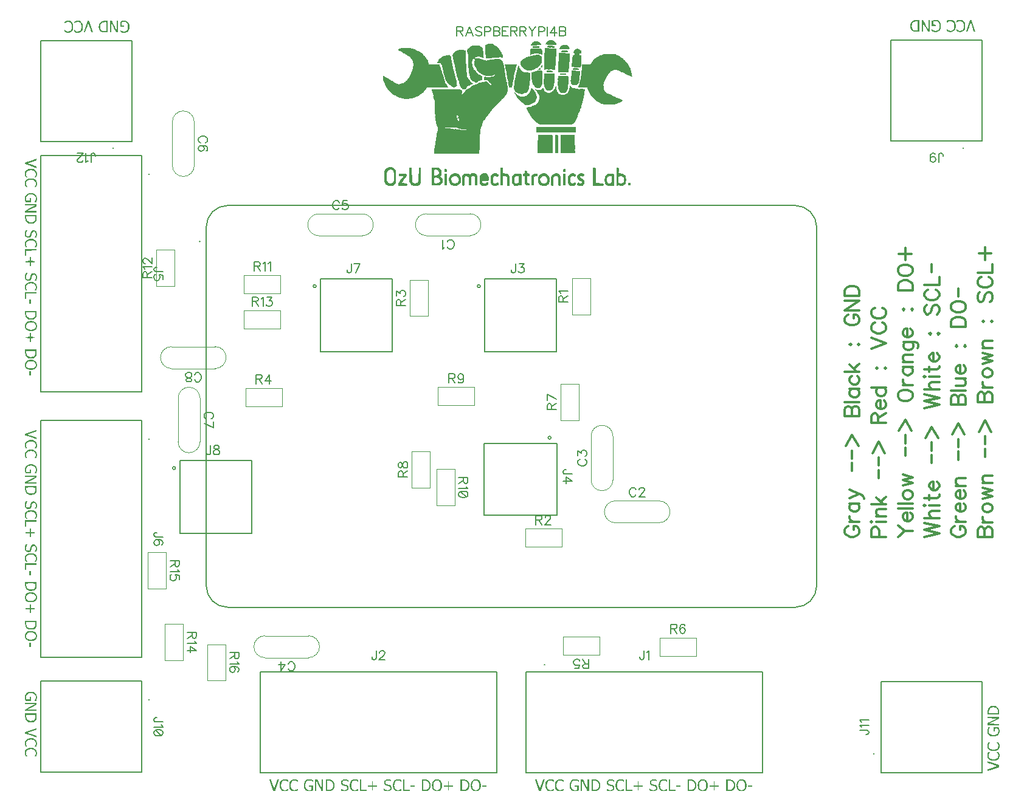
<source format=gbr>
G04 DipTrace 4.1.1.0*
G04 TopSilk.gbr*
%MOMM*%
G04 #@! TF.FileFunction,Legend,Top*
G04 #@! TF.Part,Single*
%ADD10C,0.12*%
%ADD19C,0.127*%
%ADD22C,0.20333*%
%ADD62C,0.19608*%
%ADD63C,0.31373*%
%FSLAX35Y35*%
G04*
G71*
G90*
G75*
G01*
G04 TopSilk*
%LPD*%
X7370497Y8882600D2*
D10*
X6761503D1*
X7370497Y9187400D2*
X6761503D1*
G03X6761503Y8882600I-303J-152400D01*
G01*
X7370497D2*
G03X7370497Y9187400I303J152400D01*
G01*
X9393503Y5185400D2*
X10002497D1*
X9393503Y4880600D2*
X10002497D1*
G03X10002497Y5185400I303J152400D01*
G01*
X9393503D2*
G03X9393503Y4880600I-303J-152400D01*
G01*
X9055606Y5478501D2*
X9055594Y6087494D1*
X9360406Y5478506D2*
X9360394Y6087499D1*
G03X9055594Y6087494I-152400J300D01*
G01*
X9055606Y5478501D2*
G03X9360406Y5478506I152400J-300D01*
G01*
X5122497Y3000600D2*
X4513503D1*
X5122497Y3305400D2*
X4513503D1*
G03X4513503Y3000600I-303J-152400D01*
G01*
X5122497D2*
G03X5122497Y3305400I303J152400D01*
G01*
X5263503Y9185400D2*
X5872497D1*
X5263503Y8880600D2*
X5872497D1*
G03X5872497Y9185400I303J152400D01*
G01*
X5263503D2*
G03X5263503Y8880600I-303J-152400D01*
G01*
X3530392Y10467501D2*
X3530408Y9858507D1*
X3225592Y10467493D2*
X3225608Y9858499D1*
G03X3530408Y9858507I152400J-299D01*
G01*
X3530392Y10467501D2*
G03X3225592Y10467493I-152400J299D01*
G01*
X3610388Y6617503D2*
X3610412Y6008509D1*
X3305588Y6617491D2*
X3305612Y6008497D1*
G03X3610412Y6008509I152400J-297D01*
G01*
X3610388Y6617503D2*
G03X3305588Y6617491I-152400J297D01*
G01*
X3822507Y7030620D2*
X3213513Y7030580D1*
X3822487Y7335420D2*
X3213493Y7335380D1*
G03X3213513Y7030580I-293J-152400D01*
G01*
X3822507Y7030620D2*
G03X3822487Y7335420I293J152400D01*
G01*
X8147500Y1397300D2*
D19*
Y2802300D1*
X11445500D2*
Y1397300D1*
X8147500Y2802300D2*
X11445500D1*
Y1397300D2*
X8147500D1*
G36*
X8397500Y2902300D2*
X8397586Y2903605D1*
X8397841Y2904888D1*
X8398261Y2906127D1*
X8398840Y2907300D1*
X8399566Y2908388D1*
X8400429Y2909371D1*
X8401412Y2910234D1*
X8402500Y2910960D1*
X8403673Y2911539D1*
X8404912Y2911959D1*
X8406195Y2912214D1*
X8407500Y2912300D1*
X8408805Y2912214D1*
X8410088Y2911959D1*
X8411327Y2911539D1*
X8412500Y2910960D1*
X8413588Y2910234D1*
X8414571Y2909371D1*
X8415434Y2908388D1*
X8416160Y2907300D1*
X8416739Y2906127D1*
X8417159Y2904888D1*
X8417414Y2903605D1*
X8417500Y2902300D1*
D1*
X8417414Y2900995D1*
X8417159Y2899712D1*
X8416739Y2898473D1*
X8416160Y2897300D1*
X8415434Y2896212D1*
X8414571Y2895229D1*
X8413588Y2894366D1*
X8412500Y2893640D1*
X8411327Y2893061D1*
X8410088Y2892641D1*
X8408805Y2892386D1*
X8407500Y2892300D1*
X8406195Y2892386D1*
X8404912Y2892641D1*
X8403673Y2893061D1*
X8402500Y2893640D1*
X8401412Y2894366D1*
X8400429Y2895229D1*
X8399566Y2896212D1*
X8398840Y2897300D1*
X8398261Y2898473D1*
X8397841Y2899712D1*
X8397586Y2900995D1*
X8397500Y2902300D1*
D1*
G37*
X4447600Y1397300D2*
D19*
Y2802300D1*
X7745600D2*
Y1397300D1*
X4447600Y2802300D2*
X7745600D1*
Y1397300D2*
X4447600D1*
G36*
X4697600Y2902300D2*
X4697686Y2903605D1*
X4697941Y2904888D1*
X4698361Y2906127D1*
X4698940Y2907300D1*
X4699666Y2908388D1*
X4700529Y2909371D1*
X4701512Y2910234D1*
X4702600Y2910960D1*
X4703773Y2911539D1*
X4705012Y2911959D1*
X4706295Y2912214D1*
X4707600Y2912300D1*
X4708905Y2912214D1*
X4710188Y2911959D1*
X4711427Y2911539D1*
X4712600Y2910960D1*
X4713688Y2910234D1*
X4714671Y2909371D1*
X4715534Y2908388D1*
X4716260Y2907300D1*
X4716839Y2906127D1*
X4717259Y2904888D1*
X4717514Y2903605D1*
X4717600Y2902300D1*
D1*
X4717514Y2900995D1*
X4717259Y2899712D1*
X4716839Y2898473D1*
X4716260Y2897300D1*
X4715534Y2896212D1*
X4714671Y2895229D1*
X4713688Y2894366D1*
X4712600Y2893640D1*
X4711427Y2893061D1*
X4710188Y2892641D1*
X4708905Y2892386D1*
X4707600Y2892300D1*
X4706295Y2892386D1*
X4705012Y2892641D1*
X4703773Y2893061D1*
X4702600Y2893640D1*
X4701512Y2894366D1*
X4700529Y2895229D1*
X4699666Y2896212D1*
X4698940Y2897300D1*
X4698361Y2898473D1*
X4697941Y2899712D1*
X4697686Y2900995D1*
X4697600Y2902300D1*
D1*
G37*
X7572978Y8279980D2*
D19*
X8572978Y8280024D1*
X8573022Y7264024D1*
X7573022Y7263980D1*
X7572978Y8279980D1*
X7472982Y8176976D2*
D22*
G02X7472982Y8176976I20000J0D01*
G01*
X8581000Y5986000D2*
D19*
Y4986000D1*
X7565000D1*
Y5986000D1*
X8581000D1*
X8458000Y6066000D2*
D22*
G02X8458000Y6066000I20000J0D01*
G01*
X1394200Y9999000D2*
D19*
X2799200D1*
Y6701000D2*
X1394200D1*
X2799200Y9999000D2*
Y6701000D1*
X1394200D2*
Y9999000D1*
G36*
X2899200Y9749000D2*
X2900505Y9748914D1*
X2901788Y9748659D1*
X2903027Y9748239D1*
X2904200Y9747660D1*
X2905288Y9746934D1*
X2906271Y9746071D1*
X2907134Y9745088D1*
X2907860Y9744000D1*
X2908439Y9742827D1*
X2908859Y9741588D1*
X2909114Y9740305D1*
X2909200Y9739000D1*
X2909114Y9737695D1*
X2908859Y9736412D1*
X2908439Y9735173D1*
X2907860Y9734000D1*
X2907134Y9732912D1*
X2906271Y9731929D1*
X2905288Y9731066D1*
X2904200Y9730340D1*
X2903027Y9729761D1*
X2901788Y9729341D1*
X2900505Y9729086D1*
X2899200Y9729000D1*
D1*
X2897895Y9729086D1*
X2896612Y9729341D1*
X2895373Y9729761D1*
X2894200Y9730340D1*
X2893112Y9731066D1*
X2892129Y9731929D1*
X2891266Y9732912D1*
X2890540Y9734000D1*
X2889961Y9735173D1*
X2889541Y9736412D1*
X2889286Y9737695D1*
X2889200Y9739000D1*
X2889286Y9740305D1*
X2889541Y9741588D1*
X2889961Y9742827D1*
X2890540Y9744000D1*
X2891266Y9745088D1*
X2892129Y9746071D1*
X2893112Y9746934D1*
X2894200Y9747660D1*
X2895373Y9748239D1*
X2896612Y9748659D1*
X2897895Y9748914D1*
X2899200Y9749000D1*
D1*
G37*
X1394200Y6304000D2*
D19*
X2799200D1*
Y3006000D2*
X1394200D1*
X2799200Y6304000D2*
Y3006000D1*
X1394200D2*
Y6304000D1*
G36*
X2899200Y6054000D2*
X2900505Y6053914D1*
X2901788Y6053659D1*
X2903027Y6053239D1*
X2904200Y6052660D1*
X2905288Y6051934D1*
X2906271Y6051071D1*
X2907134Y6050088D1*
X2907860Y6049000D1*
X2908439Y6047827D1*
X2908859Y6046588D1*
X2909114Y6045305D1*
X2909200Y6044000D1*
X2909114Y6042695D1*
X2908859Y6041412D1*
X2908439Y6040173D1*
X2907860Y6039000D1*
X2907134Y6037912D1*
X2906271Y6036929D1*
X2905288Y6036066D1*
X2904200Y6035340D1*
X2903027Y6034761D1*
X2901788Y6034341D1*
X2900505Y6034086D1*
X2899200Y6034000D1*
D1*
X2897895Y6034086D1*
X2896612Y6034341D1*
X2895373Y6034761D1*
X2894200Y6035340D1*
X2893112Y6036066D1*
X2892129Y6036929D1*
X2891266Y6037912D1*
X2890540Y6039000D1*
X2889961Y6040173D1*
X2889541Y6041412D1*
X2889286Y6042695D1*
X2889200Y6044000D1*
X2889286Y6045305D1*
X2889541Y6046588D1*
X2889961Y6047827D1*
X2890540Y6049000D1*
X2891266Y6050088D1*
X2892129Y6051071D1*
X2893112Y6051934D1*
X2894200Y6052660D1*
X2895373Y6053239D1*
X2896612Y6053659D1*
X2897895Y6053914D1*
X2899200Y6054000D1*
D1*
G37*
X5286967Y8279969D2*
D19*
X6286967Y8280028D1*
X6287027Y7264028D1*
X5287027Y7263969D1*
X5286967Y8279969D1*
X5186973Y8176965D2*
D22*
G02X5186973Y8176965I20000J0D01*
G01*
X3327978Y5745980D2*
D19*
X4327978Y5746024D1*
X4328022Y4730024D1*
X3328022Y4729980D1*
X3327978Y5745980D1*
X3227982Y5642976D2*
D22*
G02X3227982Y5642976I20000J0D01*
G01*
X14498774Y11607307D2*
D19*
X14498805Y10202307D1*
X13232805Y10202279D2*
X13232774Y11607279D1*
X14498805Y10202307D2*
X13232805Y10202279D1*
X13232774Y11607279D2*
X14498774Y11607307D1*
G36*
X14248807Y10102302D2*
X14248721Y10100997D1*
X14248466Y10099714D1*
X14248046Y10098475D1*
X14247467Y10097302D1*
X14246740Y10096214D1*
X14245878Y10095231D1*
X14244895Y10094368D1*
X14243807Y10093641D1*
X14242634Y10093063D1*
X14241395Y10092642D1*
X14240112Y10092387D1*
X14238807Y10092302D1*
X14237502Y10092387D1*
X14236219Y10092642D1*
X14234980Y10093063D1*
X14233807Y10093641D1*
X14232719Y10094368D1*
X14231736Y10095230D1*
X14230873Y10096214D1*
X14230147Y10097301D1*
X14229568Y10098475D1*
X14229148Y10099713D1*
X14228892Y10100996D1*
X14228807Y10102301D1*
D1*
X14228892Y10103607D1*
X14229147Y10104890D1*
X14229568Y10106128D1*
X14230146Y10107301D1*
X14230873Y10108389D1*
X14231736Y10109372D1*
X14232719Y10110235D1*
X14233807Y10110962D1*
X14234980Y10111540D1*
X14236218Y10111961D1*
X14237501Y10112216D1*
X14238807Y10112302D1*
X14240112Y10112216D1*
X14241395Y10111961D1*
X14242633Y10111540D1*
X14243807Y10110962D1*
X14244894Y10110235D1*
X14245878Y10109373D1*
X14246740Y10108389D1*
X14247467Y10107302D1*
X14248045Y10106129D1*
X14248466Y10104890D1*
X14248721Y10103607D1*
X14248807Y10102302D1*
D1*
G37*
X1394194Y2670868D2*
D19*
X2799194Y2670904D1*
X2799226Y1404904D2*
X1394226Y1404868D1*
X2799194Y2670904D2*
X2799226Y1404904D1*
X1394226Y1404868D2*
X1394194Y2670868D1*
G36*
X2899200Y2420906D2*
X2900505Y2420821D1*
X2901788Y2420566D1*
X2903027Y2420145D1*
X2904200Y2419567D1*
X2905288Y2418840D1*
X2906271Y2417977D1*
X2907134Y2416994D1*
X2907861Y2415906D1*
X2908439Y2414733D1*
X2908860Y2413495D1*
X2909115Y2412212D1*
X2909200Y2410906D1*
X2909115Y2409601D1*
X2908860Y2408318D1*
X2908439Y2407080D1*
X2907861Y2405906D1*
X2907134Y2404819D1*
X2906272Y2403835D1*
X2905288Y2402973D1*
X2904201Y2402246D1*
X2903027Y2401668D1*
X2901789Y2401247D1*
X2900506Y2400992D1*
X2899201Y2400906D1*
D1*
X2897895Y2400992D1*
X2896612Y2401247D1*
X2895374Y2401667D1*
X2894201Y2402246D1*
X2893113Y2402973D1*
X2892130Y2403835D1*
X2891267Y2404818D1*
X2890540Y2405906D1*
X2889962Y2407079D1*
X2889541Y2408318D1*
X2889286Y2409601D1*
X2889200Y2410906D1*
X2889286Y2412211D1*
X2889541Y2413494D1*
X2889962Y2414733D1*
X2890540Y2415906D1*
X2891267Y2416994D1*
X2892129Y2417977D1*
X2893113Y2418840D1*
X2894200Y2419566D1*
X2895373Y2420145D1*
X2896612Y2420565D1*
X2897895Y2420821D1*
X2899200Y2420906D1*
D1*
G37*
X14498800Y1396700D2*
D19*
X13093800D1*
Y2662700D2*
X14498800D1*
X13093800Y1396700D2*
Y2662700D1*
X14498800D2*
Y1396700D1*
G36*
X12993800Y1646700D2*
X12992495Y1646786D1*
X12991212Y1647041D1*
X12989973Y1647461D1*
X12988800Y1648040D1*
X12987712Y1648766D1*
X12986729Y1649629D1*
X12985866Y1650612D1*
X12985140Y1651700D1*
X12984561Y1652873D1*
X12984141Y1654112D1*
X12983886Y1655395D1*
X12983800Y1656700D1*
X12983886Y1658005D1*
X12984141Y1659288D1*
X12984561Y1660527D1*
X12985140Y1661700D1*
X12985866Y1662788D1*
X12986729Y1663771D1*
X12987712Y1664634D1*
X12988800Y1665360D1*
X12989973Y1665939D1*
X12991212Y1666359D1*
X12992495Y1666614D1*
X12993800Y1666700D1*
D1*
X12995105Y1666614D1*
X12996388Y1666359D1*
X12997627Y1665939D1*
X12998800Y1665360D1*
X12999888Y1664634D1*
X13000871Y1663771D1*
X13001734Y1662788D1*
X13002460Y1661700D1*
X13003039Y1660527D1*
X13003459Y1659288D1*
X13003714Y1658005D1*
X13003800Y1656700D1*
X13003714Y1655395D1*
X13003459Y1654112D1*
X13003039Y1652873D1*
X13002460Y1651700D1*
X13001734Y1650612D1*
X13000871Y1649629D1*
X12999888Y1648766D1*
X12998800Y1648040D1*
X12997627Y1647461D1*
X12996388Y1647041D1*
X12995105Y1646786D1*
X12993800Y1646700D1*
D1*
G37*
X2659200Y11602300D2*
D19*
Y10197300D1*
X1393200D2*
Y11602300D1*
X2659200Y10197300D2*
X1393200D1*
Y11602300D2*
X2659200D1*
G36*
X2409200Y10097300D2*
X2409114Y10095995D1*
X2408859Y10094712D1*
X2408439Y10093473D1*
X2407860Y10092300D1*
X2407134Y10091212D1*
X2406271Y10090229D1*
X2405288Y10089366D1*
X2404200Y10088640D1*
X2403027Y10088061D1*
X2401788Y10087641D1*
X2400505Y10087386D1*
X2399200Y10087300D1*
X2397895Y10087386D1*
X2396612Y10087641D1*
X2395373Y10088061D1*
X2394200Y10088640D1*
X2393112Y10089366D1*
X2392129Y10090229D1*
X2391266Y10091212D1*
X2390540Y10092300D1*
X2389961Y10093473D1*
X2389541Y10094712D1*
X2389286Y10095995D1*
X2389200Y10097300D1*
D1*
X2389286Y10098605D1*
X2389541Y10099888D1*
X2389961Y10101127D1*
X2390540Y10102300D1*
X2391266Y10103388D1*
X2392129Y10104371D1*
X2393112Y10105234D1*
X2394200Y10105960D1*
X2395373Y10106539D1*
X2396612Y10106959D1*
X2397895Y10107214D1*
X2399200Y10107300D1*
X2400505Y10107214D1*
X2401788Y10106959D1*
X2403027Y10106539D1*
X2404200Y10105960D1*
X2405288Y10105234D1*
X2406271Y10104371D1*
X2407134Y10103388D1*
X2407860Y10102300D1*
X2408439Y10101127D1*
X2408859Y10099888D1*
X2409114Y10098605D1*
X2409200Y10097300D1*
D1*
G37*
X8791008Y7779452D2*
D10*
X8790992Y8286539D1*
X9044992Y8286548D2*
X8790992Y8286539D1*
X9045008Y7779461D2*
X9044992Y8286548D1*
X9045008Y7779461D2*
X8791008Y7779452D1*
X8138451Y4795989D2*
X8645538Y4796011D1*
X8645549Y4542011D2*
X8645538Y4796011D1*
X8138462Y4541989D2*
X8645549Y4542011D1*
X8138462Y4541989D2*
X8138451Y4795989D1*
X6531005Y7759454D2*
X6530995Y8266541D1*
X6784995Y8266546D2*
X6530995Y8266541D1*
X6785005Y7759459D2*
X6784995Y8266546D1*
X6785005Y7759459D2*
X6531005Y7759454D1*
X4244453Y6759993D2*
X4751540Y6760007D1*
X4751547Y6506007D2*
X4751540Y6760007D1*
X4244460Y6505993D2*
X4751547Y6506007D1*
X4244460Y6505993D2*
X4244453Y6759993D1*
X9171546Y3036006D2*
X8664459Y3035994D1*
X8664454Y3289994D2*
X8664459Y3035994D1*
X9171541Y3290006D2*
X8664454Y3289994D1*
X9171541Y3290006D2*
X9171546Y3036006D1*
X10014453Y3279993D2*
X10521540Y3280007D1*
X10521547Y3026007D2*
X10521540Y3280007D1*
X10014460Y3025993D2*
X10521547Y3026007D1*
X10014460Y3025993D2*
X10014453Y3279993D1*
X8631005Y6309454D2*
X8630995Y6816541D1*
X8884995Y6816546D2*
X8630995Y6816541D1*
X8885005Y6309459D2*
X8884995Y6816546D1*
X8885005Y6309459D2*
X8631005Y6309454D1*
X6561000Y5369457D2*
Y5876543D1*
X6815000D2*
X6561000D1*
X6815000Y5369457D2*
Y5876543D1*
Y5369457D2*
X6561000D1*
X6924457Y6770000D2*
X7431543D1*
Y6516000D2*
Y6770000D1*
X6924457Y6516000D2*
X7431543D1*
X6924457D2*
Y6770000D1*
X7155000Y5626543D2*
Y5119457D1*
X6901000D2*
X7155000D1*
X6901000Y5626543D2*
Y5119457D1*
Y5626543D2*
X7155000D1*
X4224457Y8330000D2*
X4731543D1*
Y8076000D2*
Y8330000D1*
X4224457Y8076000D2*
X4731543D1*
X4224457D2*
Y8330000D1*
X3001000Y8179457D2*
Y8686543D1*
X3255000D2*
X3001000D1*
X3255000Y8179457D2*
Y8686543D1*
Y8179457D2*
X3001000D1*
X4224457Y7840000D2*
X4731543D1*
Y7586000D2*
Y7840000D1*
X4224457Y7586000D2*
X4731543D1*
X4224457D2*
Y7840000D1*
X3375000Y3466543D2*
Y2959457D1*
X3121000D2*
X3375000D1*
X3121000Y3466543D2*
Y2959457D1*
Y3466543D2*
X3375000D1*
X3135000Y4466543D2*
Y3959457D1*
X2881000D2*
X3135000D1*
X2881000Y4466543D2*
Y3959457D1*
Y4466543D2*
X3135000D1*
X3965000Y3186543D2*
Y2679457D1*
X3711000D2*
X3965000D1*
X3711000Y3186543D2*
Y2679457D1*
Y3186543D2*
X3965000D1*
X3697000Y9002000D2*
D19*
Y4002000D1*
G03X3997000Y3702000I299996J-4D01*
G01*
X11897000D1*
G03X12197000Y4002000I4J299996D01*
G01*
Y9002000D1*
G03X11897000Y9302000I-299996J4D01*
G01*
X3997000D1*
G03X3697000Y9002000I-4J-299996D01*
G01*
G36*
X3597000Y8802000D2*
X3597086Y8803305D1*
X3597341Y8804588D1*
X3597761Y8805827D1*
X3598340Y8807000D1*
X3599066Y8808088D1*
X3599929Y8809071D1*
X3600912Y8809934D1*
X3602000Y8810660D1*
X3603173Y8811239D1*
X3604412Y8811659D1*
X3605695Y8811914D1*
X3607000Y8812000D1*
X3608305Y8811914D1*
X3609588Y8811659D1*
X3610827Y8811239D1*
X3612000Y8810660D1*
X3613088Y8809934D1*
X3614071Y8809071D1*
X3614934Y8808088D1*
X3615660Y8807000D1*
X3616239Y8805827D1*
X3616659Y8804588D1*
X3616914Y8803305D1*
X3617000Y8802000D1*
D1*
X3616914Y8800695D1*
X3616659Y8799412D1*
X3616239Y8798173D1*
X3615660Y8797000D1*
X3614934Y8795912D1*
X3614071Y8794929D1*
X3613088Y8794066D1*
X3612000Y8793340D1*
X3610827Y8792761D1*
X3609588Y8792341D1*
X3608305Y8792086D1*
X3607000Y8792000D1*
X3605695Y8792086D1*
X3604412Y8792341D1*
X3603173Y8792761D1*
X3602000Y8793340D1*
X3600912Y8794066D1*
X3599929Y8794929D1*
X3599066Y8795912D1*
X3598340Y8797000D1*
X3597761Y8798173D1*
X3597341Y8799412D1*
X3597086Y8800695D1*
X3597000Y8802000D1*
D1*
G37*
G36*
X4780000Y1306500D2*
X4770000Y1304500D1*
X4764000Y1302500D1*
X4752000Y1296500D1*
X4746000Y1292500D1*
X4736000Y1282500D1*
X4732000Y1276500D1*
X4724000Y1260500D1*
X4722000Y1254500D1*
X4720000Y1246500D1*
X4718000Y1228500D1*
Y1216500D1*
X4720000Y1198500D1*
X4722000Y1190500D1*
X4726000Y1178500D1*
X4730000Y1170500D1*
X4734000Y1164500D1*
X4748000Y1150500D1*
X4754000Y1146500D1*
X4758000Y1144500D1*
X4770000Y1140500D1*
X4778000Y1138500D1*
X4802000D1*
X4812000Y1140500D1*
X4824000Y1144500D1*
X4836000Y1150500D1*
X4838000Y1152500D1*
Y1176500D1*
X4828000Y1168500D1*
X4822000Y1164500D1*
X4820000Y1162500D1*
X4816000Y1160500D1*
X4810000Y1158500D1*
X4794000Y1154500D1*
X4786000D1*
X4778000Y1156500D1*
X4772000Y1158500D1*
X4764000Y1162500D1*
X4762000Y1164500D1*
X4758000Y1166500D1*
X4754000Y1170500D1*
Y1172500D1*
X4746000Y1184500D1*
X4744000Y1190500D1*
X4742000Y1198500D1*
X4740000Y1210500D1*
X4738000Y1212500D1*
Y1230500D1*
X4740000Y1232500D1*
X4742000Y1246500D1*
X4744000Y1254500D1*
X4746000Y1260500D1*
X4748000Y1264500D1*
X4754000Y1272500D1*
Y1274500D1*
X4758000Y1278500D1*
X4762000Y1280500D1*
X4764000Y1282500D1*
X4772000Y1286500D1*
X4778000Y1288500D1*
X4786000Y1290500D1*
X4794000D1*
X4810000Y1286500D1*
X4826000Y1278500D1*
X4828000Y1276500D1*
X4838000Y1268500D1*
Y1292500D1*
X4836000Y1294500D1*
X4820000Y1302500D1*
X4812000Y1304500D1*
X4802000Y1306500D1*
X4780000D1*
G37*
G36*
X4914000D2*
X4904000Y1304500D1*
X4898000Y1302500D1*
X4886000Y1296500D1*
X4880000Y1292500D1*
X4870000Y1282500D1*
X4866000Y1276500D1*
X4858000Y1260500D1*
X4856000Y1254500D1*
X4854000Y1246500D1*
X4852000Y1228500D1*
Y1216500D1*
X4854000Y1198500D1*
X4856000Y1190500D1*
X4860000Y1178500D1*
X4864000Y1170500D1*
X4868000Y1164500D1*
X4882000Y1150500D1*
X4888000Y1146500D1*
X4892000Y1144500D1*
X4904000Y1140500D1*
X4912000Y1138500D1*
X4936000D1*
X4946000Y1140500D1*
X4958000Y1144500D1*
X4970000Y1150500D1*
X4972000Y1152500D1*
Y1176500D1*
X4962000Y1168500D1*
X4956000Y1164500D1*
X4954000Y1162500D1*
X4950000Y1160500D1*
X4944000Y1158500D1*
X4928000Y1154500D1*
X4920000D1*
X4912000Y1156500D1*
X4906000Y1158500D1*
X4898000Y1162500D1*
X4896000Y1164500D1*
X4892000Y1166500D1*
X4888000Y1170500D1*
Y1172500D1*
X4880000Y1184500D1*
X4878000Y1190500D1*
X4876000Y1198500D1*
X4874000Y1210500D1*
X4872000Y1212500D1*
Y1230500D1*
X4874000Y1232500D1*
X4876000Y1246500D1*
X4878000Y1254500D1*
X4880000Y1260500D1*
X4882000Y1264500D1*
X4888000Y1272500D1*
Y1274500D1*
X4892000Y1278500D1*
X4896000Y1280500D1*
X4898000Y1282500D1*
X4906000Y1286500D1*
X4912000Y1288500D1*
X4920000Y1290500D1*
X4928000D1*
X4944000Y1286500D1*
X4960000Y1278500D1*
X4962000Y1276500D1*
X4972000Y1268500D1*
Y1292500D1*
X4970000Y1294500D1*
X4954000Y1302500D1*
X4946000Y1304500D1*
X4936000Y1306500D1*
X4914000D1*
G37*
G36*
X5122000D2*
X5112000Y1304500D1*
X5104000Y1302500D1*
X5088000Y1294500D1*
X5072000Y1278500D1*
X5068000Y1272500D1*
X5064000Y1264500D1*
X5060000Y1252500D1*
X5058000Y1244500D1*
X5056000Y1228500D1*
Y1216500D1*
X5058000Y1198500D1*
X5060000Y1190500D1*
X5062000Y1184500D1*
X5064000Y1180500D1*
X5066000Y1174500D1*
X5074000Y1162500D1*
X5084000Y1152500D1*
X5090000Y1148500D1*
X5098000Y1144500D1*
X5110000Y1140500D1*
X5120000Y1138500D1*
X5144000D1*
X5154000Y1140500D1*
X5168000Y1144500D1*
X5178000Y1148500D1*
X5182000Y1150500D1*
X5184000Y1152500D1*
Y1222500D1*
X5128000D1*
Y1204500D1*
X5164000Y1202500D1*
Y1160500D1*
X5158000Y1158500D1*
X5138000Y1154500D1*
X5128000D1*
X5118000Y1156500D1*
X5106000Y1160500D1*
X5104000Y1162500D1*
X5100000Y1164500D1*
X5088000Y1176500D1*
Y1178500D1*
X5082000Y1190500D1*
X5080000Y1198500D1*
X5078000Y1212500D1*
X5076000Y1214500D1*
Y1232500D1*
X5078000Y1234500D1*
X5080000Y1246500D1*
X5082000Y1254500D1*
X5088000Y1266500D1*
Y1268500D1*
X5100000Y1280500D1*
X5104000Y1282500D1*
X5106000Y1284500D1*
X5118000Y1288500D1*
X5126667Y1290500D1*
X5135333D1*
X5144000Y1288500D1*
X5152000Y1286500D1*
X5158000Y1284500D1*
X5174000Y1276500D1*
X5178000Y1272500D1*
X5184000Y1268500D1*
Y1292500D1*
X5182000Y1294500D1*
X5174000Y1298500D1*
X5164000Y1302500D1*
X5156000Y1304500D1*
X5144000Y1306500D1*
X5122000D1*
G37*
G36*
X5618000D2*
X5608000Y1304500D1*
X5596000Y1298500D1*
X5590000Y1294500D1*
X5584000Y1288500D1*
X5580000Y1282500D1*
X5576000Y1274500D1*
X5574000Y1264500D1*
Y1256500D1*
X5576000Y1246500D1*
X5578000Y1240500D1*
X5582000Y1234500D1*
X5592000Y1224500D1*
X5600000Y1220500D1*
X5612000Y1216500D1*
X5636000Y1210500D1*
X5648000Y1206500D1*
X5650000Y1204500D1*
X5654000Y1202500D1*
X5655611Y1199918D1*
X5656000Y1198500D1*
X5658000Y1194500D1*
X5660000Y1192500D1*
Y1174500D1*
X5658000Y1172500D1*
X5654000Y1166500D1*
X5648000Y1160500D1*
X5644000Y1158500D1*
X5628000Y1154500D1*
X5620000D1*
X5604000Y1158500D1*
X5598000Y1160500D1*
X5586000Y1166500D1*
X5584000Y1168500D1*
X5574000Y1176500D1*
X5572000D1*
Y1152500D1*
X5576000Y1148500D1*
X5586000Y1144500D1*
X5598000Y1140500D1*
X5610000Y1138500D1*
X5636000D1*
X5646000Y1140500D1*
X5662000Y1148500D1*
X5672000Y1158500D1*
X5678000Y1170500D1*
X5680000Y1176500D1*
Y1198500D1*
X5678000Y1204500D1*
X5674000Y1212500D1*
X5666000Y1220500D1*
X5654000Y1226500D1*
X5642000Y1230500D1*
X5618000Y1236500D1*
X5612000Y1238500D1*
X5604000Y1242500D1*
X5598000Y1248500D1*
Y1250500D1*
X5596000Y1256500D1*
X5594000Y1258500D1*
Y1266500D1*
X5596000Y1268500D1*
X5598000Y1274500D1*
Y1276500D1*
X5604000Y1282500D1*
X5612000Y1286500D1*
X5618000Y1288500D1*
X5626000Y1290500D1*
X5634000D1*
X5650000Y1286500D1*
X5666000Y1278500D1*
X5668000Y1276500D1*
X5674000Y1272500D1*
Y1296500D1*
X5672000Y1298500D1*
X5654000Y1304500D1*
X5642000Y1306500D1*
X5618000D1*
G37*
G36*
X5758000D2*
X5748000Y1304500D1*
X5742000Y1302500D1*
X5730000Y1296500D1*
X5724000Y1292500D1*
X5714000Y1282500D1*
X5710000Y1276500D1*
X5702000Y1260500D1*
X5700000Y1254500D1*
X5698000Y1246500D1*
X5696000Y1228500D1*
Y1216500D1*
X5698000Y1198500D1*
X5700000Y1190500D1*
X5704000Y1178500D1*
X5708000Y1170500D1*
X5712000Y1164500D1*
X5726000Y1150500D1*
X5732000Y1146500D1*
X5736000Y1144500D1*
X5748000Y1140500D1*
X5756000Y1138500D1*
X5780000D1*
X5790000Y1140500D1*
X5802000Y1144500D1*
X5814000Y1150500D1*
X5816000Y1152500D1*
Y1176500D1*
X5806000Y1168500D1*
X5800000Y1164500D1*
X5798000Y1162500D1*
X5794000Y1160500D1*
X5788000Y1158500D1*
X5772000Y1154500D1*
X5764000D1*
X5756000Y1156500D1*
X5750000Y1158500D1*
X5742000Y1162500D1*
X5740000Y1164500D1*
X5736000Y1166500D1*
X5732000Y1170500D1*
Y1172500D1*
X5724000Y1184500D1*
X5722000Y1190500D1*
X5720000Y1198500D1*
X5718000Y1210500D1*
X5716000Y1212500D1*
Y1230500D1*
X5718000Y1232500D1*
X5720000Y1246500D1*
X5722000Y1254500D1*
X5724000Y1260500D1*
X5726000Y1264500D1*
X5732000Y1272500D1*
Y1274500D1*
X5736000Y1278500D1*
X5740000Y1280500D1*
X5742000Y1282500D1*
X5750000Y1286500D1*
X5756000Y1288500D1*
X5764000Y1290500D1*
X5772000D1*
X5788000Y1286500D1*
X5804000Y1278500D1*
X5806000Y1276500D1*
X5816000Y1268500D1*
Y1292500D1*
X5814000Y1294500D1*
X5798000Y1302500D1*
X5790000Y1304500D1*
X5780000Y1306500D1*
X5758000D1*
G37*
G36*
X6218000D2*
X6208000Y1304500D1*
X6196000Y1298500D1*
X6190000Y1294500D1*
X6184000Y1288500D1*
X6180000Y1282500D1*
X6176000Y1274500D1*
X6174000Y1264500D1*
Y1256500D1*
X6176000Y1246500D1*
X6178000Y1240500D1*
X6182000Y1234500D1*
X6192000Y1224500D1*
X6200000Y1220500D1*
X6212000Y1216500D1*
X6236000Y1210500D1*
X6248000Y1206500D1*
X6250000Y1204500D1*
X6254000Y1202500D1*
X6255611Y1199918D1*
X6256000Y1198500D1*
X6258000Y1194500D1*
X6260000Y1192500D1*
Y1174500D1*
X6258000Y1172500D1*
X6254000Y1166500D1*
X6248000Y1160500D1*
X6244000Y1158500D1*
X6228000Y1154500D1*
X6220000D1*
X6204000Y1158500D1*
X6198000Y1160500D1*
X6186000Y1166500D1*
X6184000Y1168500D1*
X6174000Y1176500D1*
X6172000D1*
Y1152500D1*
X6176000Y1148500D1*
X6186000Y1144500D1*
X6198000Y1140500D1*
X6210000Y1138500D1*
X6236000D1*
X6246000Y1140500D1*
X6262000Y1148500D1*
X6272000Y1158500D1*
X6278000Y1170500D1*
X6280000Y1176500D1*
Y1198500D1*
X6278000Y1204500D1*
X6274000Y1212500D1*
X6266000Y1220500D1*
X6254000Y1226500D1*
X6242000Y1230500D1*
X6218000Y1236500D1*
X6212000Y1238500D1*
X6204000Y1242500D1*
X6198000Y1248500D1*
Y1250500D1*
X6196000Y1256500D1*
X6194000Y1258500D1*
Y1266500D1*
X6196000Y1268500D1*
X6198000Y1274500D1*
Y1276500D1*
X6204000Y1282500D1*
X6212000Y1286500D1*
X6218000Y1288500D1*
X6226000Y1290500D1*
X6234000D1*
X6250000Y1286500D1*
X6266000Y1278500D1*
X6268000Y1276500D1*
X6274000Y1272500D1*
Y1296500D1*
X6272000Y1298500D1*
X6254000Y1304500D1*
X6242000Y1306500D1*
X6218000D1*
G37*
G36*
X6358000D2*
X6348000Y1304500D1*
X6342000Y1302500D1*
X6330000Y1296500D1*
X6324000Y1292500D1*
X6314000Y1282500D1*
X6310000Y1276500D1*
X6302000Y1260500D1*
X6300000Y1254500D1*
X6298000Y1246500D1*
X6296000Y1228500D1*
Y1216500D1*
X6298000Y1198500D1*
X6300000Y1190500D1*
X6304000Y1178500D1*
X6308000Y1170500D1*
X6312000Y1164500D1*
X6326000Y1150500D1*
X6332000Y1146500D1*
X6336000Y1144500D1*
X6348000Y1140500D1*
X6356000Y1138500D1*
X6380000D1*
X6390000Y1140500D1*
X6402000Y1144500D1*
X6414000Y1150500D1*
X6416000Y1152500D1*
Y1176500D1*
X6406000Y1168500D1*
X6400000Y1164500D1*
X6398000Y1162500D1*
X6394000Y1160500D1*
X6388000Y1158500D1*
X6372000Y1154500D1*
X6364000D1*
X6356000Y1156500D1*
X6350000Y1158500D1*
X6342000Y1162500D1*
X6340000Y1164500D1*
X6336000Y1166500D1*
X6332000Y1170500D1*
Y1172500D1*
X6324000Y1184500D1*
X6322000Y1190500D1*
X6320000Y1198500D1*
X6318000Y1210500D1*
X6316000Y1212500D1*
Y1230500D1*
X6318000Y1232500D1*
X6320000Y1246500D1*
X6322000Y1254500D1*
X6324000Y1260500D1*
X6326000Y1264500D1*
X6332000Y1272500D1*
Y1274500D1*
X6336000Y1278500D1*
X6340000Y1280500D1*
X6342000Y1282500D1*
X6350000Y1286500D1*
X6356000Y1288500D1*
X6364000Y1290500D1*
X6372000D1*
X6388000Y1286500D1*
X6404000Y1278500D1*
X6406000Y1276500D1*
X6416000Y1268500D1*
Y1292500D1*
X6414000Y1294500D1*
X6398000Y1302500D1*
X6390000Y1304500D1*
X6380000Y1306500D1*
X6358000D1*
G37*
G36*
X6864000Y1288500D2*
X6856000Y1280500D1*
X6852000Y1274500D1*
X6848000Y1266500D1*
X6844000Y1254500D1*
X6842000Y1246500D1*
X6840000Y1228500D1*
Y1214500D1*
X6842000Y1198500D1*
X6844000Y1190500D1*
X6848000Y1178500D1*
X6854000Y1166500D1*
X6864000Y1154500D1*
X6872000Y1148500D1*
X6884000Y1142500D1*
X6890000Y1140500D1*
X6900000Y1138500D1*
X6922000D1*
X6932000Y1140500D1*
X6938000Y1142500D1*
X6946000Y1146500D1*
X6952000Y1150500D1*
X6964000Y1162500D1*
X6968000Y1168500D1*
X6974000Y1180500D1*
X6978000Y1192500D1*
X6980000Y1202500D1*
Y1242500D1*
X6978000Y1252500D1*
X6974000Y1264500D1*
X6968000Y1276500D1*
X6964000Y1282500D1*
X6952000Y1294500D1*
X6946000Y1298500D1*
X6942000Y1300500D1*
X6930000Y1304500D1*
X6922000Y1306500D1*
X6900000D1*
X6890000Y1304500D1*
X6884000Y1302500D1*
X6872000Y1296500D1*
X6864000Y1288500D1*
X6898000D1*
X6906000Y1290500D1*
X6914000D1*
X6930000Y1286500D1*
X6934000Y1284500D1*
X6936000Y1282500D1*
X6940000Y1280500D1*
X6948000Y1272500D1*
Y1270500D1*
X6952000Y1264500D1*
X6956000Y1252500D1*
X6958000Y1244500D1*
X6960000Y1242500D1*
Y1202500D1*
X6958000Y1200500D1*
X6956000Y1190500D1*
X6954000Y1184500D1*
X6952000Y1180500D1*
X6948000Y1174500D1*
Y1172500D1*
X6940000Y1164500D1*
X6936000Y1162500D1*
X6934000Y1160500D1*
X6922000Y1156500D1*
X6914667Y1154500D1*
X6907333D1*
X6900000Y1156500D1*
X6892000Y1158500D1*
X6884000Y1162500D1*
X6872000Y1174500D1*
Y1176500D1*
X6866000Y1188500D1*
X6864000Y1196500D1*
X6862000Y1210500D1*
X6860000Y1212500D1*
Y1232500D1*
X6862000Y1234500D1*
X6864000Y1248500D1*
X6866000Y1256500D1*
X6872000Y1268500D1*
Y1270500D1*
X6884000Y1282500D1*
X6892000Y1286500D1*
X6898000Y1288500D1*
X6864000D1*
G37*
G36*
X7404000D2*
X7396000Y1280500D1*
X7392000Y1274500D1*
X7388000Y1266500D1*
X7384000Y1254500D1*
X7382000Y1246500D1*
X7380000Y1228500D1*
Y1214500D1*
X7382000Y1198500D1*
X7384000Y1190500D1*
X7388000Y1178500D1*
X7394000Y1166500D1*
X7404000Y1154500D1*
X7412000Y1148500D1*
X7424000Y1142500D1*
X7430000Y1140500D1*
X7440000Y1138500D1*
X7462000D1*
X7472000Y1140500D1*
X7478000Y1142500D1*
X7486000Y1146500D1*
X7492000Y1150500D1*
X7504000Y1162500D1*
X7508000Y1168500D1*
X7514000Y1180500D1*
X7518000Y1192500D1*
X7520000Y1202500D1*
Y1242500D1*
X7518000Y1252500D1*
X7514000Y1264500D1*
X7508000Y1276500D1*
X7504000Y1282500D1*
X7492000Y1294500D1*
X7486000Y1298500D1*
X7482000Y1300500D1*
X7470000Y1304500D1*
X7462000Y1306500D1*
X7440000D1*
X7430000Y1304500D1*
X7424000Y1302500D1*
X7412000Y1296500D1*
X7404000Y1288500D1*
X7438000D1*
X7446000Y1290500D1*
X7454000D1*
X7470000Y1286500D1*
X7474000Y1284500D1*
X7476000Y1282500D1*
X7480000Y1280500D1*
X7488000Y1272500D1*
Y1270500D1*
X7492000Y1264500D1*
X7496000Y1252500D1*
X7498000Y1244500D1*
X7500000Y1242500D1*
Y1202500D1*
X7498000Y1200500D1*
X7496000Y1190500D1*
X7494000Y1184500D1*
X7492000Y1180500D1*
X7488000Y1174500D1*
Y1172500D1*
X7480000Y1164500D1*
X7476000Y1162500D1*
X7474000Y1160500D1*
X7462000Y1156500D1*
X7454667Y1154500D1*
X7447333D1*
X7440000Y1156500D1*
X7432000Y1158500D1*
X7424000Y1162500D1*
X7412000Y1174500D1*
Y1176500D1*
X7406000Y1188500D1*
X7404000Y1196500D1*
X7402000Y1210500D1*
X7400000Y1212500D1*
Y1232500D1*
X7402000Y1234500D1*
X7404000Y1248500D1*
X7406000Y1256500D1*
X7412000Y1268500D1*
Y1270500D1*
X7424000Y1282500D1*
X7432000Y1286500D1*
X7438000Y1288500D1*
X7404000D1*
G37*
G36*
X4580000Y1302500D2*
Y1298500D1*
X4630000Y1148500D1*
X4632000Y1144500D1*
X4634000Y1142500D1*
X4654000D1*
X4656000Y1146500D1*
X4658000Y1152500D1*
X4660000Y1156500D1*
X4708000Y1300500D1*
Y1302500D1*
X4688000D1*
X4686000Y1300500D1*
X4666000Y1240500D1*
X4664000Y1232500D1*
X4646000Y1178500D1*
Y1174500D1*
X4643879Y1172328D1*
X4642849Y1172648D1*
X4641564Y1174850D1*
X4642000Y1176500D1*
X4624000Y1230500D1*
X4622000Y1238500D1*
X4602000Y1298500D1*
X4600000Y1302500D1*
X4580000D1*
G37*
G36*
X5212000D2*
Y1142500D1*
X5230000D1*
Y1278500D1*
X5231494Y1279784D1*
X5232530Y1279668D1*
X5233905Y1278301D1*
X5234977Y1276461D1*
X5262000Y1222500D1*
X5266000Y1216500D1*
X5296000Y1156500D1*
X5300000Y1150500D1*
X5304000Y1142500D1*
X5326000D1*
Y1302500D1*
X5308000D1*
Y1178500D1*
X5305879Y1176328D1*
X5304849Y1176648D1*
X5303564Y1178850D1*
X5304000Y1180500D1*
X5264000Y1260500D1*
X5260000Y1266500D1*
X5242000Y1302500D1*
X5212000D1*
G37*
G36*
X5360000Y1284500D2*
Y1142500D1*
X5416000D1*
X5428000Y1144500D1*
X5436000Y1146500D1*
X5452000Y1154500D1*
X5458000Y1158500D1*
X5466000Y1166500D1*
X5472000Y1174500D1*
X5480000Y1190500D1*
X5482000Y1196500D1*
X5484000Y1206500D1*
Y1240500D1*
X5482000Y1248500D1*
X5478000Y1260500D1*
X5476000Y1264500D1*
X5468000Y1276500D1*
X5458000Y1286500D1*
X5446000Y1294500D1*
X5436000Y1298500D1*
X5428000Y1300500D1*
X5416000Y1302500D1*
X5360000D1*
Y1284500D1*
X5380000D1*
X5392000Y1286500D1*
X5404000D1*
X5416000Y1284500D1*
X5426000Y1282500D1*
X5432000Y1280500D1*
X5440000Y1276500D1*
X5442000Y1274500D1*
X5446000Y1272500D1*
X5452000Y1266500D1*
Y1264500D1*
X5456000Y1258500D1*
X5460000Y1250500D1*
X5462000Y1242500D1*
X5464000Y1240500D1*
Y1204500D1*
X5462000Y1202500D1*
X5460000Y1194500D1*
X5458000Y1188500D1*
X5454000Y1182500D1*
Y1180500D1*
X5446000Y1172500D1*
X5442000Y1170500D1*
X5440000Y1168500D1*
X5432000Y1164500D1*
X5426000Y1162500D1*
X5416000Y1160500D1*
X5404000Y1158500D1*
X5392000D1*
X5380000Y1160500D1*
Y1284500D1*
X5360000D1*
G37*
G36*
X5838000Y1302500D2*
Y1142500D1*
X5930000D1*
Y1160500D1*
X5858000Y1162500D1*
Y1302500D1*
X5838000D1*
G37*
G36*
X6438000D2*
Y1142500D1*
X6530000D1*
Y1160500D1*
X6458000Y1162500D1*
Y1302500D1*
X6438000D1*
G37*
G36*
X6698000Y1284500D2*
Y1142500D1*
X6754000D1*
X6766000Y1144500D1*
X6774000Y1146500D1*
X6790000Y1154500D1*
X6796000Y1158500D1*
X6804000Y1166500D1*
X6810000Y1174500D1*
X6818000Y1190500D1*
X6820000Y1196500D1*
X6822000Y1206500D1*
Y1240500D1*
X6820000Y1248500D1*
X6816000Y1260500D1*
X6814000Y1264500D1*
X6806000Y1276500D1*
X6796000Y1286500D1*
X6784000Y1294500D1*
X6774000Y1298500D1*
X6766000Y1300500D1*
X6754000Y1302500D1*
X6698000D1*
Y1284500D1*
X6718000D1*
X6730000Y1286500D1*
X6742000D1*
X6754000Y1284500D1*
X6764000Y1282500D1*
X6770000Y1280500D1*
X6778000Y1276500D1*
X6780000Y1274500D1*
X6784000Y1272500D1*
X6790000Y1266500D1*
Y1264500D1*
X6794000Y1258500D1*
X6798000Y1250500D1*
X6800000Y1242500D1*
X6802000Y1240500D1*
Y1204500D1*
X6800000Y1202500D1*
X6798000Y1194500D1*
X6796000Y1188500D1*
X6792000Y1182500D1*
Y1180500D1*
X6784000Y1172500D1*
X6780000Y1170500D1*
X6778000Y1168500D1*
X6770000Y1164500D1*
X6764000Y1162500D1*
X6754000Y1160500D1*
X6742000Y1158500D1*
X6730000D1*
X6718000Y1160500D1*
Y1284500D1*
X6698000D1*
G37*
G36*
X7238000D2*
Y1142500D1*
X7294000D1*
X7306000Y1144500D1*
X7314000Y1146500D1*
X7330000Y1154500D1*
X7336000Y1158500D1*
X7344000Y1166500D1*
X7350000Y1174500D1*
X7358000Y1190500D1*
X7360000Y1196500D1*
X7362000Y1206500D1*
Y1240500D1*
X7360000Y1248500D1*
X7356000Y1260500D1*
X7354000Y1264500D1*
X7346000Y1276500D1*
X7336000Y1286500D1*
X7324000Y1294500D1*
X7314000Y1298500D1*
X7306000Y1300500D1*
X7294000Y1302500D1*
X7238000D1*
Y1284500D1*
X7258000D1*
X7270000Y1286500D1*
X7282000D1*
X7294000Y1284500D1*
X7304000Y1282500D1*
X7310000Y1280500D1*
X7318000Y1276500D1*
X7320000Y1274500D1*
X7324000Y1272500D1*
X7330000Y1266500D1*
Y1264500D1*
X7334000Y1258500D1*
X7338000Y1250500D1*
X7340000Y1242500D1*
X7342000Y1240500D1*
Y1204500D1*
X7340000Y1202500D1*
X7338000Y1194500D1*
X7336000Y1188500D1*
X7332000Y1182500D1*
Y1180500D1*
X7324000Y1172500D1*
X7320000Y1170500D1*
X7318000Y1168500D1*
X7310000Y1164500D1*
X7304000Y1162500D1*
X7294000Y1160500D1*
X7282000Y1158500D1*
X7270000D1*
X7258000Y1160500D1*
Y1284500D1*
X7238000D1*
G37*
G36*
X6004000Y1274500D2*
Y1222500D1*
X5950000Y1220500D1*
Y1204500D1*
X6004000Y1202500D1*
Y1150500D1*
X6020000D1*
Y1202500D1*
X6074000Y1204500D1*
Y1220500D1*
X6020000Y1222500D1*
Y1274500D1*
X6004000D1*
G37*
G36*
X7062000D2*
Y1222500D1*
X7008000Y1220500D1*
Y1204500D1*
X7062000Y1202500D1*
Y1150500D1*
X7078000D1*
Y1202500D1*
X7132000Y1204500D1*
Y1220500D1*
X7078000Y1222500D1*
Y1274500D1*
X7062000D1*
G37*
G36*
X6542000Y1220500D2*
Y1202500D1*
X6602000D1*
Y1220500D1*
X6542000D1*
G37*
G36*
X7540000D2*
Y1202500D1*
X7600000D1*
Y1220500D1*
X7540000D1*
G37*
G36*
X8480000Y1306500D2*
X8470000Y1304500D1*
X8464000Y1302500D1*
X8452000Y1296500D1*
X8446000Y1292500D1*
X8436000Y1282500D1*
X8432000Y1276500D1*
X8424000Y1260500D1*
X8422000Y1254500D1*
X8420000Y1246500D1*
X8418000Y1228500D1*
Y1216500D1*
X8420000Y1198500D1*
X8422000Y1190500D1*
X8426000Y1178500D1*
X8430000Y1170500D1*
X8434000Y1164500D1*
X8448000Y1150500D1*
X8454000Y1146500D1*
X8458000Y1144500D1*
X8470000Y1140500D1*
X8478000Y1138500D1*
X8502000D1*
X8512000Y1140500D1*
X8524000Y1144500D1*
X8536000Y1150500D1*
X8538000Y1152500D1*
Y1176500D1*
X8528000Y1168500D1*
X8522000Y1164500D1*
X8520000Y1162500D1*
X8516000Y1160500D1*
X8510000Y1158500D1*
X8494000Y1154500D1*
X8486000D1*
X8478000Y1156500D1*
X8472000Y1158500D1*
X8464000Y1162500D1*
X8462000Y1164500D1*
X8458000Y1166500D1*
X8454000Y1170500D1*
Y1172500D1*
X8446000Y1184500D1*
X8444000Y1190500D1*
X8442000Y1198500D1*
X8440000Y1210500D1*
X8438000Y1212500D1*
Y1230500D1*
X8440000Y1232500D1*
X8442000Y1246500D1*
X8444000Y1254500D1*
X8446000Y1260500D1*
X8448000Y1264500D1*
X8454000Y1272500D1*
Y1274500D1*
X8458000Y1278500D1*
X8462000Y1280500D1*
X8464000Y1282500D1*
X8472000Y1286500D1*
X8478000Y1288500D1*
X8486000Y1290500D1*
X8494000D1*
X8510000Y1286500D1*
X8526000Y1278500D1*
X8528000Y1276500D1*
X8538000Y1268500D1*
Y1292500D1*
X8536000Y1294500D1*
X8520000Y1302500D1*
X8512000Y1304500D1*
X8502000Y1306500D1*
X8480000D1*
G37*
G36*
X8614000D2*
X8604000Y1304500D1*
X8598000Y1302500D1*
X8586000Y1296500D1*
X8580000Y1292500D1*
X8570000Y1282500D1*
X8566000Y1276500D1*
X8558000Y1260500D1*
X8556000Y1254500D1*
X8554000Y1246500D1*
X8552000Y1228500D1*
Y1216500D1*
X8554000Y1198500D1*
X8556000Y1190500D1*
X8560000Y1178500D1*
X8564000Y1170500D1*
X8568000Y1164500D1*
X8582000Y1150500D1*
X8588000Y1146500D1*
X8592000Y1144500D1*
X8604000Y1140500D1*
X8612000Y1138500D1*
X8636000D1*
X8646000Y1140500D1*
X8658000Y1144500D1*
X8670000Y1150500D1*
X8672000Y1152500D1*
Y1176500D1*
X8662000Y1168500D1*
X8656000Y1164500D1*
X8654000Y1162500D1*
X8650000Y1160500D1*
X8644000Y1158500D1*
X8628000Y1154500D1*
X8620000D1*
X8612000Y1156500D1*
X8606000Y1158500D1*
X8598000Y1162500D1*
X8596000Y1164500D1*
X8592000Y1166500D1*
X8588000Y1170500D1*
Y1172500D1*
X8580000Y1184500D1*
X8578000Y1190500D1*
X8576000Y1198500D1*
X8574000Y1210500D1*
X8572000Y1212500D1*
Y1230500D1*
X8574000Y1232500D1*
X8576000Y1246500D1*
X8578000Y1254500D1*
X8580000Y1260500D1*
X8582000Y1264500D1*
X8588000Y1272500D1*
Y1274500D1*
X8592000Y1278500D1*
X8596000Y1280500D1*
X8598000Y1282500D1*
X8606000Y1286500D1*
X8612000Y1288500D1*
X8620000Y1290500D1*
X8628000D1*
X8644000Y1286500D1*
X8660000Y1278500D1*
X8662000Y1276500D1*
X8672000Y1268500D1*
Y1292500D1*
X8670000Y1294500D1*
X8654000Y1302500D1*
X8646000Y1304500D1*
X8636000Y1306500D1*
X8614000D1*
G37*
G36*
X8822000D2*
X8812000Y1304500D1*
X8804000Y1302500D1*
X8788000Y1294500D1*
X8772000Y1278500D1*
X8768000Y1272500D1*
X8764000Y1264500D1*
X8760000Y1252500D1*
X8758000Y1244500D1*
X8756000Y1228500D1*
Y1216500D1*
X8758000Y1198500D1*
X8760000Y1190500D1*
X8762000Y1184500D1*
X8764000Y1180500D1*
X8766000Y1174500D1*
X8774000Y1162500D1*
X8784000Y1152500D1*
X8790000Y1148500D1*
X8798000Y1144500D1*
X8810000Y1140500D1*
X8820000Y1138500D1*
X8844000D1*
X8854000Y1140500D1*
X8868000Y1144500D1*
X8878000Y1148500D1*
X8882000Y1150500D1*
X8884000Y1152500D1*
Y1222500D1*
X8828000D1*
Y1204500D1*
X8864000Y1202500D1*
Y1160500D1*
X8858000Y1158500D1*
X8838000Y1154500D1*
X8828000D1*
X8818000Y1156500D1*
X8806000Y1160500D1*
X8804000Y1162500D1*
X8800000Y1164500D1*
X8788000Y1176500D1*
Y1178500D1*
X8782000Y1190500D1*
X8780000Y1198500D1*
X8778000Y1212500D1*
X8776000Y1214500D1*
Y1232500D1*
X8778000Y1234500D1*
X8780000Y1246500D1*
X8782000Y1254500D1*
X8788000Y1266500D1*
Y1268500D1*
X8800000Y1280500D1*
X8804000Y1282500D1*
X8806000Y1284500D1*
X8818000Y1288500D1*
X8826667Y1290500D1*
X8835333D1*
X8844000Y1288500D1*
X8852000Y1286500D1*
X8858000Y1284500D1*
X8874000Y1276500D1*
X8878000Y1272500D1*
X8884000Y1268500D1*
Y1292500D1*
X8882000Y1294500D1*
X8874000Y1298500D1*
X8864000Y1302500D1*
X8856000Y1304500D1*
X8844000Y1306500D1*
X8822000D1*
G37*
G36*
X9318000D2*
X9308000Y1304500D1*
X9296000Y1298500D1*
X9290000Y1294500D1*
X9284000Y1288500D1*
X9280000Y1282500D1*
X9276000Y1274500D1*
X9274000Y1264500D1*
Y1256500D1*
X9276000Y1246500D1*
X9278000Y1240500D1*
X9282000Y1234500D1*
X9292000Y1224500D1*
X9300000Y1220500D1*
X9312000Y1216500D1*
X9336000Y1210500D1*
X9348000Y1206500D1*
X9350000Y1204500D1*
X9354000Y1202500D1*
X9355611Y1199918D1*
X9356000Y1198500D1*
X9358000Y1194500D1*
X9360000Y1192500D1*
Y1174500D1*
X9358000Y1172500D1*
X9354000Y1166500D1*
X9348000Y1160500D1*
X9344000Y1158500D1*
X9328000Y1154500D1*
X9320000D1*
X9304000Y1158500D1*
X9298000Y1160500D1*
X9286000Y1166500D1*
X9284000Y1168500D1*
X9274000Y1176500D1*
X9272000D1*
Y1152500D1*
X9276000Y1148500D1*
X9286000Y1144500D1*
X9298000Y1140500D1*
X9310000Y1138500D1*
X9336000D1*
X9346000Y1140500D1*
X9362000Y1148500D1*
X9372000Y1158500D1*
X9378000Y1170500D1*
X9380000Y1176500D1*
Y1198500D1*
X9378000Y1204500D1*
X9374000Y1212500D1*
X9366000Y1220500D1*
X9354000Y1226500D1*
X9342000Y1230500D1*
X9318000Y1236500D1*
X9312000Y1238500D1*
X9304000Y1242500D1*
X9298000Y1248500D1*
Y1250500D1*
X9296000Y1256500D1*
X9294000Y1258500D1*
Y1266500D1*
X9296000Y1268500D1*
X9298000Y1274500D1*
Y1276500D1*
X9304000Y1282500D1*
X9312000Y1286500D1*
X9318000Y1288500D1*
X9326000Y1290500D1*
X9334000D1*
X9350000Y1286500D1*
X9366000Y1278500D1*
X9368000Y1276500D1*
X9374000Y1272500D1*
Y1296500D1*
X9372000Y1298500D1*
X9354000Y1304500D1*
X9342000Y1306500D1*
X9318000D1*
G37*
G36*
X9458000D2*
X9448000Y1304500D1*
X9442000Y1302500D1*
X9430000Y1296500D1*
X9424000Y1292500D1*
X9414000Y1282500D1*
X9410000Y1276500D1*
X9402000Y1260500D1*
X9400000Y1254500D1*
X9398000Y1246500D1*
X9396000Y1228500D1*
Y1216500D1*
X9398000Y1198500D1*
X9400000Y1190500D1*
X9404000Y1178500D1*
X9408000Y1170500D1*
X9412000Y1164500D1*
X9426000Y1150500D1*
X9432000Y1146500D1*
X9436000Y1144500D1*
X9448000Y1140500D1*
X9456000Y1138500D1*
X9480000D1*
X9490000Y1140500D1*
X9502000Y1144500D1*
X9514000Y1150500D1*
X9516000Y1152500D1*
Y1176500D1*
X9506000Y1168500D1*
X9500000Y1164500D1*
X9498000Y1162500D1*
X9494000Y1160500D1*
X9488000Y1158500D1*
X9472000Y1154500D1*
X9464000D1*
X9456000Y1156500D1*
X9450000Y1158500D1*
X9442000Y1162500D1*
X9440000Y1164500D1*
X9436000Y1166500D1*
X9432000Y1170500D1*
Y1172500D1*
X9424000Y1184500D1*
X9422000Y1190500D1*
X9420000Y1198500D1*
X9418000Y1210500D1*
X9416000Y1212500D1*
Y1230500D1*
X9418000Y1232500D1*
X9420000Y1246500D1*
X9422000Y1254500D1*
X9424000Y1260500D1*
X9426000Y1264500D1*
X9432000Y1272500D1*
Y1274500D1*
X9436000Y1278500D1*
X9440000Y1280500D1*
X9442000Y1282500D1*
X9450000Y1286500D1*
X9456000Y1288500D1*
X9464000Y1290500D1*
X9472000D1*
X9488000Y1286500D1*
X9504000Y1278500D1*
X9506000Y1276500D1*
X9516000Y1268500D1*
Y1292500D1*
X9514000Y1294500D1*
X9498000Y1302500D1*
X9490000Y1304500D1*
X9480000Y1306500D1*
X9458000D1*
G37*
G36*
X9918000D2*
X9908000Y1304500D1*
X9896000Y1298500D1*
X9890000Y1294500D1*
X9884000Y1288500D1*
X9880000Y1282500D1*
X9876000Y1274500D1*
X9874000Y1264500D1*
Y1256500D1*
X9876000Y1246500D1*
X9878000Y1240500D1*
X9882000Y1234500D1*
X9892000Y1224500D1*
X9900000Y1220500D1*
X9912000Y1216500D1*
X9936000Y1210500D1*
X9948000Y1206500D1*
X9950000Y1204500D1*
X9954000Y1202500D1*
X9955611Y1199918D1*
X9956000Y1198500D1*
X9958000Y1194500D1*
X9960000Y1192500D1*
Y1174500D1*
X9958000Y1172500D1*
X9954000Y1166500D1*
X9948000Y1160500D1*
X9944000Y1158500D1*
X9928000Y1154500D1*
X9920000D1*
X9904000Y1158500D1*
X9898000Y1160500D1*
X9886000Y1166500D1*
X9884000Y1168500D1*
X9874000Y1176500D1*
X9872000D1*
Y1152500D1*
X9876000Y1148500D1*
X9886000Y1144500D1*
X9898000Y1140500D1*
X9910000Y1138500D1*
X9936000D1*
X9946000Y1140500D1*
X9962000Y1148500D1*
X9972000Y1158500D1*
X9978000Y1170500D1*
X9980000Y1176500D1*
Y1198500D1*
X9978000Y1204500D1*
X9974000Y1212500D1*
X9966000Y1220500D1*
X9954000Y1226500D1*
X9942000Y1230500D1*
X9918000Y1236500D1*
X9912000Y1238500D1*
X9904000Y1242500D1*
X9898000Y1248500D1*
Y1250500D1*
X9896000Y1256500D1*
X9894000Y1258500D1*
Y1266500D1*
X9896000Y1268500D1*
X9898000Y1274500D1*
Y1276500D1*
X9904000Y1282500D1*
X9912000Y1286500D1*
X9918000Y1288500D1*
X9926000Y1290500D1*
X9934000D1*
X9950000Y1286500D1*
X9966000Y1278500D1*
X9968000Y1276500D1*
X9974000Y1272500D1*
Y1296500D1*
X9972000Y1298500D1*
X9954000Y1304500D1*
X9942000Y1306500D1*
X9918000D1*
G37*
G36*
X10058000D2*
X10048000Y1304500D1*
X10042000Y1302500D1*
X10030000Y1296500D1*
X10024000Y1292500D1*
X10014000Y1282500D1*
X10010000Y1276500D1*
X10002000Y1260500D1*
X10000000Y1254500D1*
X9998000Y1246500D1*
X9996000Y1228500D1*
Y1216500D1*
X9998000Y1198500D1*
X10000000Y1190500D1*
X10004000Y1178500D1*
X10008000Y1170500D1*
X10012000Y1164500D1*
X10026000Y1150500D1*
X10032000Y1146500D1*
X10036000Y1144500D1*
X10048000Y1140500D1*
X10056000Y1138500D1*
X10080000D1*
X10090000Y1140500D1*
X10102000Y1144500D1*
X10114000Y1150500D1*
X10116000Y1152500D1*
Y1176500D1*
X10106000Y1168500D1*
X10100000Y1164500D1*
X10098000Y1162500D1*
X10094000Y1160500D1*
X10088000Y1158500D1*
X10072000Y1154500D1*
X10064000D1*
X10056000Y1156500D1*
X10050000Y1158500D1*
X10042000Y1162500D1*
X10040000Y1164500D1*
X10036000Y1166500D1*
X10032000Y1170500D1*
Y1172500D1*
X10024000Y1184500D1*
X10022000Y1190500D1*
X10020000Y1198500D1*
X10018000Y1210500D1*
X10016000Y1212500D1*
Y1230500D1*
X10018000Y1232500D1*
X10020000Y1246500D1*
X10022000Y1254500D1*
X10024000Y1260500D1*
X10026000Y1264500D1*
X10032000Y1272500D1*
Y1274500D1*
X10036000Y1278500D1*
X10040000Y1280500D1*
X10042000Y1282500D1*
X10050000Y1286500D1*
X10056000Y1288500D1*
X10064000Y1290500D1*
X10072000D1*
X10088000Y1286500D1*
X10104000Y1278500D1*
X10106000Y1276500D1*
X10116000Y1268500D1*
Y1292500D1*
X10114000Y1294500D1*
X10098000Y1302500D1*
X10090000Y1304500D1*
X10080000Y1306500D1*
X10058000D1*
G37*
G36*
X10564000Y1288500D2*
X10556000Y1280500D1*
X10552000Y1274500D1*
X10548000Y1266500D1*
X10544000Y1254500D1*
X10542000Y1246500D1*
X10540000Y1228500D1*
Y1214500D1*
X10542000Y1198500D1*
X10544000Y1190500D1*
X10548000Y1178500D1*
X10554000Y1166500D1*
X10564000Y1154500D1*
X10572000Y1148500D1*
X10584000Y1142500D1*
X10590000Y1140500D1*
X10600000Y1138500D1*
X10622000D1*
X10632000Y1140500D1*
X10638000Y1142500D1*
X10646000Y1146500D1*
X10652000Y1150500D1*
X10664000Y1162500D1*
X10668000Y1168500D1*
X10674000Y1180500D1*
X10678000Y1192500D1*
X10680000Y1202500D1*
Y1242500D1*
X10678000Y1252500D1*
X10674000Y1264500D1*
X10668000Y1276500D1*
X10664000Y1282500D1*
X10652000Y1294500D1*
X10646000Y1298500D1*
X10642000Y1300500D1*
X10630000Y1304500D1*
X10622000Y1306500D1*
X10600000D1*
X10590000Y1304500D1*
X10584000Y1302500D1*
X10572000Y1296500D1*
X10564000Y1288500D1*
X10598000D1*
X10606000Y1290500D1*
X10614000D1*
X10630000Y1286500D1*
X10634000Y1284500D1*
X10636000Y1282500D1*
X10640000Y1280500D1*
X10648000Y1272500D1*
Y1270500D1*
X10652000Y1264500D1*
X10656000Y1252500D1*
X10658000Y1244500D1*
X10660000Y1242500D1*
Y1202500D1*
X10658000Y1200500D1*
X10656000Y1190500D1*
X10654000Y1184500D1*
X10652000Y1180500D1*
X10648000Y1174500D1*
Y1172500D1*
X10640000Y1164500D1*
X10636000Y1162500D1*
X10634000Y1160500D1*
X10622000Y1156500D1*
X10614667Y1154500D1*
X10607333D1*
X10600000Y1156500D1*
X10592000Y1158500D1*
X10584000Y1162500D1*
X10572000Y1174500D1*
Y1176500D1*
X10566000Y1188500D1*
X10564000Y1196500D1*
X10562000Y1210500D1*
X10560000Y1212500D1*
Y1232500D1*
X10562000Y1234500D1*
X10564000Y1248500D1*
X10566000Y1256500D1*
X10572000Y1268500D1*
Y1270500D1*
X10584000Y1282500D1*
X10592000Y1286500D1*
X10598000Y1288500D1*
X10564000D1*
G37*
G36*
X11104000D2*
X11096000Y1280500D1*
X11092000Y1274500D1*
X11088000Y1266500D1*
X11084000Y1254500D1*
X11082000Y1246500D1*
X11080000Y1228500D1*
Y1214500D1*
X11082000Y1198500D1*
X11084000Y1190500D1*
X11088000Y1178500D1*
X11094000Y1166500D1*
X11104000Y1154500D1*
X11112000Y1148500D1*
X11124000Y1142500D1*
X11130000Y1140500D1*
X11140000Y1138500D1*
X11162000D1*
X11172000Y1140500D1*
X11178000Y1142500D1*
X11186000Y1146500D1*
X11192000Y1150500D1*
X11204000Y1162500D1*
X11208000Y1168500D1*
X11214000Y1180500D1*
X11218000Y1192500D1*
X11220000Y1202500D1*
Y1242500D1*
X11218000Y1252500D1*
X11214000Y1264500D1*
X11208000Y1276500D1*
X11204000Y1282500D1*
X11192000Y1294500D1*
X11186000Y1298500D1*
X11182000Y1300500D1*
X11170000Y1304500D1*
X11162000Y1306500D1*
X11140000D1*
X11130000Y1304500D1*
X11124000Y1302500D1*
X11112000Y1296500D1*
X11104000Y1288500D1*
X11138000D1*
X11146000Y1290500D1*
X11154000D1*
X11170000Y1286500D1*
X11174000Y1284500D1*
X11176000Y1282500D1*
X11180000Y1280500D1*
X11188000Y1272500D1*
Y1270500D1*
X11192000Y1264500D1*
X11196000Y1252500D1*
X11198000Y1244500D1*
X11200000Y1242500D1*
Y1202500D1*
X11198000Y1200500D1*
X11196000Y1190500D1*
X11194000Y1184500D1*
X11192000Y1180500D1*
X11188000Y1174500D1*
Y1172500D1*
X11180000Y1164500D1*
X11176000Y1162500D1*
X11174000Y1160500D1*
X11162000Y1156500D1*
X11154667Y1154500D1*
X11147333D1*
X11140000Y1156500D1*
X11132000Y1158500D1*
X11124000Y1162500D1*
X11112000Y1174500D1*
Y1176500D1*
X11106000Y1188500D1*
X11104000Y1196500D1*
X11102000Y1210500D1*
X11100000Y1212500D1*
Y1232500D1*
X11102000Y1234500D1*
X11104000Y1248500D1*
X11106000Y1256500D1*
X11112000Y1268500D1*
Y1270500D1*
X11124000Y1282500D1*
X11132000Y1286500D1*
X11138000Y1288500D1*
X11104000D1*
G37*
G36*
X8280000Y1302500D2*
Y1298500D1*
X8330000Y1148500D1*
X8332000Y1144500D1*
X8334000Y1142500D1*
X8354000D1*
X8356000Y1146500D1*
X8358000Y1152500D1*
X8360000Y1156500D1*
X8408000Y1300500D1*
Y1302500D1*
X8388000D1*
X8386000Y1300500D1*
X8366000Y1240500D1*
X8364000Y1232500D1*
X8346000Y1178500D1*
Y1174500D1*
X8343879Y1172328D1*
X8342849Y1172648D1*
X8341564Y1174850D1*
X8342000Y1176500D1*
X8324000Y1230500D1*
X8322000Y1238500D1*
X8302000Y1298500D1*
X8300000Y1302500D1*
X8280000D1*
G37*
G36*
X8912000D2*
Y1142500D1*
X8930000D1*
Y1278500D1*
X8931494Y1279784D1*
X8932530Y1279668D1*
X8933905Y1278301D1*
X8934977Y1276461D1*
X8962000Y1222500D1*
X8966000Y1216500D1*
X8996000Y1156500D1*
X9000000Y1150500D1*
X9004000Y1142500D1*
X9026000D1*
Y1302500D1*
X9008000D1*
Y1178500D1*
X9005879Y1176328D1*
X9004849Y1176648D1*
X9003564Y1178850D1*
X9004000Y1180500D1*
X8964000Y1260500D1*
X8960000Y1266500D1*
X8942000Y1302500D1*
X8912000D1*
G37*
G36*
X9060000Y1284500D2*
Y1142500D1*
X9116000D1*
X9128000Y1144500D1*
X9136000Y1146500D1*
X9152000Y1154500D1*
X9158000Y1158500D1*
X9166000Y1166500D1*
X9172000Y1174500D1*
X9180000Y1190500D1*
X9182000Y1196500D1*
X9184000Y1206500D1*
Y1240500D1*
X9182000Y1248500D1*
X9178000Y1260500D1*
X9176000Y1264500D1*
X9168000Y1276500D1*
X9158000Y1286500D1*
X9146000Y1294500D1*
X9136000Y1298500D1*
X9128000Y1300500D1*
X9116000Y1302500D1*
X9060000D1*
Y1284500D1*
X9080000D1*
X9092000Y1286500D1*
X9104000D1*
X9116000Y1284500D1*
X9126000Y1282500D1*
X9132000Y1280500D1*
X9140000Y1276500D1*
X9142000Y1274500D1*
X9146000Y1272500D1*
X9152000Y1266500D1*
Y1264500D1*
X9156000Y1258500D1*
X9160000Y1250500D1*
X9162000Y1242500D1*
X9164000Y1240500D1*
Y1204500D1*
X9162000Y1202500D1*
X9160000Y1194500D1*
X9158000Y1188500D1*
X9154000Y1182500D1*
Y1180500D1*
X9146000Y1172500D1*
X9142000Y1170500D1*
X9140000Y1168500D1*
X9132000Y1164500D1*
X9126000Y1162500D1*
X9116000Y1160500D1*
X9104000Y1158500D1*
X9092000D1*
X9080000Y1160500D1*
Y1284500D1*
X9060000D1*
G37*
G36*
X9538000Y1302500D2*
Y1142500D1*
X9630000D1*
Y1160500D1*
X9558000Y1162500D1*
Y1302500D1*
X9538000D1*
G37*
G36*
X10138000D2*
Y1142500D1*
X10230000D1*
Y1160500D1*
X10158000Y1162500D1*
Y1302500D1*
X10138000D1*
G37*
G36*
X10398000Y1284500D2*
Y1142500D1*
X10454000D1*
X10466000Y1144500D1*
X10474000Y1146500D1*
X10490000Y1154500D1*
X10496000Y1158500D1*
X10504000Y1166500D1*
X10510000Y1174500D1*
X10518000Y1190500D1*
X10520000Y1196500D1*
X10522000Y1206500D1*
Y1240500D1*
X10520000Y1248500D1*
X10516000Y1260500D1*
X10514000Y1264500D1*
X10506000Y1276500D1*
X10496000Y1286500D1*
X10484000Y1294500D1*
X10474000Y1298500D1*
X10466000Y1300500D1*
X10454000Y1302500D1*
X10398000D1*
Y1284500D1*
X10418000D1*
X10430000Y1286500D1*
X10442000D1*
X10454000Y1284500D1*
X10464000Y1282500D1*
X10470000Y1280500D1*
X10478000Y1276500D1*
X10480000Y1274500D1*
X10484000Y1272500D1*
X10490000Y1266500D1*
Y1264500D1*
X10494000Y1258500D1*
X10498000Y1250500D1*
X10500000Y1242500D1*
X10502000Y1240500D1*
Y1204500D1*
X10500000Y1202500D1*
X10498000Y1194500D1*
X10496000Y1188500D1*
X10492000Y1182500D1*
Y1180500D1*
X10484000Y1172500D1*
X10480000Y1170500D1*
X10478000Y1168500D1*
X10470000Y1164500D1*
X10464000Y1162500D1*
X10454000Y1160500D1*
X10442000Y1158500D1*
X10430000D1*
X10418000Y1160500D1*
Y1284500D1*
X10398000D1*
G37*
G36*
X10938000D2*
Y1142500D1*
X10994000D1*
X11006000Y1144500D1*
X11014000Y1146500D1*
X11030000Y1154500D1*
X11036000Y1158500D1*
X11044000Y1166500D1*
X11050000Y1174500D1*
X11058000Y1190500D1*
X11060000Y1196500D1*
X11062000Y1206500D1*
Y1240500D1*
X11060000Y1248500D1*
X11056000Y1260500D1*
X11054000Y1264500D1*
X11046000Y1276500D1*
X11036000Y1286500D1*
X11024000Y1294500D1*
X11014000Y1298500D1*
X11006000Y1300500D1*
X10994000Y1302500D1*
X10938000D1*
Y1284500D1*
X10958000D1*
X10970000Y1286500D1*
X10982000D1*
X10994000Y1284500D1*
X11004000Y1282500D1*
X11010000Y1280500D1*
X11018000Y1276500D1*
X11020000Y1274500D1*
X11024000Y1272500D1*
X11030000Y1266500D1*
Y1264500D1*
X11034000Y1258500D1*
X11038000Y1250500D1*
X11040000Y1242500D1*
X11042000Y1240500D1*
Y1204500D1*
X11040000Y1202500D1*
X11038000Y1194500D1*
X11036000Y1188500D1*
X11032000Y1182500D1*
Y1180500D1*
X11024000Y1172500D1*
X11020000Y1170500D1*
X11018000Y1168500D1*
X11010000Y1164500D1*
X11004000Y1162500D1*
X10994000Y1160500D1*
X10982000Y1158500D1*
X10970000D1*
X10958000Y1160500D1*
Y1284500D1*
X10938000D1*
G37*
G36*
X9704000Y1274500D2*
Y1222500D1*
X9650000Y1220500D1*
Y1204500D1*
X9704000Y1202500D1*
Y1150500D1*
X9720000D1*
Y1202500D1*
X9774000Y1204500D1*
Y1220500D1*
X9720000Y1222500D1*
Y1274500D1*
X9704000D1*
G37*
G36*
X10762000D2*
Y1222500D1*
X10708000Y1220500D1*
Y1204500D1*
X10762000Y1202500D1*
Y1150500D1*
X10778000D1*
Y1202500D1*
X10832000Y1204500D1*
Y1220500D1*
X10778000Y1222500D1*
Y1274500D1*
X10762000D1*
G37*
G36*
X10242000Y1220500D2*
Y1202500D1*
X10302000D1*
Y1220500D1*
X10242000D1*
G37*
G36*
X11240000D2*
Y1202500D1*
X11300000D1*
Y1220500D1*
X11240000D1*
G37*
G36*
X1336000Y6174500D2*
X1246000Y6144500D1*
X1182000Y6122500D1*
X1178000Y6120500D1*
X1176000Y6118500D1*
Y6100500D1*
X1178000Y6098500D1*
X1182000Y6096500D1*
X1246000Y6074500D1*
X1336000Y6044500D1*
Y6066500D1*
X1246000Y6096500D1*
X1238000Y6098500D1*
X1208000Y6108500D1*
Y6110500D1*
X1232000Y6118500D1*
X1240000Y6120500D1*
X1336000Y6152500D1*
Y6174500D1*
G37*
G36*
X1242000Y6034500D2*
X1230000Y6032500D1*
X1222000Y6030500D1*
X1216000Y6028500D1*
X1204000Y6022500D1*
X1198000Y6018500D1*
X1184000Y6004500D1*
X1176000Y5988500D1*
X1174000Y5980500D1*
X1172000Y5968500D1*
Y5956500D1*
X1174000Y5944500D1*
X1176000Y5936500D1*
X1178000Y5932500D1*
X1180000Y5926500D1*
X1186000Y5914500D1*
X1210000D1*
Y5916500D1*
X1200000Y5928500D1*
X1196000Y5934500D1*
X1194000Y5940500D1*
X1192000Y5944500D1*
X1190000Y5954500D1*
X1188000Y5956500D1*
Y5968500D1*
X1190000Y5970500D1*
X1192000Y5978500D1*
X1194000Y5984500D1*
X1200000Y5992500D1*
X1200389Y5993918D1*
X1202000Y5996500D1*
X1206000Y5998500D1*
X1210000Y6002500D1*
X1218000Y6006500D1*
X1230000Y6010500D1*
X1238000Y6012500D1*
X1250000Y6014500D1*
X1262000D1*
X1274000Y6012500D1*
X1284000Y6010500D1*
X1296000Y6006500D1*
X1300000Y6004500D1*
X1302000Y6002500D1*
X1306000Y6000500D1*
X1318000Y5988500D1*
Y5986500D1*
X1320000Y5982500D1*
X1322000Y5976500D1*
X1324000Y5974500D1*
Y5950500D1*
X1322000Y5948500D1*
X1318000Y5936500D1*
X1316000Y5932500D1*
X1310000Y5924500D1*
X1302000Y5914500D1*
X1328000D1*
X1334000Y5926500D1*
X1338000Y5938500D1*
X1340000Y5946500D1*
Y5978500D1*
X1338000Y5986500D1*
X1330000Y6002500D1*
X1312000Y6020500D1*
X1296000Y6028500D1*
X1284000Y6032500D1*
X1272000Y6034500D1*
X1242000D1*
G37*
G36*
Y5900500D2*
X1230000Y5898500D1*
X1222000Y5896500D1*
X1216000Y5894500D1*
X1204000Y5888500D1*
X1198000Y5884500D1*
X1184000Y5870500D1*
X1176000Y5854500D1*
X1174000Y5846500D1*
X1172000Y5834500D1*
Y5822500D1*
X1174000Y5810500D1*
X1176000Y5802500D1*
X1178000Y5798500D1*
X1180000Y5792500D1*
X1186000Y5780500D1*
X1210000D1*
Y5782500D1*
X1200000Y5794500D1*
X1196000Y5800500D1*
X1194000Y5806500D1*
X1192000Y5810500D1*
X1190000Y5820500D1*
X1188000Y5822500D1*
Y5834500D1*
X1190000Y5836500D1*
X1192000Y5844500D1*
X1194000Y5850500D1*
X1200000Y5858500D1*
X1200389Y5859918D1*
X1202000Y5862500D1*
X1206000Y5864500D1*
X1210000Y5868500D1*
X1218000Y5872500D1*
X1230000Y5876500D1*
X1238000Y5878500D1*
X1250000Y5880500D1*
X1262000D1*
X1274000Y5878500D1*
X1284000Y5876500D1*
X1296000Y5872500D1*
X1300000Y5870500D1*
X1302000Y5868500D1*
X1306000Y5866500D1*
X1318000Y5854500D1*
Y5852500D1*
X1320000Y5848500D1*
X1322000Y5842500D1*
X1324000Y5840500D1*
Y5816500D1*
X1322000Y5814500D1*
X1318000Y5802500D1*
X1316000Y5798500D1*
X1310000Y5790500D1*
X1302000Y5780500D1*
X1328000D1*
X1334000Y5792500D1*
X1338000Y5804500D1*
X1340000Y5812500D1*
Y5844500D1*
X1338000Y5852500D1*
X1330000Y5868500D1*
X1312000Y5886500D1*
X1296000Y5894500D1*
X1284000Y5898500D1*
X1272000Y5900500D1*
X1242000D1*
G37*
G36*
Y5696500D2*
X1230000Y5694500D1*
X1222000Y5692500D1*
X1212000Y5688500D1*
X1204000Y5684500D1*
X1198000Y5680500D1*
X1188000Y5670500D1*
X1180000Y5658500D1*
X1178000Y5652500D1*
X1176000Y5648500D1*
X1174000Y5640500D1*
X1172000Y5626500D1*
Y5614500D1*
X1174000Y5602500D1*
X1176000Y5594500D1*
X1182000Y5576500D1*
X1186000Y5568500D1*
X1256000D1*
Y5624500D1*
X1238000D1*
Y5590500D1*
X1223333Y5588500D1*
X1208667D1*
X1194000Y5590500D1*
X1192000Y5592500D1*
Y5598500D1*
X1190000Y5610500D1*
X1188000Y5612500D1*
Y5628500D1*
X1190000Y5630500D1*
X1192000Y5640500D1*
X1196000Y5648500D1*
Y5650500D1*
X1208000Y5662500D1*
X1212000Y5664500D1*
X1214000Y5666500D1*
X1218000Y5668500D1*
X1230000Y5672500D1*
X1240000Y5674500D1*
X1251333Y5676500D1*
X1262667D1*
X1274000Y5674500D1*
X1284000Y5672500D1*
X1290000Y5670500D1*
X1302000Y5664500D1*
X1304000Y5662500D1*
X1308000Y5660500D1*
X1316000Y5652500D1*
Y5650500D1*
X1322000Y5638500D1*
X1324000Y5636500D1*
Y5608500D1*
X1322000Y5606500D1*
X1320000Y5598500D1*
X1318000Y5594500D1*
X1316000Y5588500D1*
X1308000Y5576500D1*
X1302000Y5568500D1*
X1328000D1*
X1330000Y5574500D1*
X1334000Y5582500D1*
X1338000Y5594500D1*
X1340000Y5604500D1*
Y5636500D1*
X1338000Y5644500D1*
X1336000Y5650500D1*
X1330000Y5662500D1*
X1326000Y5668500D1*
X1316000Y5678500D1*
X1308000Y5684500D1*
X1300000Y5688500D1*
X1290000Y5692500D1*
X1282000Y5694500D1*
X1270000Y5696500D1*
X1242000D1*
G37*
G36*
X1176000Y5540500D2*
Y5522500D1*
X1314000Y5520500D1*
X1302000Y5514500D1*
X1236000Y5480500D1*
X1178000Y5450500D1*
X1176000Y5448500D1*
Y5426500D1*
X1336000D1*
Y5444500D1*
X1210000Y5446500D1*
X1262000Y5472500D1*
X1336000Y5510500D1*
Y5540500D1*
X1176000D1*
G37*
G36*
Y5370500D2*
Y5346500D1*
X1178000Y5328500D1*
X1180000Y5320500D1*
X1182000Y5314500D1*
X1190000Y5298500D1*
X1204000Y5284500D1*
X1210000Y5280500D1*
X1226000Y5272500D1*
X1234000Y5270500D1*
X1244000Y5268500D1*
X1270000D1*
X1280000Y5270500D1*
X1288000Y5272500D1*
X1298000Y5276500D1*
X1310000Y5284500D1*
X1322000Y5296500D1*
X1326000Y5302500D1*
X1330000Y5310500D1*
X1334000Y5322500D1*
X1336000Y5332500D1*
Y5392500D1*
X1176000D1*
Y5370500D1*
X1192000D1*
X1234667Y5372500D1*
X1277333D1*
X1320000Y5370500D1*
Y5334500D1*
X1318000Y5332500D1*
X1314000Y5320500D1*
X1312000Y5316500D1*
X1308000Y5310500D1*
Y5308500D1*
X1302000Y5302500D1*
X1298000Y5300500D1*
X1296000Y5298500D1*
X1288000Y5294500D1*
X1282000Y5292500D1*
X1272000Y5290500D1*
X1261333Y5288500D1*
X1250667D1*
X1240000Y5290500D1*
X1230000Y5292500D1*
X1214000Y5300500D1*
X1202000Y5312500D1*
Y5314500D1*
X1198000Y5322500D1*
X1196000Y5328500D1*
X1194000Y5342500D1*
X1192000Y5370500D1*
X1176000D1*
G37*
G36*
X1186000Y5180500D2*
X1184000Y5178500D1*
X1180000Y5170500D1*
X1174000Y5152500D1*
X1172000Y5136500D1*
Y5122500D1*
X1174000Y5110500D1*
X1176000Y5104500D1*
X1182000Y5092500D1*
X1194000Y5080500D1*
X1206000Y5074500D1*
X1214000Y5072500D1*
X1230000D1*
X1242000Y5076500D1*
X1248000Y5080500D1*
X1254000Y5086500D1*
X1258000Y5092500D1*
X1260000Y5096500D1*
X1264000Y5108500D1*
X1270000Y5132500D1*
X1274000Y5144500D1*
Y5146500D1*
X1282000Y5154500D1*
X1294000Y5158500D1*
X1300000D1*
X1306000Y5156500D1*
X1314000Y5152500D1*
X1318000Y5148500D1*
Y5146500D1*
X1322000Y5138500D1*
X1324000Y5136500D1*
Y5110500D1*
X1322000Y5108500D1*
X1318000Y5096500D1*
X1316000Y5092500D1*
X1312000Y5086500D1*
X1306000Y5078500D1*
X1330000D1*
X1332000Y5080500D1*
X1334000Y5084500D1*
X1336000Y5090500D1*
X1340000Y5106500D1*
Y5138500D1*
X1338000Y5146500D1*
X1332000Y5158500D1*
X1318000Y5172500D1*
X1310000Y5176500D1*
X1302000Y5178500D1*
X1286000D1*
X1278000Y5176500D1*
X1270000Y5172500D1*
X1260000Y5162500D1*
X1256000Y5156500D1*
X1254000Y5150500D1*
X1252000Y5146500D1*
X1246000Y5122500D1*
X1244000Y5116500D1*
X1242000Y5108500D1*
X1238000Y5102500D1*
X1237343Y5100074D1*
X1236000Y5098500D1*
X1228000Y5094500D1*
X1221333Y5092500D1*
X1214667D1*
X1208000Y5094500D1*
X1200000Y5098500D1*
X1194000Y5104500D1*
Y5106500D1*
X1192000Y5110500D1*
X1190000Y5120500D1*
X1188000Y5122500D1*
Y5136500D1*
X1190000Y5138500D1*
X1192000Y5146500D1*
X1196000Y5158500D1*
X1198000Y5162500D1*
X1202000Y5168500D1*
X1210000Y5178500D1*
Y5180500D1*
X1186000D1*
G37*
G36*
X1242000Y5056500D2*
X1230000Y5054500D1*
X1222000Y5052500D1*
X1216000Y5050500D1*
X1204000Y5044500D1*
X1198000Y5040500D1*
X1184000Y5026500D1*
X1176000Y5010500D1*
X1174000Y5002500D1*
X1172000Y4990500D1*
Y4978500D1*
X1174000Y4966500D1*
X1176000Y4958500D1*
X1178000Y4954500D1*
X1180000Y4948500D1*
X1186000Y4936500D1*
X1210000D1*
Y4938500D1*
X1200000Y4950500D1*
X1196000Y4956500D1*
X1194000Y4962500D1*
X1192000Y4966500D1*
X1190000Y4976500D1*
X1188000Y4978500D1*
Y4990500D1*
X1190000Y4992500D1*
X1192000Y5000500D1*
X1194000Y5006500D1*
X1200000Y5014500D1*
X1200389Y5015918D1*
X1202000Y5018500D1*
X1206000Y5020500D1*
X1210000Y5024500D1*
X1218000Y5028500D1*
X1230000Y5032500D1*
X1238000Y5034500D1*
X1250000Y5036500D1*
X1262000D1*
X1274000Y5034500D1*
X1284000Y5032500D1*
X1296000Y5028500D1*
X1300000Y5026500D1*
X1302000Y5024500D1*
X1306000Y5022500D1*
X1318000Y5010500D1*
Y5008500D1*
X1320000Y5004500D1*
X1322000Y4998500D1*
X1324000Y4996500D1*
Y4972500D1*
X1322000Y4970500D1*
X1318000Y4958500D1*
X1316000Y4954500D1*
X1310000Y4946500D1*
X1302000Y4936500D1*
X1328000D1*
X1334000Y4948500D1*
X1338000Y4960500D1*
X1340000Y4968500D1*
Y5000500D1*
X1338000Y5008500D1*
X1330000Y5024500D1*
X1312000Y5042500D1*
X1296000Y5050500D1*
X1284000Y5054500D1*
X1272000Y5056500D1*
X1242000D1*
G37*
G36*
X1176000Y4914500D2*
Y4822500D1*
X1194000D1*
Y4892500D1*
X1336000Y4894500D1*
Y4914500D1*
X1176000D1*
G37*
G36*
X1238000Y4802500D2*
Y4750500D1*
X1184000Y4748500D1*
Y4732500D1*
X1238000Y4730500D1*
Y4678500D1*
X1254000D1*
Y4730500D1*
X1308000Y4732500D1*
Y4748500D1*
X1254000Y4750500D1*
Y4802500D1*
X1238000D1*
G37*
G36*
X1186000Y4580500D2*
X1184000Y4578500D1*
X1180000Y4570500D1*
X1174000Y4552500D1*
X1172000Y4536500D1*
Y4522500D1*
X1174000Y4510500D1*
X1176000Y4504500D1*
X1182000Y4492500D1*
X1194000Y4480500D1*
X1206000Y4474500D1*
X1214000Y4472500D1*
X1230000D1*
X1242000Y4476500D1*
X1248000Y4480500D1*
X1254000Y4486500D1*
X1258000Y4492500D1*
X1260000Y4496500D1*
X1264000Y4508500D1*
X1270000Y4532500D1*
X1274000Y4544500D1*
Y4546500D1*
X1282000Y4554500D1*
X1294000Y4558500D1*
X1300000D1*
X1306000Y4556500D1*
X1314000Y4552500D1*
X1318000Y4548500D1*
Y4546500D1*
X1322000Y4538500D1*
X1324000Y4536500D1*
Y4510500D1*
X1322000Y4508500D1*
X1318000Y4496500D1*
X1316000Y4492500D1*
X1312000Y4486500D1*
X1306000Y4478500D1*
X1330000D1*
X1332000Y4480500D1*
X1334000Y4484500D1*
X1336000Y4490500D1*
X1340000Y4506500D1*
Y4538500D1*
X1338000Y4546500D1*
X1332000Y4558500D1*
X1318000Y4572500D1*
X1310000Y4576500D1*
X1302000Y4578500D1*
X1286000D1*
X1278000Y4576500D1*
X1270000Y4572500D1*
X1260000Y4562500D1*
X1256000Y4556500D1*
X1254000Y4550500D1*
X1252000Y4546500D1*
X1246000Y4522500D1*
X1244000Y4516500D1*
X1242000Y4508500D1*
X1238000Y4502500D1*
X1237343Y4500074D1*
X1236000Y4498500D1*
X1228000Y4494500D1*
X1221333Y4492500D1*
X1214667D1*
X1208000Y4494500D1*
X1200000Y4498500D1*
X1194000Y4504500D1*
Y4506500D1*
X1192000Y4510500D1*
X1190000Y4520500D1*
X1188000Y4522500D1*
Y4536500D1*
X1190000Y4538500D1*
X1192000Y4546500D1*
X1196000Y4558500D1*
X1198000Y4562500D1*
X1202000Y4568500D1*
X1210000Y4578500D1*
Y4580500D1*
X1186000D1*
G37*
G36*
X1242000Y4456500D2*
X1230000Y4454500D1*
X1222000Y4452500D1*
X1216000Y4450500D1*
X1204000Y4444500D1*
X1198000Y4440500D1*
X1184000Y4426500D1*
X1176000Y4410500D1*
X1174000Y4402500D1*
X1172000Y4390500D1*
Y4378500D1*
X1174000Y4366500D1*
X1176000Y4358500D1*
X1178000Y4354500D1*
X1180000Y4348500D1*
X1186000Y4336500D1*
X1210000D1*
Y4338500D1*
X1200000Y4350500D1*
X1196000Y4356500D1*
X1194000Y4362500D1*
X1192000Y4366500D1*
X1190000Y4376500D1*
X1188000Y4378500D1*
Y4390500D1*
X1190000Y4392500D1*
X1192000Y4400500D1*
X1194000Y4406500D1*
X1200000Y4414500D1*
X1200389Y4415918D1*
X1202000Y4418500D1*
X1206000Y4420500D1*
X1210000Y4424500D1*
X1218000Y4428500D1*
X1230000Y4432500D1*
X1238000Y4434500D1*
X1250000Y4436500D1*
X1262000D1*
X1274000Y4434500D1*
X1284000Y4432500D1*
X1296000Y4428500D1*
X1300000Y4426500D1*
X1302000Y4424500D1*
X1306000Y4422500D1*
X1318000Y4410500D1*
Y4408500D1*
X1320000Y4404500D1*
X1322000Y4398500D1*
X1324000Y4396500D1*
Y4372500D1*
X1322000Y4370500D1*
X1318000Y4358500D1*
X1316000Y4354500D1*
X1310000Y4346500D1*
X1302000Y4336500D1*
X1328000D1*
X1334000Y4348500D1*
X1338000Y4360500D1*
X1340000Y4368500D1*
Y4400500D1*
X1338000Y4408500D1*
X1330000Y4424500D1*
X1312000Y4442500D1*
X1296000Y4450500D1*
X1284000Y4454500D1*
X1272000Y4456500D1*
X1242000D1*
G37*
G36*
X1176000Y4314500D2*
Y4222500D1*
X1194000D1*
Y4292500D1*
X1336000Y4294500D1*
Y4314500D1*
X1176000D1*
G37*
G36*
X1236000Y4210500D2*
Y4150500D1*
X1254000D1*
Y4210500D1*
X1236000D1*
G37*
G36*
X1176000Y4032500D2*
Y4008500D1*
X1178000Y3990500D1*
X1180000Y3982500D1*
X1182000Y3976500D1*
X1190000Y3960500D1*
X1204000Y3946500D1*
X1210000Y3942500D1*
X1226000Y3934500D1*
X1234000Y3932500D1*
X1244000Y3930500D1*
X1270000D1*
X1280000Y3932500D1*
X1288000Y3934500D1*
X1298000Y3938500D1*
X1310000Y3946500D1*
X1322000Y3958500D1*
X1326000Y3964500D1*
X1330000Y3972500D1*
X1334000Y3984500D1*
X1336000Y3994500D1*
Y4054500D1*
X1176000D1*
Y4032500D1*
X1192000D1*
X1234667Y4034500D1*
X1277333D1*
X1320000Y4032500D1*
Y3996500D1*
X1318000Y3994500D1*
X1314000Y3982500D1*
X1312000Y3978500D1*
X1308000Y3972500D1*
Y3970500D1*
X1302000Y3964500D1*
X1298000Y3962500D1*
X1296000Y3960500D1*
X1288000Y3956500D1*
X1282000Y3954500D1*
X1272000Y3952500D1*
X1261333Y3950500D1*
X1250667D1*
X1240000Y3952500D1*
X1230000Y3954500D1*
X1214000Y3962500D1*
X1202000Y3974500D1*
Y3976500D1*
X1198000Y3984500D1*
X1196000Y3990500D1*
X1194000Y4004500D1*
X1192000Y4032500D1*
X1176000D1*
G37*
G36*
X1190000Y3890500D2*
Y3888500D1*
X1184000Y3882500D1*
X1180000Y3876500D1*
X1178000Y3872500D1*
X1174000Y3860500D1*
X1172000Y3846500D1*
Y3838500D1*
X1174000Y3824500D1*
X1178000Y3812500D1*
X1180000Y3808500D1*
X1184000Y3802500D1*
X1200000Y3786500D1*
X1216000Y3778500D1*
X1222000Y3776500D1*
X1230000Y3774500D1*
X1242000Y3772500D1*
X1272000D1*
X1284000Y3774500D1*
X1292000Y3776500D1*
X1302000Y3780500D1*
X1310000Y3784500D1*
X1316000Y3788500D1*
X1328000Y3800500D1*
X1332000Y3806500D1*
X1336000Y3814500D1*
X1338000Y3820500D1*
X1340000Y3828500D1*
Y3856500D1*
X1338000Y3864500D1*
X1336000Y3870500D1*
X1332000Y3878500D1*
X1328000Y3884500D1*
X1316000Y3896500D1*
X1310000Y3900500D1*
X1302000Y3904500D1*
X1292000Y3908500D1*
X1284000Y3910500D1*
X1272000Y3912500D1*
X1242000D1*
X1230000Y3910500D1*
X1222000Y3908500D1*
X1216000Y3906500D1*
X1200000Y3898500D1*
X1190000Y3890500D1*
X1238000D1*
X1250000Y3892500D1*
X1262000D1*
X1286000Y3888500D1*
X1292000Y3886500D1*
X1308000Y3878500D1*
X1318000Y3868500D1*
Y3866500D1*
X1320000Y3862500D1*
X1322000Y3856500D1*
X1324000Y3854500D1*
Y3830500D1*
X1322000Y3828500D1*
X1320000Y3822500D1*
X1318000Y3818500D1*
Y3816500D1*
X1308000Y3806500D1*
X1292000Y3798500D1*
X1286000Y3796500D1*
X1262000Y3792500D1*
X1250000D1*
X1238000Y3794500D1*
X1228000Y3796500D1*
X1216000Y3800500D1*
X1212000Y3802500D1*
X1210000Y3804500D1*
X1206000Y3806500D1*
X1194000Y3818500D1*
Y3820500D1*
X1192000Y3826500D1*
X1190000Y3834500D1*
X1188000Y3836500D1*
Y3848500D1*
X1190000Y3850500D1*
X1192000Y3858500D1*
X1196000Y3866500D1*
Y3868500D1*
X1206000Y3878500D1*
X1210000Y3880500D1*
X1212000Y3882500D1*
X1216000Y3884500D1*
X1228000Y3888500D1*
X1238000Y3890500D1*
X1190000D1*
G37*
G36*
X1238000Y3744500D2*
Y3692500D1*
X1184000Y3690500D1*
Y3674500D1*
X1238000Y3672500D1*
Y3620500D1*
X1254000D1*
Y3672500D1*
X1308000Y3674500D1*
Y3690500D1*
X1254000Y3692500D1*
Y3744500D1*
X1238000D1*
G37*
G36*
X1176000Y3492500D2*
Y3468500D1*
X1178000Y3450500D1*
X1180000Y3442500D1*
X1182000Y3436500D1*
X1190000Y3420500D1*
X1204000Y3406500D1*
X1210000Y3402500D1*
X1226000Y3394500D1*
X1234000Y3392500D1*
X1244000Y3390500D1*
X1270000D1*
X1280000Y3392500D1*
X1288000Y3394500D1*
X1298000Y3398500D1*
X1310000Y3406500D1*
X1322000Y3418500D1*
X1326000Y3424500D1*
X1330000Y3432500D1*
X1334000Y3444500D1*
X1336000Y3454500D1*
Y3514500D1*
X1176000D1*
Y3492500D1*
X1192000D1*
X1234667Y3494500D1*
X1277333D1*
X1320000Y3492500D1*
Y3456500D1*
X1318000Y3454500D1*
X1314000Y3442500D1*
X1312000Y3438500D1*
X1308000Y3432500D1*
Y3430500D1*
X1302000Y3424500D1*
X1298000Y3422500D1*
X1296000Y3420500D1*
X1288000Y3416500D1*
X1282000Y3414500D1*
X1272000Y3412500D1*
X1261333Y3410500D1*
X1250667D1*
X1240000Y3412500D1*
X1230000Y3414500D1*
X1214000Y3422500D1*
X1202000Y3434500D1*
Y3436500D1*
X1198000Y3444500D1*
X1196000Y3450500D1*
X1194000Y3464500D1*
X1192000Y3492500D1*
X1176000D1*
G37*
G36*
X1190000Y3350500D2*
Y3348500D1*
X1184000Y3342500D1*
X1180000Y3336500D1*
X1178000Y3332500D1*
X1174000Y3320500D1*
X1172000Y3306500D1*
Y3298500D1*
X1174000Y3284500D1*
X1178000Y3272500D1*
X1180000Y3268500D1*
X1184000Y3262500D1*
X1200000Y3246500D1*
X1216000Y3238500D1*
X1222000Y3236500D1*
X1230000Y3234500D1*
X1242000Y3232500D1*
X1272000D1*
X1284000Y3234500D1*
X1292000Y3236500D1*
X1302000Y3240500D1*
X1310000Y3244500D1*
X1316000Y3248500D1*
X1328000Y3260500D1*
X1332000Y3266500D1*
X1336000Y3274500D1*
X1338000Y3280500D1*
X1340000Y3288500D1*
Y3316500D1*
X1338000Y3324500D1*
X1336000Y3330500D1*
X1332000Y3338500D1*
X1328000Y3344500D1*
X1316000Y3356500D1*
X1310000Y3360500D1*
X1302000Y3364500D1*
X1292000Y3368500D1*
X1284000Y3370500D1*
X1272000Y3372500D1*
X1242000D1*
X1230000Y3370500D1*
X1222000Y3368500D1*
X1216000Y3366500D1*
X1200000Y3358500D1*
X1190000Y3350500D1*
X1238000D1*
X1250000Y3352500D1*
X1262000D1*
X1286000Y3348500D1*
X1292000Y3346500D1*
X1308000Y3338500D1*
X1318000Y3328500D1*
Y3326500D1*
X1320000Y3322500D1*
X1322000Y3316500D1*
X1324000Y3314500D1*
Y3290500D1*
X1322000Y3288500D1*
X1320000Y3282500D1*
X1318000Y3278500D1*
Y3276500D1*
X1308000Y3266500D1*
X1292000Y3258500D1*
X1286000Y3256500D1*
X1262000Y3252500D1*
X1250000D1*
X1238000Y3254500D1*
X1228000Y3256500D1*
X1216000Y3260500D1*
X1212000Y3262500D1*
X1210000Y3264500D1*
X1206000Y3266500D1*
X1194000Y3278500D1*
Y3280500D1*
X1192000Y3286500D1*
X1190000Y3294500D1*
X1188000Y3296500D1*
Y3308500D1*
X1190000Y3310500D1*
X1192000Y3318500D1*
X1196000Y3326500D1*
Y3328500D1*
X1206000Y3338500D1*
X1210000Y3340500D1*
X1212000Y3342500D1*
X1216000Y3344500D1*
X1228000Y3348500D1*
X1238000Y3350500D1*
X1190000D1*
G37*
G36*
X1236000Y3212500D2*
Y3152500D1*
X1254000D1*
Y3212500D1*
X1236000D1*
G37*
G36*
X1336000Y9954500D2*
X1246000Y9924500D1*
X1182000Y9902500D1*
X1178000Y9900500D1*
X1176000Y9898500D1*
Y9880500D1*
X1178000Y9878500D1*
X1182000Y9876500D1*
X1246000Y9854500D1*
X1336000Y9824500D1*
Y9846500D1*
X1246000Y9876500D1*
X1238000Y9878500D1*
X1208000Y9888500D1*
Y9890500D1*
X1232000Y9898500D1*
X1240000Y9900500D1*
X1336000Y9932500D1*
Y9954500D1*
G37*
G36*
X1242000Y9814500D2*
X1230000Y9812500D1*
X1222000Y9810500D1*
X1216000Y9808500D1*
X1204000Y9802500D1*
X1198000Y9798500D1*
X1184000Y9784500D1*
X1176000Y9768500D1*
X1174000Y9760500D1*
X1172000Y9748500D1*
Y9736500D1*
X1174000Y9724500D1*
X1176000Y9716500D1*
X1178000Y9712500D1*
X1180000Y9706500D1*
X1186000Y9694500D1*
X1210000D1*
Y9696500D1*
X1200000Y9708500D1*
X1196000Y9714500D1*
X1194000Y9720500D1*
X1192000Y9724500D1*
X1190000Y9734500D1*
X1188000Y9736500D1*
Y9748500D1*
X1190000Y9750500D1*
X1192000Y9758500D1*
X1194000Y9764500D1*
X1200000Y9772500D1*
X1200389Y9773918D1*
X1202000Y9776500D1*
X1206000Y9778500D1*
X1210000Y9782500D1*
X1218000Y9786500D1*
X1230000Y9790500D1*
X1238000Y9792500D1*
X1250000Y9794500D1*
X1262000D1*
X1274000Y9792500D1*
X1284000Y9790500D1*
X1296000Y9786500D1*
X1300000Y9784500D1*
X1302000Y9782500D1*
X1306000Y9780500D1*
X1318000Y9768500D1*
Y9766500D1*
X1320000Y9762500D1*
X1322000Y9756500D1*
X1324000Y9754500D1*
Y9730500D1*
X1322000Y9728500D1*
X1318000Y9716500D1*
X1316000Y9712500D1*
X1310000Y9704500D1*
X1302000Y9694500D1*
X1328000D1*
X1334000Y9706500D1*
X1338000Y9718500D1*
X1340000Y9726500D1*
Y9758500D1*
X1338000Y9766500D1*
X1330000Y9782500D1*
X1312000Y9800500D1*
X1296000Y9808500D1*
X1284000Y9812500D1*
X1272000Y9814500D1*
X1242000D1*
G37*
G36*
Y9680500D2*
X1230000Y9678500D1*
X1222000Y9676500D1*
X1216000Y9674500D1*
X1204000Y9668500D1*
X1198000Y9664500D1*
X1184000Y9650500D1*
X1176000Y9634500D1*
X1174000Y9626500D1*
X1172000Y9614500D1*
Y9602500D1*
X1174000Y9590500D1*
X1176000Y9582500D1*
X1178000Y9578500D1*
X1180000Y9572500D1*
X1186000Y9560500D1*
X1210000D1*
Y9562500D1*
X1200000Y9574500D1*
X1196000Y9580500D1*
X1194000Y9586500D1*
X1192000Y9590500D1*
X1190000Y9600500D1*
X1188000Y9602500D1*
Y9614500D1*
X1190000Y9616500D1*
X1192000Y9624500D1*
X1194000Y9630500D1*
X1200000Y9638500D1*
X1200389Y9639918D1*
X1202000Y9642500D1*
X1206000Y9644500D1*
X1210000Y9648500D1*
X1218000Y9652500D1*
X1230000Y9656500D1*
X1238000Y9658500D1*
X1250000Y9660500D1*
X1262000D1*
X1274000Y9658500D1*
X1284000Y9656500D1*
X1296000Y9652500D1*
X1300000Y9650500D1*
X1302000Y9648500D1*
X1306000Y9646500D1*
X1318000Y9634500D1*
Y9632500D1*
X1320000Y9628500D1*
X1322000Y9622500D1*
X1324000Y9620500D1*
Y9596500D1*
X1322000Y9594500D1*
X1318000Y9582500D1*
X1316000Y9578500D1*
X1310000Y9570500D1*
X1302000Y9560500D1*
X1328000D1*
X1334000Y9572500D1*
X1338000Y9584500D1*
X1340000Y9592500D1*
Y9624500D1*
X1338000Y9632500D1*
X1330000Y9648500D1*
X1312000Y9666500D1*
X1296000Y9674500D1*
X1284000Y9678500D1*
X1272000Y9680500D1*
X1242000D1*
G37*
G36*
Y9476500D2*
X1230000Y9474500D1*
X1222000Y9472500D1*
X1212000Y9468500D1*
X1204000Y9464500D1*
X1198000Y9460500D1*
X1188000Y9450500D1*
X1180000Y9438500D1*
X1178000Y9432500D1*
X1176000Y9428500D1*
X1174000Y9420500D1*
X1172000Y9406500D1*
Y9394500D1*
X1174000Y9382500D1*
X1176000Y9374500D1*
X1182000Y9356500D1*
X1186000Y9348500D1*
X1256000D1*
Y9404500D1*
X1238000D1*
Y9370500D1*
X1223333Y9368500D1*
X1208667D1*
X1194000Y9370500D1*
X1192000Y9372500D1*
Y9378500D1*
X1190000Y9390500D1*
X1188000Y9392500D1*
Y9408500D1*
X1190000Y9410500D1*
X1192000Y9420500D1*
X1196000Y9428500D1*
Y9430500D1*
X1208000Y9442500D1*
X1212000Y9444500D1*
X1214000Y9446500D1*
X1218000Y9448500D1*
X1230000Y9452500D1*
X1240000Y9454500D1*
X1251333Y9456500D1*
X1262667D1*
X1274000Y9454500D1*
X1284000Y9452500D1*
X1290000Y9450500D1*
X1302000Y9444500D1*
X1304000Y9442500D1*
X1308000Y9440500D1*
X1316000Y9432500D1*
Y9430500D1*
X1322000Y9418500D1*
X1324000Y9416500D1*
Y9388500D1*
X1322000Y9386500D1*
X1320000Y9378500D1*
X1318000Y9374500D1*
X1316000Y9368500D1*
X1308000Y9356500D1*
X1302000Y9348500D1*
X1328000D1*
X1330000Y9354500D1*
X1334000Y9362500D1*
X1338000Y9374500D1*
X1340000Y9384500D1*
Y9416500D1*
X1338000Y9424500D1*
X1336000Y9430500D1*
X1330000Y9442500D1*
X1326000Y9448500D1*
X1316000Y9458500D1*
X1308000Y9464500D1*
X1300000Y9468500D1*
X1290000Y9472500D1*
X1282000Y9474500D1*
X1270000Y9476500D1*
X1242000D1*
G37*
G36*
X1176000Y9320500D2*
Y9302500D1*
X1314000Y9300500D1*
X1302000Y9294500D1*
X1236000Y9260500D1*
X1178000Y9230500D1*
X1176000Y9228500D1*
Y9206500D1*
X1336000D1*
Y9224500D1*
X1210000Y9226500D1*
X1262000Y9252500D1*
X1336000Y9290500D1*
Y9320500D1*
X1176000D1*
G37*
G36*
Y9150500D2*
Y9126500D1*
X1178000Y9108500D1*
X1180000Y9100500D1*
X1182000Y9094500D1*
X1190000Y9078500D1*
X1204000Y9064500D1*
X1210000Y9060500D1*
X1226000Y9052500D1*
X1234000Y9050500D1*
X1244000Y9048500D1*
X1270000D1*
X1280000Y9050500D1*
X1288000Y9052500D1*
X1298000Y9056500D1*
X1310000Y9064500D1*
X1322000Y9076500D1*
X1326000Y9082500D1*
X1330000Y9090500D1*
X1334000Y9102500D1*
X1336000Y9112500D1*
Y9172500D1*
X1176000D1*
Y9150500D1*
X1192000D1*
X1234667Y9152500D1*
X1277333D1*
X1320000Y9150500D1*
Y9114500D1*
X1318000Y9112500D1*
X1314000Y9100500D1*
X1312000Y9096500D1*
X1308000Y9090500D1*
Y9088500D1*
X1302000Y9082500D1*
X1298000Y9080500D1*
X1296000Y9078500D1*
X1288000Y9074500D1*
X1282000Y9072500D1*
X1272000Y9070500D1*
X1261333Y9068500D1*
X1250667D1*
X1240000Y9070500D1*
X1230000Y9072500D1*
X1214000Y9080500D1*
X1202000Y9092500D1*
Y9094500D1*
X1198000Y9102500D1*
X1196000Y9108500D1*
X1194000Y9122500D1*
X1192000Y9150500D1*
X1176000D1*
G37*
G36*
X1186000Y8960500D2*
X1184000Y8958500D1*
X1180000Y8950500D1*
X1174000Y8932500D1*
X1172000Y8916500D1*
Y8902500D1*
X1174000Y8890500D1*
X1176000Y8884500D1*
X1182000Y8872500D1*
X1194000Y8860500D1*
X1206000Y8854500D1*
X1214000Y8852500D1*
X1230000D1*
X1242000Y8856500D1*
X1248000Y8860500D1*
X1254000Y8866500D1*
X1258000Y8872500D1*
X1260000Y8876500D1*
X1264000Y8888500D1*
X1270000Y8912500D1*
X1274000Y8924500D1*
Y8926500D1*
X1282000Y8934500D1*
X1294000Y8938500D1*
X1300000D1*
X1306000Y8936500D1*
X1314000Y8932500D1*
X1318000Y8928500D1*
Y8926500D1*
X1322000Y8918500D1*
X1324000Y8916500D1*
Y8890500D1*
X1322000Y8888500D1*
X1318000Y8876500D1*
X1316000Y8872500D1*
X1312000Y8866500D1*
X1306000Y8858500D1*
X1330000D1*
X1332000Y8860500D1*
X1334000Y8864500D1*
X1336000Y8870500D1*
X1340000Y8886500D1*
Y8918500D1*
X1338000Y8926500D1*
X1332000Y8938500D1*
X1318000Y8952500D1*
X1310000Y8956500D1*
X1302000Y8958500D1*
X1286000D1*
X1278000Y8956500D1*
X1270000Y8952500D1*
X1260000Y8942500D1*
X1256000Y8936500D1*
X1254000Y8930500D1*
X1252000Y8926500D1*
X1246000Y8902500D1*
X1244000Y8896500D1*
X1242000Y8888500D1*
X1238000Y8882500D1*
X1237343Y8880074D1*
X1236000Y8878500D1*
X1228000Y8874500D1*
X1221333Y8872500D1*
X1214667D1*
X1208000Y8874500D1*
X1200000Y8878500D1*
X1194000Y8884500D1*
Y8886500D1*
X1192000Y8890500D1*
X1190000Y8900500D1*
X1188000Y8902500D1*
Y8916500D1*
X1190000Y8918500D1*
X1192000Y8926500D1*
X1196000Y8938500D1*
X1198000Y8942500D1*
X1202000Y8948500D1*
X1210000Y8958500D1*
Y8960500D1*
X1186000D1*
G37*
G36*
X1242000Y8836500D2*
X1230000Y8834500D1*
X1222000Y8832500D1*
X1216000Y8830500D1*
X1204000Y8824500D1*
X1198000Y8820500D1*
X1184000Y8806500D1*
X1176000Y8790500D1*
X1174000Y8782500D1*
X1172000Y8770500D1*
Y8758500D1*
X1174000Y8746500D1*
X1176000Y8738500D1*
X1178000Y8734500D1*
X1180000Y8728500D1*
X1186000Y8716500D1*
X1210000D1*
Y8718500D1*
X1200000Y8730500D1*
X1196000Y8736500D1*
X1194000Y8742500D1*
X1192000Y8746500D1*
X1190000Y8756500D1*
X1188000Y8758500D1*
Y8770500D1*
X1190000Y8772500D1*
X1192000Y8780500D1*
X1194000Y8786500D1*
X1200000Y8794500D1*
X1200389Y8795918D1*
X1202000Y8798500D1*
X1206000Y8800500D1*
X1210000Y8804500D1*
X1218000Y8808500D1*
X1230000Y8812500D1*
X1238000Y8814500D1*
X1250000Y8816500D1*
X1262000D1*
X1274000Y8814500D1*
X1284000Y8812500D1*
X1296000Y8808500D1*
X1300000Y8806500D1*
X1302000Y8804500D1*
X1306000Y8802500D1*
X1318000Y8790500D1*
Y8788500D1*
X1320000Y8784500D1*
X1322000Y8778500D1*
X1324000Y8776500D1*
Y8752500D1*
X1322000Y8750500D1*
X1318000Y8738500D1*
X1316000Y8734500D1*
X1310000Y8726500D1*
X1302000Y8716500D1*
X1328000D1*
X1334000Y8728500D1*
X1338000Y8740500D1*
X1340000Y8748500D1*
Y8780500D1*
X1338000Y8788500D1*
X1330000Y8804500D1*
X1312000Y8822500D1*
X1296000Y8830500D1*
X1284000Y8834500D1*
X1272000Y8836500D1*
X1242000D1*
G37*
G36*
X1176000Y8694500D2*
Y8602500D1*
X1194000D1*
Y8672500D1*
X1336000Y8674500D1*
Y8694500D1*
X1176000D1*
G37*
G36*
X1238000Y8582500D2*
Y8530500D1*
X1184000Y8528500D1*
Y8512500D1*
X1238000Y8510500D1*
Y8458500D1*
X1254000D1*
Y8510500D1*
X1308000Y8512500D1*
Y8528500D1*
X1254000Y8530500D1*
Y8582500D1*
X1238000D1*
G37*
G36*
X1186000Y8360500D2*
X1184000Y8358500D1*
X1180000Y8350500D1*
X1174000Y8332500D1*
X1172000Y8316500D1*
Y8302500D1*
X1174000Y8290500D1*
X1176000Y8284500D1*
X1182000Y8272500D1*
X1194000Y8260500D1*
X1206000Y8254500D1*
X1214000Y8252500D1*
X1230000D1*
X1242000Y8256500D1*
X1248000Y8260500D1*
X1254000Y8266500D1*
X1258000Y8272500D1*
X1260000Y8276500D1*
X1264000Y8288500D1*
X1270000Y8312500D1*
X1274000Y8324500D1*
Y8326500D1*
X1282000Y8334500D1*
X1294000Y8338500D1*
X1300000D1*
X1306000Y8336500D1*
X1314000Y8332500D1*
X1318000Y8328500D1*
Y8326500D1*
X1322000Y8318500D1*
X1324000Y8316500D1*
Y8290500D1*
X1322000Y8288500D1*
X1318000Y8276500D1*
X1316000Y8272500D1*
X1312000Y8266500D1*
X1306000Y8258500D1*
X1330000D1*
X1332000Y8260500D1*
X1334000Y8264500D1*
X1336000Y8270500D1*
X1340000Y8286500D1*
Y8318500D1*
X1338000Y8326500D1*
X1332000Y8338500D1*
X1318000Y8352500D1*
X1310000Y8356500D1*
X1302000Y8358500D1*
X1286000D1*
X1278000Y8356500D1*
X1270000Y8352500D1*
X1260000Y8342500D1*
X1256000Y8336500D1*
X1254000Y8330500D1*
X1252000Y8326500D1*
X1246000Y8302500D1*
X1244000Y8296500D1*
X1242000Y8288500D1*
X1238000Y8282500D1*
X1237343Y8280074D1*
X1236000Y8278500D1*
X1228000Y8274500D1*
X1221333Y8272500D1*
X1214667D1*
X1208000Y8274500D1*
X1200000Y8278500D1*
X1194000Y8284500D1*
Y8286500D1*
X1192000Y8290500D1*
X1190000Y8300500D1*
X1188000Y8302500D1*
Y8316500D1*
X1190000Y8318500D1*
X1192000Y8326500D1*
X1196000Y8338500D1*
X1198000Y8342500D1*
X1202000Y8348500D1*
X1210000Y8358500D1*
Y8360500D1*
X1186000D1*
G37*
G36*
X1242000Y8236500D2*
X1230000Y8234500D1*
X1222000Y8232500D1*
X1216000Y8230500D1*
X1204000Y8224500D1*
X1198000Y8220500D1*
X1184000Y8206500D1*
X1176000Y8190500D1*
X1174000Y8182500D1*
X1172000Y8170500D1*
Y8158500D1*
X1174000Y8146500D1*
X1176000Y8138500D1*
X1178000Y8134500D1*
X1180000Y8128500D1*
X1186000Y8116500D1*
X1210000D1*
Y8118500D1*
X1200000Y8130500D1*
X1196000Y8136500D1*
X1194000Y8142500D1*
X1192000Y8146500D1*
X1190000Y8156500D1*
X1188000Y8158500D1*
Y8170500D1*
X1190000Y8172500D1*
X1192000Y8180500D1*
X1194000Y8186500D1*
X1200000Y8194500D1*
X1200389Y8195918D1*
X1202000Y8198500D1*
X1206000Y8200500D1*
X1210000Y8204500D1*
X1218000Y8208500D1*
X1230000Y8212500D1*
X1238000Y8214500D1*
X1250000Y8216500D1*
X1262000D1*
X1274000Y8214500D1*
X1284000Y8212500D1*
X1296000Y8208500D1*
X1300000Y8206500D1*
X1302000Y8204500D1*
X1306000Y8202500D1*
X1318000Y8190500D1*
Y8188500D1*
X1320000Y8184500D1*
X1322000Y8178500D1*
X1324000Y8176500D1*
Y8152500D1*
X1322000Y8150500D1*
X1318000Y8138500D1*
X1316000Y8134500D1*
X1310000Y8126500D1*
X1302000Y8116500D1*
X1328000D1*
X1334000Y8128500D1*
X1338000Y8140500D1*
X1340000Y8148500D1*
Y8180500D1*
X1338000Y8188500D1*
X1330000Y8204500D1*
X1312000Y8222500D1*
X1296000Y8230500D1*
X1284000Y8234500D1*
X1272000Y8236500D1*
X1242000D1*
G37*
G36*
X1176000Y8094500D2*
Y8002500D1*
X1194000D1*
Y8072500D1*
X1336000Y8074500D1*
Y8094500D1*
X1176000D1*
G37*
G36*
X1236000Y7990500D2*
Y7930500D1*
X1254000D1*
Y7990500D1*
X1236000D1*
G37*
G36*
X1176000Y7812500D2*
Y7788500D1*
X1178000Y7770500D1*
X1180000Y7762500D1*
X1182000Y7756500D1*
X1190000Y7740500D1*
X1204000Y7726500D1*
X1210000Y7722500D1*
X1226000Y7714500D1*
X1234000Y7712500D1*
X1244000Y7710500D1*
X1270000D1*
X1280000Y7712500D1*
X1288000Y7714500D1*
X1298000Y7718500D1*
X1310000Y7726500D1*
X1322000Y7738500D1*
X1326000Y7744500D1*
X1330000Y7752500D1*
X1334000Y7764500D1*
X1336000Y7774500D1*
Y7834500D1*
X1176000D1*
Y7812500D1*
X1192000D1*
X1234667Y7814500D1*
X1277333D1*
X1320000Y7812500D1*
Y7776500D1*
X1318000Y7774500D1*
X1314000Y7762500D1*
X1312000Y7758500D1*
X1308000Y7752500D1*
Y7750500D1*
X1302000Y7744500D1*
X1298000Y7742500D1*
X1296000Y7740500D1*
X1288000Y7736500D1*
X1282000Y7734500D1*
X1272000Y7732500D1*
X1261333Y7730500D1*
X1250667D1*
X1240000Y7732500D1*
X1230000Y7734500D1*
X1214000Y7742500D1*
X1202000Y7754500D1*
Y7756500D1*
X1198000Y7764500D1*
X1196000Y7770500D1*
X1194000Y7784500D1*
X1192000Y7812500D1*
X1176000D1*
G37*
G36*
X1190000Y7670500D2*
Y7668500D1*
X1184000Y7662500D1*
X1180000Y7656500D1*
X1178000Y7652500D1*
X1174000Y7640500D1*
X1172000Y7626500D1*
Y7618500D1*
X1174000Y7604500D1*
X1178000Y7592500D1*
X1180000Y7588500D1*
X1184000Y7582500D1*
X1200000Y7566500D1*
X1216000Y7558500D1*
X1222000Y7556500D1*
X1230000Y7554500D1*
X1242000Y7552500D1*
X1272000D1*
X1284000Y7554500D1*
X1292000Y7556500D1*
X1302000Y7560500D1*
X1310000Y7564500D1*
X1316000Y7568500D1*
X1328000Y7580500D1*
X1332000Y7586500D1*
X1336000Y7594500D1*
X1338000Y7600500D1*
X1340000Y7608500D1*
Y7636500D1*
X1338000Y7644500D1*
X1336000Y7650500D1*
X1332000Y7658500D1*
X1328000Y7664500D1*
X1316000Y7676500D1*
X1310000Y7680500D1*
X1302000Y7684500D1*
X1292000Y7688500D1*
X1284000Y7690500D1*
X1272000Y7692500D1*
X1242000D1*
X1230000Y7690500D1*
X1222000Y7688500D1*
X1216000Y7686500D1*
X1200000Y7678500D1*
X1190000Y7670500D1*
X1238000D1*
X1250000Y7672500D1*
X1262000D1*
X1286000Y7668500D1*
X1292000Y7666500D1*
X1308000Y7658500D1*
X1318000Y7648500D1*
Y7646500D1*
X1320000Y7642500D1*
X1322000Y7636500D1*
X1324000Y7634500D1*
Y7610500D1*
X1322000Y7608500D1*
X1320000Y7602500D1*
X1318000Y7598500D1*
Y7596500D1*
X1308000Y7586500D1*
X1292000Y7578500D1*
X1286000Y7576500D1*
X1262000Y7572500D1*
X1250000D1*
X1238000Y7574500D1*
X1228000Y7576500D1*
X1216000Y7580500D1*
X1212000Y7582500D1*
X1210000Y7584500D1*
X1206000Y7586500D1*
X1194000Y7598500D1*
Y7600500D1*
X1192000Y7606500D1*
X1190000Y7614500D1*
X1188000Y7616500D1*
Y7628500D1*
X1190000Y7630500D1*
X1192000Y7638500D1*
X1196000Y7646500D1*
Y7648500D1*
X1206000Y7658500D1*
X1210000Y7660500D1*
X1212000Y7662500D1*
X1216000Y7664500D1*
X1228000Y7668500D1*
X1238000Y7670500D1*
X1190000D1*
G37*
G36*
X1238000Y7524500D2*
Y7472500D1*
X1184000Y7470500D1*
Y7454500D1*
X1238000Y7452500D1*
Y7400500D1*
X1254000D1*
Y7452500D1*
X1308000Y7454500D1*
Y7470500D1*
X1254000Y7472500D1*
Y7524500D1*
X1238000D1*
G37*
G36*
X1176000Y7272500D2*
Y7248500D1*
X1178000Y7230500D1*
X1180000Y7222500D1*
X1182000Y7216500D1*
X1190000Y7200500D1*
X1204000Y7186500D1*
X1210000Y7182500D1*
X1226000Y7174500D1*
X1234000Y7172500D1*
X1244000Y7170500D1*
X1270000D1*
X1280000Y7172500D1*
X1288000Y7174500D1*
X1298000Y7178500D1*
X1310000Y7186500D1*
X1322000Y7198500D1*
X1326000Y7204500D1*
X1330000Y7212500D1*
X1334000Y7224500D1*
X1336000Y7234500D1*
Y7294500D1*
X1176000D1*
Y7272500D1*
X1192000D1*
X1234667Y7274500D1*
X1277333D1*
X1320000Y7272500D1*
Y7236500D1*
X1318000Y7234500D1*
X1314000Y7222500D1*
X1312000Y7218500D1*
X1308000Y7212500D1*
Y7210500D1*
X1302000Y7204500D1*
X1298000Y7202500D1*
X1296000Y7200500D1*
X1288000Y7196500D1*
X1282000Y7194500D1*
X1272000Y7192500D1*
X1261333Y7190500D1*
X1250667D1*
X1240000Y7192500D1*
X1230000Y7194500D1*
X1214000Y7202500D1*
X1202000Y7214500D1*
Y7216500D1*
X1198000Y7224500D1*
X1196000Y7230500D1*
X1194000Y7244500D1*
X1192000Y7272500D1*
X1176000D1*
G37*
G36*
X1190000Y7130500D2*
Y7128500D1*
X1184000Y7122500D1*
X1180000Y7116500D1*
X1178000Y7112500D1*
X1174000Y7100500D1*
X1172000Y7086500D1*
Y7078500D1*
X1174000Y7064500D1*
X1178000Y7052500D1*
X1180000Y7048500D1*
X1184000Y7042500D1*
X1200000Y7026500D1*
X1216000Y7018500D1*
X1222000Y7016500D1*
X1230000Y7014500D1*
X1242000Y7012500D1*
X1272000D1*
X1284000Y7014500D1*
X1292000Y7016500D1*
X1302000Y7020500D1*
X1310000Y7024500D1*
X1316000Y7028500D1*
X1328000Y7040500D1*
X1332000Y7046500D1*
X1336000Y7054500D1*
X1338000Y7060500D1*
X1340000Y7068500D1*
Y7096500D1*
X1338000Y7104500D1*
X1336000Y7110500D1*
X1332000Y7118500D1*
X1328000Y7124500D1*
X1316000Y7136500D1*
X1310000Y7140500D1*
X1302000Y7144500D1*
X1292000Y7148500D1*
X1284000Y7150500D1*
X1272000Y7152500D1*
X1242000D1*
X1230000Y7150500D1*
X1222000Y7148500D1*
X1216000Y7146500D1*
X1200000Y7138500D1*
X1190000Y7130500D1*
X1238000D1*
X1250000Y7132500D1*
X1262000D1*
X1286000Y7128500D1*
X1292000Y7126500D1*
X1308000Y7118500D1*
X1318000Y7108500D1*
Y7106500D1*
X1320000Y7102500D1*
X1322000Y7096500D1*
X1324000Y7094500D1*
Y7070500D1*
X1322000Y7068500D1*
X1320000Y7062500D1*
X1318000Y7058500D1*
Y7056500D1*
X1308000Y7046500D1*
X1292000Y7038500D1*
X1286000Y7036500D1*
X1262000Y7032500D1*
X1250000D1*
X1238000Y7034500D1*
X1228000Y7036500D1*
X1216000Y7040500D1*
X1212000Y7042500D1*
X1210000Y7044500D1*
X1206000Y7046500D1*
X1194000Y7058500D1*
Y7060500D1*
X1192000Y7066500D1*
X1190000Y7074500D1*
X1188000Y7076500D1*
Y7088500D1*
X1190000Y7090500D1*
X1192000Y7098500D1*
X1196000Y7106500D1*
Y7108500D1*
X1206000Y7118500D1*
X1210000Y7120500D1*
X1212000Y7122500D1*
X1216000Y7124500D1*
X1228000Y7128500D1*
X1238000Y7130500D1*
X1190000D1*
G37*
G36*
X1236000Y6992500D2*
Y6932500D1*
X1254000D1*
Y6992500D1*
X1236000D1*
G37*
G36*
X14600000Y2308500D2*
X14592000Y2300500D1*
X14588000Y2294500D1*
X14586000Y2290500D1*
X14582000Y2278500D1*
X14580000Y2270500D1*
X14578000Y2252500D1*
Y2206500D1*
X14738000D1*
Y2266500D1*
X14736000Y2276500D1*
X14732000Y2288500D1*
X14730000Y2292500D1*
X14722000Y2304500D1*
X14714000Y2312500D1*
X14702000Y2320500D1*
X14694000Y2324500D1*
X14682000Y2328500D1*
X14672000Y2330500D1*
X14646000D1*
X14634000Y2328500D1*
X14622000Y2324500D1*
X14614000Y2320500D1*
X14608000Y2316500D1*
X14600000Y2308500D1*
X14644000D1*
X14654000Y2310500D1*
X14664000D1*
X14684000Y2306500D1*
X14690000Y2304500D1*
X14698000Y2300500D1*
X14700000Y2298500D1*
X14704000Y2296500D1*
X14712000Y2288500D1*
Y2286500D1*
X14716000Y2280500D1*
X14718000Y2274500D1*
X14720000Y2266500D1*
X14722000Y2264500D1*
Y2228500D1*
X14679333Y2226500D1*
X14636667D1*
X14594000Y2228500D1*
Y2254500D1*
X14596000Y2256500D1*
X14598000Y2268500D1*
X14602000Y2280500D1*
X14606000Y2286500D1*
Y2288500D1*
X14616000Y2298500D1*
X14628000Y2304500D1*
X14634000Y2306500D1*
X14644000Y2308500D1*
X14600000D1*
G37*
G36*
X14578000Y2172500D2*
Y2154500D1*
X14706000Y2152500D1*
X14622000Y2110500D1*
X14580000Y2088500D1*
X14578000Y2086500D1*
Y2058500D1*
X14738000D1*
Y2076500D1*
X14600000Y2078500D1*
X14656000Y2106500D1*
X14722000Y2140500D1*
X14736000Y2148500D1*
X14738000Y2150500D1*
Y2172500D1*
X14578000D1*
G37*
G36*
X14588000Y2030500D2*
X14587343Y2028074D1*
X14586000Y2026500D1*
X14582000Y2018500D1*
X14578000Y2006500D1*
X14576000Y1998500D1*
X14574000Y1984500D1*
Y1974500D1*
X14576000Y1960500D1*
X14578000Y1952500D1*
X14580000Y1946500D1*
X14584000Y1938500D1*
X14588000Y1932500D1*
X14602000Y1918500D1*
X14608000Y1914500D1*
X14620000Y1908500D1*
X14632000Y1904500D1*
X14644000Y1902500D1*
X14672000D1*
X14686000Y1904500D1*
X14704000Y1910500D1*
X14714000Y1916500D1*
X14722000Y1922500D1*
X14726000Y1926500D1*
X14732000Y1934500D1*
X14738000Y1946500D1*
X14740000Y1952500D1*
X14742000Y1962500D1*
Y1994500D1*
X14740000Y2002500D1*
X14734000Y2020500D1*
X14730000Y2028500D1*
X14728000Y2030500D1*
X14658000D1*
Y1974500D1*
X14676000D1*
Y2008500D1*
X14691333Y2010500D1*
X14706667D1*
X14722000Y2008500D1*
Y2006500D1*
X14724000Y1998500D1*
X14726000Y1996500D1*
Y1964500D1*
X14724000Y1962500D1*
X14722000Y1956500D1*
X14718000Y1948500D1*
Y1946500D1*
X14708000Y1936500D1*
X14692000Y1928500D1*
X14686000Y1926500D1*
X14676000Y1924500D1*
X14664667Y1922500D1*
X14653333D1*
X14642000Y1924500D1*
X14632000Y1926500D1*
X14620000Y1930500D1*
X14616000Y1932500D1*
X14614000Y1934500D1*
X14610000Y1936500D1*
X14598000Y1948500D1*
Y1950500D1*
X14594000Y1958500D1*
X14592000Y1968500D1*
X14590000Y1970500D1*
Y1982500D1*
X14592000Y1984500D1*
X14594000Y1996500D1*
X14596000Y2002500D1*
X14604000Y2018500D1*
X14612000Y2028500D1*
Y2030500D1*
X14588000D1*
G37*
G36*
Y1818500D2*
X14587343Y1816074D1*
X14586000Y1814500D1*
X14580000Y1802500D1*
X14578000Y1796500D1*
X14576000Y1788500D1*
X14574000Y1774500D1*
Y1764500D1*
X14576000Y1752500D1*
X14578000Y1744500D1*
X14584000Y1732500D1*
X14588000Y1726500D1*
X14598000Y1716500D1*
X14610000Y1708500D1*
X14614000Y1706500D1*
X14624000Y1702500D1*
X14632000Y1700500D1*
X14644000Y1698500D1*
X14674000D1*
X14686000Y1700500D1*
X14694000Y1702500D1*
X14704000Y1706500D1*
X14712000Y1710500D1*
X14718000Y1714500D1*
X14730000Y1726500D1*
X14734000Y1732500D1*
X14738000Y1740500D1*
X14740000Y1746500D1*
X14742000Y1754500D1*
Y1786500D1*
X14736000Y1804500D1*
X14730000Y1816500D1*
X14728000Y1818500D1*
X14704000D1*
X14714000Y1806500D1*
X14718000Y1800500D1*
X14720000Y1796500D1*
X14724000Y1784500D1*
X14726000Y1782500D1*
Y1758500D1*
X14724000Y1756500D1*
X14722000Y1750500D1*
X14720000Y1746500D1*
Y1744500D1*
X14708000Y1732500D1*
X14704000Y1730500D1*
X14702000Y1728500D1*
X14698000Y1726500D1*
X14686000Y1722500D1*
X14676000Y1720500D1*
X14664667Y1718500D1*
X14653333D1*
X14642000Y1720500D1*
X14632000Y1722500D1*
X14620000Y1726500D1*
X14612000Y1730500D1*
X14608000Y1734500D1*
X14604000Y1736500D1*
X14601628Y1738748D1*
X14602000Y1740500D1*
X14596000Y1748500D1*
X14594000Y1754500D1*
X14592000Y1762500D1*
X14590000Y1764500D1*
Y1776500D1*
X14592000Y1778500D1*
X14594000Y1788500D1*
X14602000Y1804500D1*
X14612000Y1816500D1*
Y1818500D1*
X14588000D1*
G37*
G36*
Y1684500D2*
X14587343Y1682074D1*
X14586000Y1680500D1*
X14580000Y1668500D1*
X14578000Y1662500D1*
X14576000Y1654500D1*
X14574000Y1640500D1*
Y1630500D1*
X14576000Y1618500D1*
X14578000Y1610500D1*
X14584000Y1598500D1*
X14588000Y1592500D1*
X14598000Y1582500D1*
X14610000Y1574500D1*
X14614000Y1572500D1*
X14624000Y1568500D1*
X14632000Y1566500D1*
X14644000Y1564500D1*
X14674000D1*
X14686000Y1566500D1*
X14694000Y1568500D1*
X14704000Y1572500D1*
X14712000Y1576500D1*
X14718000Y1580500D1*
X14730000Y1592500D1*
X14734000Y1598500D1*
X14738000Y1606500D1*
X14740000Y1612500D1*
X14742000Y1620500D1*
Y1652500D1*
X14736000Y1670500D1*
X14730000Y1682500D1*
X14728000Y1684500D1*
X14704000D1*
X14714000Y1672500D1*
X14718000Y1666500D1*
X14720000Y1662500D1*
X14724000Y1650500D1*
X14726000Y1648500D1*
Y1624500D1*
X14724000Y1622500D1*
X14722000Y1616500D1*
X14720000Y1612500D1*
Y1610500D1*
X14708000Y1598500D1*
X14704000Y1596500D1*
X14702000Y1594500D1*
X14698000Y1592500D1*
X14686000Y1588500D1*
X14676000Y1586500D1*
X14664667Y1584500D1*
X14653333D1*
X14642000Y1586500D1*
X14632000Y1588500D1*
X14620000Y1592500D1*
X14612000Y1596500D1*
X14608000Y1600500D1*
X14604000Y1602500D1*
X14601628Y1604748D1*
X14602000Y1606500D1*
X14596000Y1614500D1*
X14594000Y1620500D1*
X14592000Y1628500D1*
X14590000Y1630500D1*
Y1642500D1*
X14592000Y1644500D1*
X14594000Y1654500D1*
X14602000Y1670500D1*
X14612000Y1682500D1*
Y1684500D1*
X14588000D1*
G37*
G36*
X14578000Y1554500D2*
Y1534500D1*
X14580000Y1532500D1*
X14584000Y1530500D1*
X14608000Y1522500D1*
X14616000Y1520500D1*
X14706000Y1490500D1*
Y1488500D1*
X14616000Y1458500D1*
X14608000Y1456500D1*
X14584000Y1448500D1*
X14580000Y1446500D1*
X14578000Y1444500D1*
Y1424500D1*
X14580000D1*
X14610000Y1434500D1*
X14734000Y1476500D1*
X14738000Y1478500D1*
Y1500500D1*
X14734000Y1502500D1*
X14604000Y1546500D1*
X14580000Y1554500D1*
X14578000D1*
G37*
G36*
X1242000Y2526500D2*
X1230000Y2524500D1*
X1222000Y2522500D1*
X1212000Y2518500D1*
X1204000Y2514500D1*
X1198000Y2510500D1*
X1188000Y2500500D1*
X1180000Y2488500D1*
X1178000Y2482500D1*
X1176000Y2478500D1*
X1174000Y2470500D1*
X1172000Y2456500D1*
Y2444500D1*
X1174000Y2432500D1*
X1176000Y2424500D1*
X1182000Y2406500D1*
X1186000Y2398500D1*
X1256000D1*
Y2454500D1*
X1238000D1*
Y2420500D1*
X1223333Y2418500D1*
X1208667D1*
X1194000Y2420500D1*
X1192000Y2422500D1*
Y2428500D1*
X1190000Y2440500D1*
X1188000Y2442500D1*
Y2458500D1*
X1190000Y2460500D1*
X1192000Y2470500D1*
X1196000Y2478500D1*
Y2480500D1*
X1208000Y2492500D1*
X1212000Y2494500D1*
X1214000Y2496500D1*
X1218000Y2498500D1*
X1230000Y2502500D1*
X1240000Y2504500D1*
X1251333Y2506500D1*
X1262667D1*
X1274000Y2504500D1*
X1284000Y2502500D1*
X1290000Y2500500D1*
X1302000Y2494500D1*
X1304000Y2492500D1*
X1308000Y2490500D1*
X1316000Y2482500D1*
Y2480500D1*
X1322000Y2468500D1*
X1324000Y2466500D1*
Y2438500D1*
X1322000Y2436500D1*
X1320000Y2428500D1*
X1318000Y2424500D1*
X1316000Y2418500D1*
X1308000Y2406500D1*
X1302000Y2398500D1*
X1328000D1*
X1330000Y2404500D1*
X1334000Y2412500D1*
X1338000Y2424500D1*
X1340000Y2434500D1*
Y2466500D1*
X1338000Y2474500D1*
X1336000Y2480500D1*
X1330000Y2492500D1*
X1326000Y2498500D1*
X1316000Y2508500D1*
X1308000Y2514500D1*
X1300000Y2518500D1*
X1290000Y2522500D1*
X1282000Y2524500D1*
X1270000Y2526500D1*
X1242000D1*
G37*
G36*
X1176000Y2370500D2*
Y2352500D1*
X1314000Y2350500D1*
X1302000Y2344500D1*
X1236000Y2310500D1*
X1178000Y2280500D1*
X1176000Y2278500D1*
Y2256500D1*
X1336000D1*
Y2274500D1*
X1210000Y2276500D1*
X1262000Y2302500D1*
X1336000Y2340500D1*
Y2370500D1*
X1176000D1*
G37*
G36*
Y2200500D2*
Y2176500D1*
X1178000Y2158500D1*
X1180000Y2150500D1*
X1182000Y2144500D1*
X1190000Y2128500D1*
X1204000Y2114500D1*
X1210000Y2110500D1*
X1226000Y2102500D1*
X1234000Y2100500D1*
X1244000Y2098500D1*
X1270000D1*
X1280000Y2100500D1*
X1288000Y2102500D1*
X1298000Y2106500D1*
X1310000Y2114500D1*
X1322000Y2126500D1*
X1326000Y2132500D1*
X1330000Y2140500D1*
X1334000Y2152500D1*
X1336000Y2162500D1*
Y2222500D1*
X1176000D1*
Y2200500D1*
X1192000D1*
X1234667Y2202500D1*
X1277333D1*
X1320000Y2200500D1*
Y2164500D1*
X1318000Y2162500D1*
X1314000Y2150500D1*
X1312000Y2146500D1*
X1308000Y2140500D1*
Y2138500D1*
X1302000Y2132500D1*
X1298000Y2130500D1*
X1296000Y2128500D1*
X1288000Y2124500D1*
X1282000Y2122500D1*
X1272000Y2120500D1*
X1261333Y2118500D1*
X1250667D1*
X1240000Y2120500D1*
X1230000Y2122500D1*
X1214000Y2130500D1*
X1202000Y2142500D1*
Y2144500D1*
X1198000Y2152500D1*
X1196000Y2158500D1*
X1194000Y2172500D1*
X1192000Y2200500D1*
X1176000D1*
G37*
G36*
X1336000Y2018500D2*
X1246000Y1988500D1*
X1182000Y1966500D1*
X1178000Y1964500D1*
X1176000Y1962500D1*
Y1944500D1*
X1178000Y1942500D1*
X1182000Y1940500D1*
X1246000Y1918500D1*
X1336000Y1888500D1*
Y1910500D1*
X1246000Y1940500D1*
X1238000Y1942500D1*
X1208000Y1952500D1*
Y1954500D1*
X1232000Y1962500D1*
X1240000Y1964500D1*
X1336000Y1996500D1*
Y2018500D1*
G37*
G36*
X1242000Y1878500D2*
X1230000Y1876500D1*
X1222000Y1874500D1*
X1216000Y1872500D1*
X1204000Y1866500D1*
X1198000Y1862500D1*
X1184000Y1848500D1*
X1176000Y1832500D1*
X1174000Y1824500D1*
X1172000Y1812500D1*
Y1800500D1*
X1174000Y1788500D1*
X1176000Y1780500D1*
X1178000Y1776500D1*
X1180000Y1770500D1*
X1186000Y1758500D1*
X1210000D1*
Y1760500D1*
X1200000Y1772500D1*
X1196000Y1778500D1*
X1194000Y1784500D1*
X1192000Y1788500D1*
X1190000Y1798500D1*
X1188000Y1800500D1*
Y1812500D1*
X1190000Y1814500D1*
X1192000Y1822500D1*
X1194000Y1828500D1*
X1200000Y1836500D1*
X1200389Y1837918D1*
X1202000Y1840500D1*
X1206000Y1842500D1*
X1210000Y1846500D1*
X1218000Y1850500D1*
X1230000Y1854500D1*
X1238000Y1856500D1*
X1250000Y1858500D1*
X1262000D1*
X1274000Y1856500D1*
X1284000Y1854500D1*
X1296000Y1850500D1*
X1300000Y1848500D1*
X1302000Y1846500D1*
X1306000Y1844500D1*
X1318000Y1832500D1*
Y1830500D1*
X1320000Y1826500D1*
X1322000Y1820500D1*
X1324000Y1818500D1*
Y1794500D1*
X1322000Y1792500D1*
X1318000Y1780500D1*
X1316000Y1776500D1*
X1310000Y1768500D1*
X1302000Y1758500D1*
X1328000D1*
X1334000Y1770500D1*
X1338000Y1782500D1*
X1340000Y1790500D1*
Y1822500D1*
X1338000Y1830500D1*
X1330000Y1846500D1*
X1312000Y1864500D1*
X1296000Y1872500D1*
X1284000Y1876500D1*
X1272000Y1878500D1*
X1242000D1*
G37*
G36*
Y1744500D2*
X1230000Y1742500D1*
X1222000Y1740500D1*
X1216000Y1738500D1*
X1204000Y1732500D1*
X1198000Y1728500D1*
X1184000Y1714500D1*
X1176000Y1698500D1*
X1174000Y1690500D1*
X1172000Y1678500D1*
Y1666500D1*
X1174000Y1654500D1*
X1176000Y1646500D1*
X1178000Y1642500D1*
X1180000Y1636500D1*
X1186000Y1624500D1*
X1210000D1*
Y1626500D1*
X1200000Y1638500D1*
X1196000Y1644500D1*
X1194000Y1650500D1*
X1192000Y1654500D1*
X1190000Y1664500D1*
X1188000Y1666500D1*
Y1678500D1*
X1190000Y1680500D1*
X1192000Y1688500D1*
X1194000Y1694500D1*
X1200000Y1702500D1*
X1200389Y1703918D1*
X1202000Y1706500D1*
X1206000Y1708500D1*
X1210000Y1712500D1*
X1218000Y1716500D1*
X1230000Y1720500D1*
X1238000Y1722500D1*
X1250000Y1724500D1*
X1262000D1*
X1274000Y1722500D1*
X1284000Y1720500D1*
X1296000Y1716500D1*
X1300000Y1714500D1*
X1302000Y1712500D1*
X1306000Y1710500D1*
X1318000Y1698500D1*
Y1696500D1*
X1320000Y1692500D1*
X1322000Y1686500D1*
X1324000Y1684500D1*
Y1660500D1*
X1322000Y1658500D1*
X1318000Y1646500D1*
X1316000Y1642500D1*
X1310000Y1634500D1*
X1302000Y1624500D1*
X1328000D1*
X1334000Y1636500D1*
X1338000Y1648500D1*
X1340000Y1656500D1*
Y1688500D1*
X1338000Y1696500D1*
X1330000Y1712500D1*
X1312000Y1730500D1*
X1296000Y1738500D1*
X1284000Y1742500D1*
X1272000Y1744500D1*
X1242000D1*
G37*
G36*
X13840000Y11888500D2*
X13824000Y11884500D1*
X13812000Y11880500D1*
X13800000Y11874500D1*
Y11804500D1*
X13856000D1*
Y11822500D1*
X13820000Y11824500D1*
Y11864500D1*
X13822000Y11866500D1*
X13828000Y11868500D1*
X13838000Y11870500D1*
X13847333Y11872500D1*
X13856667D1*
X13866000Y11870500D1*
X13874000Y11868500D1*
X13886000Y11862500D1*
X13896000Y11852500D1*
Y11850500D1*
X13900000Y11844500D1*
X13902000Y11838500D1*
X13904000Y11834500D1*
X13906000Y11824500D1*
X13908000Y11822500D1*
Y11784500D1*
X13906000Y11782500D1*
X13904000Y11774500D1*
X13902000Y11770500D1*
X13900000Y11764500D1*
X13896000Y11758500D1*
Y11756500D1*
X13888000Y11748500D1*
X13884000Y11746500D1*
X13882000Y11744500D1*
X13874000Y11740500D1*
X13868000Y11738500D1*
X13859333Y11736500D1*
X13850667D1*
X13842000Y11738500D1*
X13834000Y11740500D1*
X13822000Y11744500D1*
X13814000Y11748500D1*
X13812000Y11750500D1*
X13802000Y11758500D1*
X13800000D1*
Y11734500D1*
X13802000Y11732500D1*
X13816000Y11726500D1*
X13822000Y11724500D1*
X13830000Y11722500D1*
X13840000Y11720500D1*
X13864000D1*
X13874000Y11722500D1*
X13886000Y11726500D1*
X13894000Y11730500D1*
X13900000Y11734500D1*
X13912000Y11746500D1*
X13916000Y11752500D1*
X13922000Y11764500D1*
X13926000Y11776500D1*
X13928000Y11786500D1*
Y11824500D1*
X13926000Y11834500D1*
X13922000Y11846500D1*
X13918000Y11854500D1*
X13914000Y11860500D1*
X13908000Y11868500D1*
X13906000Y11870500D1*
X13898000Y11876500D1*
X13892000Y11880500D1*
X13888000Y11882500D1*
X13876000Y11886500D1*
X13866000Y11888500D1*
X13840000D1*
G37*
G36*
X14048000D2*
X14040000Y11886500D1*
X14028000Y11882500D1*
X14012000Y11874500D1*
Y11850500D1*
X14014000D1*
X14026000Y11860500D1*
X14028000Y11862500D1*
X14036000Y11866500D1*
X14048000Y11870500D1*
X14056000Y11872500D1*
X14064000D1*
X14080000Y11868500D1*
X14088000Y11864500D1*
X14102000Y11850500D1*
Y11848500D1*
X14106000Y11840500D1*
X14108000Y11834500D1*
X14110000Y11826500D1*
X14112000Y11824500D1*
Y11786500D1*
X14110000Y11784500D1*
X14108000Y11774500D1*
X14106000Y11768500D1*
X14102000Y11760500D1*
Y11758500D1*
X14088000Y11744500D1*
X14080000Y11740500D1*
X14064000Y11736500D1*
X14056000D1*
X14048000Y11738500D1*
X14036000Y11742500D1*
X14028000Y11746500D1*
X14026000Y11748500D1*
X14014000Y11758500D1*
X14012000D1*
Y11734500D1*
X14014000Y11732500D1*
X14026000Y11726500D1*
X14032000Y11724500D1*
X14040000Y11722500D1*
X14050000Y11720500D1*
X14072000D1*
X14082000Y11722500D1*
X14088000Y11724500D1*
X14100000Y11730500D1*
X14118000Y11748500D1*
X14122000Y11754500D1*
X14126000Y11762500D1*
X14130000Y11774500D1*
X14132000Y11784500D1*
Y11824500D1*
X14130000Y11834500D1*
X14126000Y11846500D1*
X14120000Y11858500D1*
X14116000Y11864500D1*
X14106000Y11874500D1*
X14100000Y11878500D1*
X14088000Y11884500D1*
X14082000Y11886500D1*
X14072000Y11888500D1*
X14048000D1*
G37*
G36*
X14182000D2*
X14174000Y11886500D1*
X14162000Y11882500D1*
X14146000Y11874500D1*
Y11850500D1*
X14148000D1*
X14160000Y11860500D1*
X14162000Y11862500D1*
X14170000Y11866500D1*
X14182000Y11870500D1*
X14190000Y11872500D1*
X14198000D1*
X14214000Y11868500D1*
X14222000Y11864500D1*
X14236000Y11850500D1*
Y11848500D1*
X14240000Y11840500D1*
X14242000Y11834500D1*
X14244000Y11826500D1*
X14246000Y11824500D1*
Y11786500D1*
X14244000Y11784500D1*
X14242000Y11774500D1*
X14240000Y11768500D1*
X14236000Y11760500D1*
Y11758500D1*
X14222000Y11744500D1*
X14214000Y11740500D1*
X14198000Y11736500D1*
X14190000D1*
X14182000Y11738500D1*
X14170000Y11742500D1*
X14162000Y11746500D1*
X14160000Y11748500D1*
X14148000Y11758500D1*
X14146000D1*
Y11734500D1*
X14148000Y11732500D1*
X14160000Y11726500D1*
X14166000Y11724500D1*
X14174000Y11722500D1*
X14184000Y11720500D1*
X14206000D1*
X14216000Y11722500D1*
X14222000Y11724500D1*
X14234000Y11730500D1*
X14252000Y11748500D1*
X14256000Y11754500D1*
X14260000Y11762500D1*
X14264000Y11774500D1*
X14266000Y11784500D1*
Y11824500D1*
X14264000Y11834500D1*
X14260000Y11846500D1*
X14254000Y11858500D1*
X14250000Y11864500D1*
X14240000Y11874500D1*
X14234000Y11878500D1*
X14222000Y11884500D1*
X14216000Y11886500D1*
X14206000Y11888500D1*
X14182000D1*
G37*
G36*
X13526000Y11866500D2*
X13516000Y11856500D1*
X13512000Y11850500D1*
X13506000Y11838500D1*
X13504000Y11832500D1*
X13502000Y11824500D1*
X13500000Y11810500D1*
Y11798500D1*
X13502000Y11782500D1*
X13504000Y11774500D1*
X13506000Y11770500D1*
X13508000Y11764500D1*
X13512000Y11758500D1*
X13514000Y11754500D1*
X13530000Y11738500D1*
X13536000Y11734500D1*
X13544000Y11730500D1*
X13550000Y11728500D1*
X13558000Y11726500D1*
X13570000Y11724500D1*
X13624000D1*
Y11884500D1*
X13570000D1*
X13556000Y11882500D1*
X13544000Y11878500D1*
X13536000Y11874500D1*
X13530000Y11870500D1*
X13526000Y11866500D1*
X13570000D1*
X13581333Y11868500D1*
X13592667D1*
X13604000Y11866500D1*
Y11742500D1*
X13592667Y11740500D1*
X13581333D1*
X13570000Y11742500D1*
X13560000Y11744500D1*
X13554000Y11746500D1*
X13546000Y11750500D1*
X13544000Y11752500D1*
X13540000Y11754500D1*
X13532000Y11762500D1*
Y11764500D1*
X13528000Y11770500D1*
X13526000Y11774500D1*
X13524000Y11782500D1*
X13522000Y11794500D1*
X13520000Y11796500D1*
Y11812500D1*
X13522000Y11814500D1*
X13524000Y11826500D1*
X13526000Y11834500D1*
X13530000Y11842500D1*
Y11844500D1*
X13542000Y11856500D1*
X13546000Y11858500D1*
X13548000Y11860500D1*
X13560000Y11864500D1*
X13570000Y11866500D1*
X13526000D1*
G37*
G36*
X13658000Y11884500D2*
Y11724500D1*
X13676000D1*
Y11848500D1*
X13677494Y11849784D1*
X13678530Y11849668D1*
X13679905Y11848301D1*
X13680977Y11846461D1*
X13706000Y11796500D1*
X13710000Y11790500D1*
X13742000Y11726500D1*
X13744000Y11724500D1*
X13772000D1*
Y11884500D1*
X13754000D1*
Y11750500D1*
X13751879Y11748328D1*
X13750849Y11748648D1*
X13749564Y11750850D1*
X13750000Y11752500D1*
X13748000Y11756500D1*
X13744000Y11762500D1*
X13714000Y11822500D1*
X13710000Y11828500D1*
X13682000Y11884500D1*
X13658000D1*
G37*
G36*
X14332000D2*
X14330000Y11882500D1*
X14328000Y11878500D1*
X14278000Y11728500D1*
Y11724500D1*
X14298000D1*
X14300000Y11728500D1*
X14318000Y11782500D1*
X14320000Y11790500D1*
X14340000Y11850500D1*
X14340327Y11852047D1*
X14341553Y11853686D1*
X14342539Y11853639D1*
X14344000Y11852500D1*
Y11848500D1*
X14360000Y11800500D1*
X14362000Y11792500D1*
X14384000Y11726500D1*
X14386000Y11724500D1*
X14406000D1*
Y11726500D1*
X14358000Y11870500D1*
X14356000Y11874500D1*
X14354000Y11880500D1*
X14352000Y11884500D1*
X14332000D1*
G37*
G36*
X1762000Y11878500D2*
X1754000Y11876500D1*
X1742000Y11872500D1*
X1726000Y11864500D1*
Y11840500D1*
X1728000D1*
X1740000Y11850500D1*
X1742000Y11852500D1*
X1750000Y11856500D1*
X1762000Y11860500D1*
X1770000Y11862500D1*
X1778000D1*
X1794000Y11858500D1*
X1802000Y11854500D1*
X1816000Y11840500D1*
Y11838500D1*
X1820000Y11830500D1*
X1822000Y11824500D1*
X1824000Y11816500D1*
X1826000Y11814500D1*
Y11776500D1*
X1824000Y11774500D1*
X1822000Y11764500D1*
X1820000Y11758500D1*
X1816000Y11750500D1*
Y11748500D1*
X1802000Y11734500D1*
X1794000Y11730500D1*
X1778000Y11726500D1*
X1770000D1*
X1762000Y11728500D1*
X1750000Y11732500D1*
X1742000Y11736500D1*
X1740000Y11738500D1*
X1728000Y11748500D1*
X1726000D1*
Y11724500D1*
X1728000Y11722500D1*
X1740000Y11716500D1*
X1746000Y11714500D1*
X1754000Y11712500D1*
X1764000Y11710500D1*
X1786000D1*
X1796000Y11712500D1*
X1802000Y11714500D1*
X1814000Y11720500D1*
X1832000Y11738500D1*
X1836000Y11744500D1*
X1840000Y11752500D1*
X1844000Y11764500D1*
X1846000Y11774500D1*
Y11814500D1*
X1844000Y11824500D1*
X1840000Y11836500D1*
X1834000Y11848500D1*
X1830000Y11854500D1*
X1820000Y11864500D1*
X1814000Y11868500D1*
X1802000Y11874500D1*
X1796000Y11876500D1*
X1786000Y11878500D1*
X1762000D1*
G37*
G36*
X1896000D2*
X1888000Y11876500D1*
X1876000Y11872500D1*
X1860000Y11864500D1*
Y11840500D1*
X1862000D1*
X1874000Y11850500D1*
X1876000Y11852500D1*
X1884000Y11856500D1*
X1896000Y11860500D1*
X1904000Y11862500D1*
X1912000D1*
X1928000Y11858500D1*
X1936000Y11854500D1*
X1950000Y11840500D1*
Y11838500D1*
X1954000Y11830500D1*
X1956000Y11824500D1*
X1958000Y11816500D1*
X1960000Y11814500D1*
Y11776500D1*
X1958000Y11774500D1*
X1956000Y11764500D1*
X1954000Y11758500D1*
X1950000Y11750500D1*
Y11748500D1*
X1936000Y11734500D1*
X1928000Y11730500D1*
X1912000Y11726500D1*
X1904000D1*
X1896000Y11728500D1*
X1884000Y11732500D1*
X1876000Y11736500D1*
X1874000Y11738500D1*
X1862000Y11748500D1*
X1860000D1*
Y11724500D1*
X1862000Y11722500D1*
X1874000Y11716500D1*
X1880000Y11714500D1*
X1888000Y11712500D1*
X1898000Y11710500D1*
X1920000D1*
X1930000Y11712500D1*
X1936000Y11714500D1*
X1948000Y11720500D1*
X1966000Y11738500D1*
X1970000Y11744500D1*
X1974000Y11752500D1*
X1978000Y11764500D1*
X1980000Y11774500D1*
Y11814500D1*
X1978000Y11824500D1*
X1974000Y11836500D1*
X1968000Y11848500D1*
X1964000Y11854500D1*
X1954000Y11864500D1*
X1948000Y11868500D1*
X1936000Y11874500D1*
X1930000Y11876500D1*
X1920000Y11878500D1*
X1896000D1*
G37*
G36*
X2540000D2*
X2524000Y11874500D1*
X2512000Y11870500D1*
X2500000Y11864500D1*
Y11794500D1*
X2556000D1*
Y11812500D1*
X2520000Y11814500D1*
Y11854500D1*
X2522000Y11856500D1*
X2528000Y11858500D1*
X2538000Y11860500D1*
X2547333Y11862500D1*
X2556667D1*
X2566000Y11860500D1*
X2574000Y11858500D1*
X2586000Y11852500D1*
X2596000Y11842500D1*
Y11840500D1*
X2600000Y11834500D1*
X2602000Y11828500D1*
X2604000Y11824500D1*
X2606000Y11814500D1*
X2608000Y11812500D1*
Y11774500D1*
X2606000Y11772500D1*
X2604000Y11764500D1*
X2602000Y11760500D1*
X2600000Y11754500D1*
X2596000Y11748500D1*
Y11746500D1*
X2588000Y11738500D1*
X2584000Y11736500D1*
X2582000Y11734500D1*
X2574000Y11730500D1*
X2568000Y11728500D1*
X2559333Y11726500D1*
X2550667D1*
X2542000Y11728500D1*
X2534000Y11730500D1*
X2522000Y11734500D1*
X2514000Y11738500D1*
X2512000Y11740500D1*
X2502000Y11748500D1*
X2500000D1*
Y11724500D1*
X2502000Y11722500D1*
X2516000Y11716500D1*
X2522000Y11714500D1*
X2530000Y11712500D1*
X2540000Y11710500D1*
X2564000D1*
X2574000Y11712500D1*
X2586000Y11716500D1*
X2594000Y11720500D1*
X2600000Y11724500D1*
X2612000Y11736500D1*
X2616000Y11742500D1*
X2622000Y11754500D1*
X2626000Y11766500D1*
X2628000Y11776500D1*
Y11814500D1*
X2626000Y11824500D1*
X2622000Y11836500D1*
X2618000Y11844500D1*
X2614000Y11850500D1*
X2608000Y11858500D1*
X2606000Y11860500D1*
X2598000Y11866500D1*
X2592000Y11870500D1*
X2588000Y11872500D1*
X2576000Y11876500D1*
X2566000Y11878500D1*
X2540000D1*
G37*
G36*
X2046000Y11874500D2*
X2044000Y11872500D1*
X2042000Y11868500D1*
X1992000Y11718500D1*
Y11714500D1*
X2012000D1*
X2014000Y11718500D1*
X2032000Y11772500D1*
X2034000Y11780500D1*
X2054000Y11840500D1*
X2054327Y11842047D1*
X2055553Y11843686D1*
X2056539Y11843639D1*
X2058000Y11842500D1*
Y11838500D1*
X2074000Y11790500D1*
X2076000Y11782500D1*
X2098000Y11716500D1*
X2100000Y11714500D1*
X2120000D1*
Y11716500D1*
X2072000Y11860500D1*
X2070000Y11864500D1*
X2068000Y11870500D1*
X2066000Y11874500D1*
X2046000D1*
G37*
G36*
X2226000Y11856500D2*
X2216000Y11846500D1*
X2212000Y11840500D1*
X2206000Y11828500D1*
X2204000Y11822500D1*
X2202000Y11814500D1*
X2200000Y11800500D1*
Y11788500D1*
X2202000Y11772500D1*
X2204000Y11764500D1*
X2206000Y11760500D1*
X2208000Y11754500D1*
X2212000Y11748500D1*
X2214000Y11744500D1*
X2230000Y11728500D1*
X2236000Y11724500D1*
X2244000Y11720500D1*
X2250000Y11718500D1*
X2258000Y11716500D1*
X2270000Y11714500D1*
X2324000D1*
Y11874500D1*
X2270000D1*
X2256000Y11872500D1*
X2244000Y11868500D1*
X2236000Y11864500D1*
X2230000Y11860500D1*
X2226000Y11856500D1*
X2270000D1*
X2281333Y11858500D1*
X2292667D1*
X2304000Y11856500D1*
Y11732500D1*
X2292667Y11730500D1*
X2281333D1*
X2270000Y11732500D1*
X2260000Y11734500D1*
X2254000Y11736500D1*
X2246000Y11740500D1*
X2244000Y11742500D1*
X2240000Y11744500D1*
X2232000Y11752500D1*
Y11754500D1*
X2228000Y11760500D1*
X2226000Y11764500D1*
X2224000Y11772500D1*
X2222000Y11784500D1*
X2220000Y11786500D1*
Y11802500D1*
X2222000Y11804500D1*
X2224000Y11816500D1*
X2226000Y11824500D1*
X2230000Y11832500D1*
Y11834500D1*
X2242000Y11846500D1*
X2246000Y11848500D1*
X2248000Y11850500D1*
X2260000Y11854500D1*
X2270000Y11856500D1*
X2226000D1*
G37*
G36*
X2358000Y11874500D2*
Y11714500D1*
X2376000D1*
Y11838500D1*
X2377494Y11839784D1*
X2378530Y11839668D1*
X2379905Y11838301D1*
X2380977Y11836461D1*
X2406000Y11786500D1*
X2410000Y11780500D1*
X2442000Y11716500D1*
X2444000Y11714500D1*
X2472000D1*
Y11874500D1*
X2454000D1*
Y11740500D1*
X2451879Y11738328D1*
X2450849Y11738648D1*
X2449564Y11740850D1*
X2450000Y11742500D1*
X2448000Y11746500D1*
X2444000Y11752500D1*
X2414000Y11812500D1*
X2410000Y11818500D1*
X2382000Y11874500D1*
X2358000D1*
G37*
G36*
X8474492Y11603000D2*
X8460554Y11600049D1*
X8454979Y11597099D1*
X8446616Y11588247D1*
X8435466Y11579395D1*
X8429891Y11564642D1*
X8424315Y11552840D1*
Y11546939D1*
X8427103Y11543988D1*
X8463342Y11538087D1*
X8466129D1*
X8471704Y11541038D1*
X8477280D1*
X8482855Y11538087D1*
X8569270D1*
X8574845Y11543988D1*
X8572058Y11558741D1*
X8569270Y11561692D1*
X8563695Y11570544D1*
X8558120Y11582346D1*
X8555332Y11585297D1*
X8549757Y11588247D1*
X8535819Y11597099D1*
X8513518Y11603000D1*
X8474492D1*
G37*
G36*
X8259847Y11588247D2*
X8257060Y11585297D1*
X8240334Y11576445D1*
X8234759Y11570544D1*
X8231971Y11564642D1*
X8231055Y11561063D1*
X8229184Y11558741D1*
X8223608Y11555791D1*
X8220821Y11546939D1*
Y11541038D1*
X8223608Y11535137D1*
X8254272D1*
X8354625Y11541038D1*
X8357413Y11543988D1*
Y11555791D1*
X8351838Y11564642D1*
X8340687Y11576445D1*
X8329537Y11582346D1*
X8321174Y11588247D1*
X8259847D1*
G37*
G36*
X7621488Y11555791D2*
X7610337Y11549890D1*
X7599187Y11546939D1*
X7590824Y11541038D1*
X7585249Y11538087D1*
X7582461Y11529235D1*
X7579674Y11523334D1*
Y11484977D1*
X7585249Y11479076D1*
X7584333Y11475496D1*
X7582461Y11473174D1*
Y11467273D1*
X7585249Y11458422D1*
X7588037Y11364003D1*
X7599187Y11355151D1*
X7641001D1*
X7702328Y11358102D1*
X7772018Y11364003D1*
X7785956Y11369904D1*
Y11375805D1*
X7788038Y11377700D1*
X7789482Y11377528D1*
X7791531Y11375805D1*
X7799894Y11358102D1*
X7824982D1*
Y11393509D1*
X7822195Y11414163D1*
X7813832Y11417113D1*
Y11431866D1*
X7808257Y11434817D1*
X7805469Y11437767D1*
Y11443669D1*
X7802681Y11449570D1*
X7797106Y11452520D1*
X7794319Y11455471D1*
Y11461372D1*
X7780381Y11476125D1*
Y11482026D1*
X7752505Y11511532D1*
X7735779Y11523334D1*
X7724629Y11529235D1*
X7721323Y11532553D1*
X7721841Y11535137D1*
X7705116Y11541038D1*
X7699540Y11546939D1*
X7685602Y11552840D1*
X7682815Y11555791D1*
X7621488D1*
G37*
G36*
X8677987Y11541038D2*
X8666836Y11538087D1*
X8641748Y11529235D1*
X8622235Y11508581D1*
X8619447Y11499730D1*
X8616659Y11493828D1*
Y11482026D1*
X8619447Y11479076D1*
X8733738D1*
X8761614Y11484977D1*
Y11493828D1*
X8753252Y11505631D1*
X8750464Y11514483D1*
X8730951Y11529235D1*
X8714225Y11538087D1*
X8705862Y11541038D1*
X8677987D1*
G37*
G36*
X6919014Y10387360D2*
Y10340151D1*
X6913438Y10334250D1*
Y10313596D1*
X6907863Y10307695D1*
X6905076Y10263436D1*
X6899500Y10239831D1*
X6896713Y10213276D1*
X6891138Y10189672D1*
X6888350Y10174919D1*
X6885562Y10148363D1*
X6882775Y10139512D1*
X6877200Y10115907D1*
X6874412Y10086401D1*
X6871625Y10077549D1*
X6868837Y10065747D1*
Y10024439D1*
X6932952Y10021488D1*
X7351091D1*
X7496046Y10024439D1*
X7498834Y10027390D1*
Y10071648D1*
X7504409Y10077549D1*
X7507196Y10242782D1*
X7509984Y10260485D1*
X7512772Y10322448D1*
X7518347Y10357855D1*
X7521134Y10390311D1*
X7529497Y10408015D1*
X7535072Y10416866D1*
X7537860Y10425718D1*
Y10440471D1*
X7540647Y10443422D1*
X7546223Y10446372D1*
X7549010Y10461125D1*
Y10469977D1*
X7551798Y10472927D1*
X7557373Y10475878D1*
Y10484730D1*
X7560161Y10487680D1*
X7571311Y10493581D1*
X7574099Y10496532D1*
X7579674Y10505384D1*
X7585249Y10517186D1*
X7588037Y10520137D1*
X7593612Y10528988D1*
Y10531939D1*
X7601975Y10540791D1*
X7607550Y10543741D1*
X7610337Y10552593D1*
X7621488Y10567346D1*
X7627063Y10576198D1*
X7646576Y10596852D1*
X7652151Y10608654D1*
X7677240Y10635209D1*
Y10641110D1*
X7691178Y10655863D1*
X7696753Y10658814D1*
Y10661765D1*
X7716266Y10682419D1*
X7724629Y10685369D1*
X7813832Y10779788D1*
Y10782738D1*
X7819407Y10788640D1*
X7824982Y10791590D1*
X7827770Y10794541D1*
Y10797491D1*
X7833345Y10803392D1*
X7844495Y10809294D1*
X7851464Y10824047D1*
X7852985Y10826734D1*
X7855672Y10829884D1*
X7858433Y10832898D1*
X7875159Y10850602D1*
X7883522Y10868305D1*
X7886309Y10886009D1*
X7891885Y10897811D1*
X7894672Y10909613D1*
Y10936169D1*
X7891885Y10939119D1*
Y10950922D1*
X7894672Y10953872D1*
Y10971576D1*
X7889097Y10974526D1*
Y10989279D1*
X7883522Y10995180D1*
Y11015834D1*
X7877947Y11030587D1*
X7872371Y11033538D1*
Y11042390D1*
X7875159Y11045340D1*
Y11054192D1*
X7869584Y11068945D1*
X7866796Y11074846D1*
X7864009Y11113203D1*
X7858433Y11116154D1*
Y11142709D1*
X7855646Y11157462D1*
X7852858Y11192869D1*
X7850071Y11216474D1*
X7844495Y11219424D1*
Y11254831D1*
X7838920Y11269584D1*
X7836133Y11278436D1*
X7830557Y11302041D1*
X7824982Y11313843D1*
X7813832Y11325645D1*
X7802681Y11331547D1*
X7799376Y11334864D1*
X7799894Y11337448D1*
X7791531Y11340398D1*
X7774806Y11343349D1*
X7738567D1*
X7682815Y11337448D1*
X7668877Y11334497D1*
X7610337Y11328596D1*
X7607550Y11325645D1*
X7601975Y11322695D1*
X7596399D1*
X7590824Y11325645D1*
X7579674Y11328596D1*
X7562948Y11331547D1*
X7549010Y11334497D1*
X7546223Y11337448D1*
X7521134Y11343349D1*
X7498834Y11349250D1*
X7493258Y11352201D1*
X7451444D1*
X7444011Y11349250D1*
X7436577D1*
X7429144Y11352201D1*
X7431931Y11355151D1*
X7440294Y11358102D1*
Y11361052D1*
X7445869Y11366953D1*
X7459807Y11369904D1*
X7460385Y11371906D1*
X7462911Y11374346D1*
X7465226Y11374342D1*
X7468170Y11372855D1*
X7470958D1*
X7473745Y11375805D1*
X7483037Y11378756D1*
X7492329D1*
X7501621Y11375805D1*
X7518347Y11369904D1*
X7546223Y11364003D1*
X7562948D1*
Y11372855D1*
X7557373Y11378756D1*
Y11387608D1*
X7560161Y11390558D1*
Y11411212D1*
X7557373Y11420064D1*
X7554585Y11455471D1*
X7549010Y11461372D1*
Y11496779D1*
X7535072Y11514483D1*
X7523922Y11517433D1*
X7518347Y11523334D1*
Y11526285D1*
X7504409Y11532186D1*
X7501453Y11528981D1*
X7500016Y11529454D1*
X7498226Y11532703D1*
X7498834Y11535137D1*
X7406843D1*
X7406135Y11531656D1*
X7403892Y11528963D1*
X7402449Y11529460D1*
X7401268Y11532186D1*
X7387330Y11526285D1*
X7381755Y11523334D1*
X7367817Y11514483D1*
X7342728Y11487927D1*
X7342020Y11484446D1*
X7339778Y11481754D1*
X7338334Y11482251D1*
X7337153Y11484977D1*
X7334365D1*
X7331578Y11449570D1*
Y11446619D1*
X7334365Y11434817D1*
X7339941Y11420064D1*
X7342728Y11405311D1*
X7345516Y11375805D1*
X7348303Y11372855D1*
Y11228276D1*
X7345516Y11225326D1*
Y11222375D1*
X7351091Y11216474D1*
Y11184017D1*
X7353879Y11169265D1*
X7356666Y11145660D1*
X7362241Y11142709D1*
Y11125006D1*
X7365029Y11119105D1*
X7370604Y11101401D1*
X7373392Y11098451D1*
Y11092549D1*
X7370604Y11089599D1*
Y11086648D1*
X7376179Y11068945D1*
X7381755Y11057142D1*
X7387330Y11054192D1*
X7401268Y11039439D1*
Y11036488D1*
X7415206Y11033538D1*
X7420781Y11030587D1*
X7423568Y11027637D1*
X7434719Y11021735D1*
X7445869Y11018785D1*
X7459807D1*
X7468170Y11024686D1*
X7490471Y11036488D1*
X7498834Y11039439D1*
X7526709Y11045340D1*
X7540647Y11051241D1*
X7543435Y11054192D1*
Y11101401D1*
X7537860Y11107302D1*
X7529497Y11110253D1*
X7507196Y11122055D1*
X7504409Y11125006D1*
X7498834Y11127956D1*
X7490471Y11130907D1*
X7487165Y11134224D1*
X7487683Y11136808D1*
X7482108Y11139759D1*
X7478802Y11143076D1*
X7479320Y11145660D1*
X7476533Y11148610D1*
X7465382Y11154512D1*
X7451444Y11169265D1*
Y11175166D1*
X7437506Y11189919D1*
X7431931Y11192869D1*
X7420781Y11204672D1*
Y11210573D1*
X7409630Y11222375D1*
Y11234177D1*
X7406843Y11243029D1*
X7401268Y11245980D1*
Y11275485D1*
X7398480Y11284337D1*
Y11310892D1*
X7401268Y11313843D1*
X7404055Y11325645D1*
X7406843Y11334497D1*
Y11337448D1*
X7415206Y11346299D1*
X7423568Y11349250D1*
X7426552Y11351012D1*
X7428973Y11350822D1*
X7431931Y11349250D1*
Y11343349D1*
X7434719Y11340398D1*
Y11328596D1*
X7429144Y11322695D1*
Y11316794D1*
X7431931Y11263683D1*
X7437506Y11254831D1*
X7440294Y11245980D1*
X7445869Y11234177D1*
X7451444Y11219424D1*
X7459807Y11207622D1*
X7462595Y11201721D1*
X7465382Y11192869D1*
X7479320Y11178116D1*
Y11172215D1*
X7484896Y11166314D1*
X7496046Y11157462D1*
X7504409Y11151561D1*
X7549010Y11127956D1*
X7593612Y11110253D1*
X7601975Y11107302D1*
X7621488Y11104352D1*
X7632638D1*
X7639142Y11107302D1*
X7645647D1*
X7652151Y11104352D1*
X7663302D1*
X7685602Y11107302D1*
Y11116154D1*
X7696753Y11119105D1*
X7705116Y11125006D1*
X7708832Y11127956D1*
X7712549D1*
X7716266Y11125006D1*
Y11122055D1*
X7707903Y11119105D1*
X7696753Y11107302D1*
Y11104352D1*
X7691178Y11101401D1*
X7668877Y11098451D1*
X7638213Y11092549D1*
Y11089599D1*
X7628921Y11086648D1*
X7619629D1*
X7610337Y11089599D1*
X7576886Y11098451D1*
X7571311D1*
X7562948Y11089599D1*
X7568523Y11083698D1*
Y11057142D1*
X7574099Y11051241D1*
X7604762Y11045340D1*
X7621488Y11042390D1*
X7623733Y11038580D1*
X7624275Y11036488D1*
X7629851Y11027637D1*
X7632638Y11024686D1*
X7643789Y11018785D1*
X7657726Y11004032D1*
X7668877Y11001081D1*
X7667961Y10997502D1*
X7666089Y10995180D1*
Y10986328D1*
X7661443Y10983378D1*
X7656797D1*
X7652151Y10986328D1*
Y10992230D1*
X7635426Y11004032D1*
X7627063Y11012884D1*
X7618700Y11015834D1*
X7615913Y11018785D1*
Y11024686D1*
X7599187Y11030587D1*
X7588037D1*
X7546223Y11024686D1*
X7535072Y11021735D1*
X7523922Y11015834D1*
X7520966Y11012630D1*
X7519523Y11013109D1*
X7518347Y11015834D1*
X7512772D1*
X7498834Y11012884D1*
X7482108Y11006983D1*
X7468170Y11001081D1*
X7462595Y10998131D1*
X7459807Y10995180D1*
X7451444Y10992230D1*
X7440294Y10989279D1*
X7426356Y10983378D1*
X7398480Y10968625D1*
X7384542Y10962724D1*
X7381755Y10956823D1*
X7370604Y10950922D1*
X7369688Y10947342D1*
X7367817Y10945020D1*
X7359454Y10942070D1*
X7353879Y10939119D1*
X7352962Y10935540D1*
X7351091Y10933218D1*
X7337153Y10930267D1*
Y10927317D1*
X7331578Y10921416D1*
X7323215Y10918465D1*
X7306489Y10900762D1*
X7305096Y10897811D1*
X7303454Y10894726D1*
X7300894Y10891901D1*
X7284189Y10874206D1*
X7273038Y10865355D1*
X7264675Y10856503D1*
Y10850602D1*
X7260959Y10847651D1*
X7257242D1*
X7253525Y10850602D1*
Y10865355D1*
X7261888Y10868305D1*
X7264675Y10883058D1*
Y10903712D1*
X7242375Y10915515D1*
X7239069Y10918832D1*
X7239587Y10921416D1*
X7236800Y10924366D1*
X7086269D1*
X6838173Y10918465D1*
Y10915515D1*
X6840961Y10903712D1*
X6843749Y10897811D1*
X6846536Y10886009D1*
X6849324Y10877157D1*
X6852111Y10871256D1*
X6854899Y10862404D1*
X6857687Y10850602D1*
X6860474Y10847651D1*
Y10826997D1*
X6852111Y10824047D1*
Y10821096D1*
X6863262Y10806343D1*
X6866049Y10791590D1*
X6871625Y10782738D1*
X6874412Y10770936D1*
X6879987Y10765035D1*
Y10614555D1*
X6882775Y10593901D1*
X7183835D1*
X7187552Y10596852D1*
X7191269D1*
X7194986Y10593901D1*
Y10576198D1*
X7203348Y10549642D1*
X7206136Y10546692D1*
Y10534890D1*
X7203348Y10531939D1*
Y10517186D1*
X7206136Y10514235D1*
X7214499Y10511285D1*
Y10484730D1*
X7210782Y10481779D1*
X7207065D1*
X7203348Y10484730D1*
Y10493581D1*
X7200561Y10496532D1*
X7194986Y10499483D1*
X7192198Y10502433D1*
Y10511285D1*
X7194986Y10514235D1*
X7192198Y10523087D1*
X7189410Y10526038D1*
X7183835Y10528988D1*
Y10593901D1*
X6882775D1*
Y10579148D1*
X6885562Y10576198D1*
Y10546692D1*
X6882775Y10543741D1*
Y10537840D1*
X6888350Y10531939D1*
Y10502433D1*
X6891138Y10490631D1*
X6896713Y10472927D1*
X6899500Y10449323D1*
X6907863Y10440471D1*
Y10422767D1*
X6913438Y10408015D1*
X6916226Y10402113D1*
X6919014Y10387360D1*
X7066756D1*
X7107641Y10390311D1*
X7148526D1*
X7189410Y10387360D1*
Y10378509D1*
X7231224Y10372608D1*
X7245162Y10369657D1*
X7247950Y10366706D1*
X7339941Y10363756D1*
X7337153Y10360805D1*
X7297198Y10357855D1*
X7257242D1*
X7217286Y10360805D1*
X7214499Y10363756D1*
X7208924D1*
X7205968Y10360551D1*
X7204524Y10361030D1*
X7203348Y10363756D1*
X7199949Y10360677D1*
X7196718Y10361055D1*
X7194076Y10364471D1*
X7194986Y10366706D1*
X7164322Y10372608D1*
X7161534D1*
X7158747Y10369657D1*
X7154101Y10366706D1*
X7149455D1*
X7144809Y10369657D1*
Y10372608D1*
X7063969Y10378509D1*
X7058225Y10372354D1*
X7056789Y10372826D1*
X7054998Y10376075D1*
X7055606Y10378509D1*
X7027730Y10381459D1*
X7024942Y10384410D1*
X7066756Y10387360D1*
X6919014D1*
G37*
G36*
X8460554Y11532186D2*
X8454979Y11529235D1*
X8449404Y11523334D1*
Y11514483D1*
X8452191Y11508581D1*
X8460554Y11505631D1*
X8485642Y11499730D1*
X8488430D1*
X8498651Y11502680D1*
X8508872D1*
X8519094Y11499730D1*
X8527456Y11496779D1*
X8530244D1*
X8538607Y11499730D1*
X8544182Y11505631D1*
Y11520384D1*
X8538607Y11526285D1*
X8516306Y11529235D1*
X8460554Y11532186D1*
G37*
G36*
X8245909Y11520384D2*
X8243122Y11517433D1*
Y11502680D1*
X8245909Y11499730D1*
X8332325D1*
Y11520384D1*
X8245909D1*
G37*
G36*
X6447910Y11499730D2*
X6445122Y11496779D1*
X6425609Y11493828D1*
X6389370Y11487927D1*
X6375432Y11479076D1*
X6372645Y11476125D1*
Y11470224D1*
X6383795Y11464323D1*
X6392158Y11458422D1*
X6397733Y11452520D1*
X6411671Y11446619D1*
X6433972Y11434817D1*
X6436760Y11431866D1*
X6447910Y11423015D1*
X6456273Y11417113D1*
X6500874Y11393509D1*
X6503662Y11390558D1*
X6520387Y11378756D1*
X6537113Y11369904D1*
X6542688Y11364003D1*
Y11361052D1*
X6556626Y11346299D1*
X6562201Y11337448D1*
X6573352Y11313843D1*
X6576139Y11304991D1*
X6578927Y11293189D1*
X6584502Y11287288D1*
Y11251881D1*
X6581715Y11248930D1*
X6578927Y11237128D1*
Y11216474D1*
X6573352Y11210573D1*
X6567777Y11192869D1*
X6564989Y11181067D1*
X6537113Y11122055D1*
X6531538Y11113203D1*
X6528750Y11107302D1*
X6523175Y11098451D1*
X6520387Y11092549D1*
X6514812Y11083698D1*
X6500874Y11065994D1*
X6498087Y11060093D1*
Y11057142D1*
X6492511Y11051241D1*
X6486936Y11048291D1*
Y11045340D1*
X6481361Y11039439D1*
X6475786Y11036488D1*
Y11033538D1*
X6470211Y11027637D1*
X6461848Y11024686D1*
X6439547Y11009933D1*
X6425609Y11004032D1*
X6406096Y10998131D1*
X6392158Y10995180D1*
X6385654Y10992230D1*
X6379149D1*
X6372645Y10995180D1*
X6369857Y10998131D1*
X6353132Y11001081D1*
X6344769Y11004032D1*
X6322468Y11015834D1*
X6319681Y11018785D1*
X6311318Y11021735D1*
X6305743Y11024686D1*
X6300167Y11030587D1*
X6261141Y11051241D1*
X6258353Y11054192D1*
X6249991Y11060093D1*
X6224902Y11074846D1*
X6197026Y11092549D1*
X6188664Y11098451D1*
X6174726Y11104352D1*
X6169150Y11107302D1*
X6160788D1*
X6158000Y11074846D1*
Y11063044D1*
X6163575Y11054192D1*
X6169150Y11033538D1*
X6177513Y11015834D1*
X6183088Y10998131D1*
X6194239Y10974526D1*
X6199814Y10965674D1*
X6202602Y10959773D1*
X6213752Y10942070D1*
X6219327Y10939119D1*
X6221573Y10935310D1*
X6222115Y10933218D1*
X6227690Y10921416D1*
X6238840Y10909613D1*
X6244415Y10906663D1*
X6261141Y10888959D1*
Y10886009D1*
X6275079Y10871256D1*
X6297380Y10853552D1*
X6305743Y10847651D1*
X6319681Y10838799D1*
X6328043Y10832898D1*
X6355919Y10818145D1*
X6386583Y10803392D1*
X6442335Y10791590D1*
X6464636Y10788640D1*
X6506449D1*
X6534325Y10791590D1*
X6556626Y10794541D1*
X6581715Y10800442D1*
X6598440Y10806343D1*
X6604015Y10809294D1*
X6606803Y10812244D1*
X6612378Y10815195D1*
X6623528Y10818145D1*
X6637466Y10824047D1*
X6648617Y10829948D1*
X6662555Y10838799D1*
X6670918Y10844701D1*
X6682068Y10853552D1*
X6696006Y10862404D1*
X6701581Y10868305D1*
X6712732Y10874206D1*
X6715519Y10877157D1*
X6716061Y10879249D1*
X6718307Y10883058D1*
X6723882Y10886009D1*
Y10888959D1*
X6743395Y10909613D1*
X6748970Y10912564D1*
X6751758Y10918465D1*
X6757333Y10927317D1*
X6760121Y10930267D1*
X6762908Y10939119D1*
X6763450Y10941211D1*
X6765696Y10945020D1*
X6771271Y10947971D1*
X6774059Y10950922D1*
X6776140Y10952816D1*
X6777585Y10952644D1*
X6779634Y10950922D1*
X7063969D1*
Y10953872D1*
X7061181Y10962724D1*
X7055606Y10971576D1*
X7050031Y10983378D1*
X7047243Y10986328D1*
X7036093Y11009933D1*
X7027730Y11018785D1*
Y11030587D1*
X7024942Y11039439D1*
X7019367Y11048291D1*
X7013792Y11060093D1*
X7008217Y11083698D1*
X7005429Y11089599D1*
X6999854Y11107302D1*
X6997066Y11113203D1*
X6994279Y11122055D1*
X6991491Y11127956D1*
X6985916Y11145660D1*
X6983128Y11151561D1*
X6980341Y11163363D1*
X6971978Y11189919D1*
X6966403Y11201721D1*
X6963615Y11210573D1*
X6960828Y11222375D1*
X6958040Y11228276D1*
X6955252Y11237128D1*
X6949677Y11248930D1*
X6946890Y11257782D1*
X6944102Y11269584D1*
X6799147Y11272535D1*
Y11287288D1*
X6793572Y11296140D1*
X6790784Y11304991D1*
X6785209Y11316794D1*
X6762908Y11352201D1*
X6760121Y11358102D1*
X6740608Y11378756D1*
Y11384657D1*
X6735032Y11387608D1*
X6718307Y11405311D1*
Y11408262D1*
X6715519Y11411212D1*
X6690431Y11428916D1*
X6668130Y11446619D1*
X6659767Y11452520D1*
X6648617Y11458422D1*
X6629104Y11467273D1*
X6612378Y11476125D1*
X6595653Y11482026D1*
X6584502Y11487927D1*
X6573352Y11490878D1*
X6528750Y11499730D1*
X6470211D1*
X6461848Y11496779D1*
X6458892Y11493574D1*
X6457449Y11494054D1*
X6456273Y11496779D1*
X6453485Y11499730D1*
X6447910D1*
G37*
G36*
X8415953Y11493828D2*
Y11476125D1*
X8410377Y11470224D1*
Y11428916D1*
X8404802Y11425965D1*
Y11198770D1*
X8407590Y11195820D1*
X8424315D1*
Y11198770D1*
X8434537Y11201721D1*
X8444758D1*
X8454979Y11198770D1*
Y11195820D1*
X8457766D1*
X8460750Y11197582D1*
X8463171Y11197392D1*
X8466129Y11195820D1*
X8474492D1*
X8491218Y11198770D1*
X8507943D1*
X8524669Y11195820D1*
X8558120D1*
Y11251881D1*
X8563695Y11254831D1*
X8566483Y11361052D1*
X8569270Y11393509D1*
X8572058Y11443669D1*
X8574845Y11452520D1*
Y11467273D1*
X8572058Y11484977D1*
X8560908Y11487927D1*
X8510731Y11490878D1*
X8429891Y11493828D1*
X8415953D1*
G37*
G36*
X8218033Y11484977D2*
X8212458Y11479076D1*
Y11458422D1*
X8209670Y11455471D1*
X8206883Y11446619D1*
Y11440718D1*
X8209670Y11402360D1*
X8212458Y11399410D1*
X8220821Y11405311D1*
X8237546Y11411212D1*
X8276573Y11417113D1*
X8279360Y11420064D1*
X8288652Y11423015D1*
X8297944D1*
X8307236Y11420064D1*
Y11417113D1*
X8343475Y11411212D1*
X8357413Y11408262D1*
Y11405311D1*
X8365776Y11402360D1*
X8374139D1*
X8376926Y11405311D1*
Y11446619D1*
X8374139Y11452520D1*
X8371351Y11476125D1*
X8362988Y11484977D1*
X8218033D1*
G37*
G36*
X8853605D2*
X8850817Y11482026D1*
X8836879Y11479076D1*
X8814579Y11455471D1*
X8809004Y11431866D1*
X8814579Y11425965D1*
X8828517Y11420064D1*
Y11402360D1*
X8800641Y11399410D1*
Y11372855D1*
X8795066Y11366953D1*
Y11334497D1*
X8789490Y11331547D1*
X8786703Y11240078D1*
X8792278Y11234177D1*
X8845242Y11228276D1*
X8912145D1*
Y11243029D1*
X8917720Y11245980D1*
X8920507Y11284337D1*
X8923295Y11313843D1*
Y11384657D1*
X8920507Y11393509D1*
X8898207Y11396459D1*
Y11414163D1*
X8892631Y11417113D1*
X8881481Y11420064D1*
X8873118Y11423015D1*
X8878693Y11425965D1*
X8884269D1*
X8889844Y11423015D1*
X8914932Y11420064D1*
X8917720D1*
X8923295Y11423015D1*
Y11449570D1*
X8917720Y11461372D1*
X8912145Y11467273D1*
X8884269Y11482026D1*
X8875906Y11484977D1*
X8853605D1*
G37*
G36*
X7214499Y11473174D2*
Y11470224D1*
X7200561Y11467273D1*
X7192198Y11464323D1*
X7189410Y11461372D1*
X7178260Y11455471D1*
X7169897Y11452520D1*
X7164322Y11446619D1*
X7153172Y11440718D1*
X7152255Y11437138D1*
X7150384Y11434817D1*
X7144809Y11431866D1*
X7142021Y11428916D1*
X7137840Y11420064D1*
X7136198Y11416979D1*
X7133638Y11414154D1*
X7130871Y11411212D1*
X7125296Y11399410D1*
Y11390558D1*
X7130871Y11375805D1*
X7136446Y11369904D1*
Y11343349D1*
X7142021Y11337448D1*
X7141105Y11333868D1*
X7139234Y11331547D1*
Y11328596D1*
X7144809Y11325645D1*
Y11296140D1*
X7150384Y11293189D1*
Y11278436D1*
X7155959Y11272535D1*
Y11248930D1*
X7158747Y11231227D1*
X7164322Y11225326D1*
Y11201721D1*
X7167110Y11181067D1*
X7172685Y11169265D1*
X7175472Y11160413D1*
X7178260Y11148610D1*
X7183835Y11142709D1*
Y11119105D1*
X7186623Y11110253D1*
X7192198Y11098451D1*
X7194986Y11086648D1*
X7197773Y11077797D1*
X7203348Y11054192D1*
X7206136Y11048291D1*
X7214499Y11039439D1*
Y11024686D1*
X7220074Y11006983D1*
X7225649Y10995180D1*
X7228437Y10983378D1*
X7236800Y10974526D1*
Y10968625D1*
X7245162Y10950922D1*
X7256313Y10939119D1*
X7261888Y10936169D1*
X7264134Y10932359D1*
X7264675Y10930267D1*
X7273038Y10924366D1*
X7275826Y10921416D1*
X7300914D1*
X7320427Y10942070D1*
Y10947971D1*
X7323215Y10950922D1*
X7328790Y10953872D1*
X7331578Y10956823D1*
Y10959773D1*
X7337153Y10965674D1*
X7353879Y10974526D1*
X7376179Y10983378D1*
X7381755Y10986328D1*
X7401268Y10992230D1*
X7406843Y10995180D1*
X7409630Y10998131D1*
Y11004032D1*
X7404055Y11009933D1*
X7395692Y11012884D1*
X7390117Y11015834D1*
Y11024686D1*
X7381755Y11033538D1*
X7370604Y11036488D1*
Y11042390D1*
X7351091Y11068945D1*
X7342728Y11077797D1*
X7337153Y11086648D1*
X7331578Y11089599D1*
Y11107302D1*
X7326003Y11130907D1*
X7323215Y11195820D1*
X7317640Y11198770D1*
Y11278436D1*
X7312065Y11284337D1*
Y11437767D1*
X7309277Y11461372D1*
X7303702Y11464323D1*
X7275826Y11473174D1*
X7214499D1*
G37*
G36*
X8647323Y11464323D2*
X8641748Y11458422D1*
Y11440718D1*
X8728163D1*
X8730951Y11443669D1*
Y11455471D1*
X8728163Y11458422D1*
X8722588Y11461372D1*
X8711438Y11464323D1*
X8694712D1*
X8687278Y11461372D1*
X8679845D1*
X8672411Y11464323D1*
X8658473D1*
X8655518Y11461118D1*
X8654074Y11461597D1*
X8652898Y11464323D1*
X8647323D1*
G37*
G36*
X8608297Y11425965D2*
Y11399410D1*
X8605509Y11396459D1*
X8602721Y11378756D1*
Y11319744D1*
X8597146Y11313843D1*
Y11204672D1*
X8599934Y11201721D1*
Y11166314D1*
X8597146Y11163363D1*
X8599934Y11160413D1*
X8733738D1*
X8739314Y11163363D1*
X8742101Y11166314D1*
X8744889Y11192869D1*
X8747676Y11222375D1*
X8750464Y11254831D1*
X8753252Y11278436D1*
X8756039Y11316794D1*
Y11355151D1*
X8761614Y11361052D1*
Y11420064D1*
X8728163Y11423015D1*
X8717013D1*
X8713296Y11420064D1*
X8709579D1*
X8705862Y11423015D1*
X8700287Y11425965D1*
X8608297D1*
G37*
G36*
X9246656Y11414163D2*
X9232718Y11411212D1*
X9207630Y11405311D1*
X9204842Y11402360D1*
X9196479Y11399410D1*
X9185329Y11396459D1*
X9157453Y11381706D1*
X9137940Y11369904D1*
X9135152Y11366953D1*
X9126789Y11361052D1*
X9121214Y11358102D1*
X9115639Y11352201D1*
X9093338Y11334497D1*
X9084976Y11325645D1*
Y11322695D1*
X9079400Y11316794D1*
X9073825Y11313843D1*
X9072909Y11310263D1*
X9071038Y11307942D1*
X9065462Y11304991D1*
X9062675Y11302041D1*
X9059887Y11296140D1*
Y11290238D1*
X9057100Y11287288D1*
X9051524Y11284337D1*
X9040374Y11272535D1*
X8934445Y11269584D1*
X8931658Y11266634D1*
X8928870Y11237128D1*
Y11189919D1*
X8923295Y11184017D1*
Y11151561D1*
X8917720Y11148610D1*
Y11110253D1*
X8912145Y11104352D1*
X8909357Y11086648D1*
Y11063044D1*
X8903782Y11060093D1*
X8900994Y11039439D1*
X8898207Y11027637D1*
X8892631Y11015834D1*
Y10995180D1*
X8887056Y10989279D1*
X8884269Y10983378D1*
X8878693Y10965674D1*
Y10953872D1*
X8881481Y10950922D1*
X8917720D1*
X8923295Y10953872D1*
X8928870D1*
X8934445Y10950922D1*
X9001348Y10945020D1*
X9006923Y10939119D1*
Y10927317D1*
X9012498Y10915515D1*
X9018073Y10906663D1*
X9020861Y10897811D1*
X9037586Y10862404D1*
X9048737Y10847651D1*
X9057100Y10835849D1*
X9059887Y10829948D1*
X9087763Y10797491D1*
X9112851Y10773887D1*
X9121214Y10767985D1*
X9135152Y10756183D1*
X9143515Y10750282D1*
X9188117Y10726677D1*
X9202055Y10720776D1*
X9213205Y10714875D1*
X9241081Y10708974D1*
X9252231Y10706023D1*
X9330284D1*
X9358160Y10708974D1*
X9374885Y10711924D1*
X9405549Y10720776D1*
X9430637Y10729628D1*
X9444575Y10735529D1*
X9466876Y10747331D1*
X9491964Y10765035D1*
X9494752Y10767985D1*
X9475239Y10776837D1*
X9458513Y10785689D1*
X9444575Y10791590D1*
X9422275Y10800442D1*
X9413912Y10803392D1*
X9408337Y10806343D1*
X9402761Y10812244D1*
X9386036Y10818145D1*
X9380461Y10821096D1*
X9358160Y10829948D1*
X9335859Y10841750D1*
X9316346Y10850602D1*
X9307983Y10853552D1*
X9268957Y10874206D1*
X9265651Y10877523D1*
X9266169Y10880108D1*
X9243868Y10906663D1*
X9232718Y10930267D1*
X9229930Y10939119D1*
Y10974526D1*
X9227143Y10977477D1*
Y10986328D1*
X9229930Y10989279D1*
X9232718Y11001081D1*
X9235506Y11021735D1*
X9241081Y11033538D1*
X9249444Y11048291D1*
X9252231Y11054192D1*
X9255019Y11063044D1*
X9271744Y11098451D1*
X9282895Y11113203D1*
X9291258Y11125006D1*
X9296833Y11133858D1*
Y11136808D1*
X9319134Y11160413D1*
X9324709Y11163363D1*
X9327496Y11166314D1*
X9328038Y11168406D1*
X9330284Y11172215D1*
X9338647Y11175166D1*
X9341434Y11178116D1*
X9358160Y11186968D1*
X9369310Y11189919D1*
X9385107Y11192869D1*
X9400903D1*
X9416699Y11189919D1*
X9427850Y11186968D1*
X9433425Y11184017D1*
X9436213Y11181067D1*
X9469664Y11169265D1*
X9472451Y11166314D1*
X9480814Y11160413D1*
X9486389Y11157462D1*
X9494752Y11154512D1*
X9508690Y11148610D1*
X9514265D1*
X9516347Y11150505D1*
X9517757Y11150258D1*
X9519343Y11147818D1*
X9519840Y11145660D1*
X9547716Y11130907D1*
X9550504Y11127956D1*
X9589530Y11113203D1*
X9597893Y11110253D1*
X9609043Y11104352D1*
X9611831Y11101401D1*
X9617406Y11098451D1*
X9625769D1*
X9628557Y11101401D1*
Y11104352D1*
X9625769Y11113203D1*
X9622981Y11142709D1*
X9617406Y11163363D1*
X9614619Y11169265D1*
X9611831Y11181067D1*
X9609043Y11186968D1*
X9606256Y11195820D1*
X9603468Y11210573D1*
X9597893Y11222375D1*
X9592318Y11231227D1*
X9586743Y11245980D1*
X9583955Y11251881D1*
X9578380Y11257782D1*
X9572805Y11269584D1*
X9553292Y11293189D1*
X9550504Y11299090D1*
X9547716Y11302041D1*
X9542141Y11304991D1*
X9536566Y11310892D1*
Y11313843D1*
X9530991Y11316794D1*
X9528203Y11319744D1*
Y11325645D1*
X9522628Y11331547D1*
X9514265Y11337448D1*
X9508690Y11340398D1*
X9503115Y11346299D1*
Y11349250D1*
X9497540Y11352201D1*
X9489177Y11355151D1*
X9485871Y11358468D1*
X9486389Y11361052D1*
X9480814Y11364003D1*
X9464089Y11375805D1*
X9430637Y11393509D1*
X9419487Y11396459D1*
X9413912Y11399410D1*
X9411124Y11402360D1*
X9394399Y11408262D1*
X9366523Y11414163D1*
X9246656D1*
G37*
G36*
X8304449Y11405311D2*
Y11402360D1*
X8268210Y11399410D1*
X8248697Y11393509D1*
X8237546Y11390558D1*
X8234147Y11387479D1*
X8230924Y11387860D1*
X8229184Y11390558D1*
X8209670Y11384657D1*
X8201308Y11381706D1*
X8195732Y11375805D1*
X8191086Y11372855D1*
X8186441D1*
X8181794Y11375805D1*
X8179007D1*
X8176219Y11372855D1*
X8170644Y11369904D1*
X8159494Y11366953D1*
X8142768Y11358102D1*
X8137025Y11351947D1*
X8135581Y11352426D1*
X8134405Y11355151D1*
X8128830D1*
X8106529Y11343349D1*
X8098167Y11337448D1*
X8078653Y11319744D1*
X8073078Y11307942D1*
X8070291Y11296140D1*
Y11284337D1*
X8073078Y11275485D1*
X8075866Y11269584D1*
X8078653Y11260733D1*
X8081441Y11248930D1*
X8089804Y11240078D1*
X8092529Y11236984D1*
X8094828Y11233298D1*
X8095379Y11231227D1*
X8109317Y11216474D1*
X8126043Y11207622D1*
X8128830Y11204672D1*
X8145556Y11192869D1*
X8151131Y11189919D1*
X8154115Y11191680D1*
X8156535Y11191491D1*
X8165069Y11186968D1*
X8181794Y11181067D1*
X8195732D1*
X8223608Y11186968D1*
X8234759Y11189919D1*
X8243122Y11192869D1*
X8270998Y11204672D1*
X8282148Y11210573D1*
X8284936Y11213523D1*
X8290511Y11216474D1*
X8298874Y11219424D1*
X8315599Y11231227D1*
X8321174Y11234177D1*
X8343475Y11257782D1*
X8344017Y11259874D1*
X8346263Y11263683D1*
X8351838Y11266634D1*
X8354625Y11269584D1*
X8362988Y11281387D1*
X8365776Y11287288D1*
X8371351Y11307942D1*
Y11364003D1*
X8365776Y11378756D1*
X8362988Y11381706D1*
X8357413Y11384657D1*
X8354107Y11387974D1*
X8354625Y11390558D1*
X8346263Y11399410D1*
X8332325Y11405311D1*
X8304449D1*
G37*
G36*
X7072331Y11402360D2*
X7069544Y11399410D1*
X7047243Y11396459D1*
X7011004Y11390558D1*
X7002642Y11384657D1*
X6991491Y11378756D1*
X6988704Y11375805D1*
X6963615Y11358102D1*
Y11355151D1*
X6952465Y11349250D1*
X6938527Y11346299D1*
X6932952Y11337448D1*
X6930164Y11334497D1*
X6927376Y11322695D1*
X6913438Y11293189D1*
Y11281387D1*
X6946890D1*
X6951536Y11284337D1*
X6956181D1*
X6960828Y11281387D1*
Y11278436D1*
X6969190Y11266634D1*
X6977553Y11248930D1*
X6980341Y11237128D1*
X6983128Y11228276D1*
X6988704Y11222375D1*
Y11198770D1*
X6994279Y11186968D1*
X6997066Y11163363D1*
X6999854Y11151561D1*
X7005429Y11133858D1*
X7008217Y11122055D1*
X7011004Y11116154D1*
X7016579Y11101401D1*
X7024942Y11083698D1*
X7027730Y11068945D1*
X7030517Y11060093D1*
X7036093Y11048291D1*
X7050031Y11030587D1*
X7052818Y11024686D1*
X7061181Y11015834D1*
X7066756Y11004032D1*
X7086269Y10983378D1*
X7097420Y10977477D1*
X7099665Y10973667D1*
X7100207Y10971576D1*
X7128083Y10956823D1*
X7142021Y10950922D1*
X7153172D1*
X7167110Y10956823D1*
X7178260Y10962724D1*
X7189410Y10974526D1*
Y10980427D1*
X7186623Y10986328D1*
X7183835Y11015834D1*
X7181048Y11030587D1*
X7172685Y11065994D1*
X7169897Y11080747D1*
X7164322Y11083698D1*
Y11104352D1*
X7158747Y11116154D1*
X7155959Y11139759D1*
X7150384Y11148610D1*
X7147596Y11154512D1*
X7144809Y11189919D1*
X7139234Y11201721D1*
X7133659Y11204672D1*
Y11231227D1*
X7128083Y11254831D1*
X7125296Y11281387D1*
X7119721Y11284337D1*
Y11302041D1*
X7114145Y11304991D1*
Y11319744D1*
X7116933Y11322695D1*
Y11328596D1*
X7113977Y11325391D1*
X7112534Y11325870D1*
X7111358Y11328596D1*
Y11337448D1*
X7108570Y11343349D1*
X7105783Y11372855D1*
X7097420Y11390558D1*
X7094632Y11399410D1*
X7077907Y11402360D1*
X7072331D1*
G37*
G36*
X7855646Y11269584D2*
Y11260733D1*
X7861221Y11254831D1*
Y11213523D1*
X7864009Y11201721D1*
X7869584Y11198770D1*
Y11178116D1*
X7875159Y11175166D1*
Y11151561D1*
X7880734Y11148610D1*
Y11130907D1*
X7883522Y11098451D1*
X7889097Y11095500D1*
Y11065994D1*
X7894672Y11063044D1*
Y11045340D1*
X7900247Y11042390D1*
Y11015834D1*
X7897460Y11012884D1*
Y11009933D1*
X7903035Y11006983D1*
Y10977477D1*
X7908610Y10974526D1*
Y10953872D1*
X7911398Y10950922D1*
X7955999D1*
X7958787Y10953872D1*
X7961574Y10977477D1*
Y11006983D1*
X7967150Y11009933D1*
X7969937Y11039439D1*
X7972725Y11057142D1*
X7978300Y11068945D1*
X7981088Y11092549D1*
Y11122055D1*
X7986663Y11125006D1*
Y11142709D1*
X7992238Y11145660D1*
X7997813Y11169265D1*
X8003388Y11189919D1*
Y11195820D1*
X8006176Y11204672D1*
X8008964Y11219424D1*
X8014539Y11237128D1*
X8017326Y11243029D1*
Y11245980D1*
X8017391Y11248856D1*
X8017887Y11250998D1*
X8020114Y11254831D1*
Y11269584D1*
X7855646D1*
G37*
G36*
X8371351Y11257782D2*
X8362988Y11248930D1*
X8360201Y11243029D1*
X8359284Y11239449D1*
X8357413Y11237128D1*
X8351838Y11234177D1*
X8346263Y11228276D1*
Y11225326D1*
X8371351D1*
X8374139Y11228276D1*
X8376926Y11237128D1*
X8379714Y11248930D1*
Y11254831D1*
X8374139Y11257782D1*
X8371351D1*
G37*
G36*
X8042415Y11248930D2*
X8041498Y11245351D1*
X8039627Y11243029D1*
X8036840Y11237128D1*
X8031264Y11222375D1*
Y11198770D1*
X8025689Y11192869D1*
X8020114Y11172215D1*
Y11163363D1*
X8020024Y11160326D1*
X8019190Y11156824D1*
X8017326Y11154512D1*
X8014539Y11136808D1*
X8011751Y11130907D1*
X8008964Y11122055D1*
X8006176Y11110253D1*
X8003388Y11092549D1*
X7997813Y11063044D1*
Y11048291D1*
X7992238Y11045340D1*
Y11012884D1*
X7986663Y11006983D1*
Y10974526D1*
X7981088Y10968625D1*
Y10956823D1*
X7983875Y10953872D1*
Y10947971D1*
X7981088Y10945020D1*
Y10936169D1*
X7983875Y10930267D1*
X7986663Y10912564D1*
X7997813Y10897811D1*
X8000601Y10891910D1*
X8006176Y10886009D1*
X8014539Y10880108D1*
X8034052Y10868305D1*
X8059140Y10862404D1*
X8087016Y10856503D1*
X8089804D1*
X8117680Y10862404D1*
X8131618Y10868305D1*
X8148343Y10874206D1*
X8167857Y10888959D1*
X8176219Y10897811D1*
X8179007Y10903712D1*
X8184582Y10912564D1*
X8190157Y10930267D1*
X8192945Y10945020D1*
X8195732Y10974526D1*
X8198520Y10980427D1*
X8201308Y11009933D1*
X8204095Y11018785D1*
X8206883Y11065994D1*
X8209670Y11074846D1*
Y11083698D1*
X8206883Y11086648D1*
Y11098451D1*
X8209670Y11101401D1*
X8212458Y11110253D1*
Y11142709D1*
X8206883Y11148610D1*
X8159494Y11154512D1*
X8137193Y11157462D1*
X8131618Y11160413D1*
X8106529Y11169265D1*
X8089804Y11178116D1*
Y11181067D1*
X8070291Y11204672D1*
X8064715Y11213523D1*
X8061928Y11219424D1*
X8059140Y11228276D1*
X8056353Y11243029D1*
X8050777Y11248930D1*
X8042415D1*
G37*
G36*
X8809004Y11219424D2*
X8806216Y11216474D1*
X8803428Y11210573D1*
Y11198770D1*
X8806216Y11195820D1*
X8820154Y11192869D1*
X8887056D1*
Y11207622D1*
X8878693Y11210573D1*
X8867543Y11213523D1*
X8817366Y11219424D1*
X8809004D1*
G37*
G36*
X8335112Y11213523D2*
X8326749Y11204672D1*
X8318387Y11201721D1*
X8312811Y11195820D1*
Y11192869D1*
X8351838D1*
Y11210573D1*
X8349050Y11213523D1*
X8335112D1*
G37*
G36*
X8304449Y11181067D2*
X8301661Y11178116D1*
X8284936Y11172215D1*
X8265422Y11166314D1*
X8234759Y11160413D1*
X8229184Y11154512D1*
Y11092549D1*
X8237546Y11021735D1*
X8243122Y11006983D1*
X8245909Y11001081D1*
X8248697Y10992230D1*
X8257060Y10977477D1*
X8265422Y10965674D1*
X8270998Y10959773D1*
X8282148Y10950922D1*
X8298874Y10942070D1*
X8332325D1*
X8349050Y10950922D1*
X8357413Y10959773D1*
X8362988Y10968625D1*
X8365776Y10974526D1*
X8374139Y11001081D1*
X8376926Y11018785D1*
X8379714Y11080747D1*
X8382501Y11092549D1*
Y11116154D1*
X8379714Y11136808D1*
X8376926Y11175166D1*
X8371351Y11181067D1*
X8304449D1*
G37*
G36*
X8435466D2*
Y11163363D1*
X8438253Y11160413D1*
X8521881D1*
Y11175166D1*
X8516306Y11178116D1*
X8502368Y11181067D1*
X8435466D1*
G37*
G36*
X8786703D2*
X8783915Y11178116D1*
X8781128Y11151561D1*
Y11110253D1*
X8775552Y11107302D1*
Y11054192D1*
X8769977Y11048291D1*
Y11033538D1*
X8772765Y11027637D1*
X8775552Y11004032D1*
X8781128Y10995180D1*
X8792278Y10983378D1*
X8800641Y10977477D1*
X8848030D1*
X8853605Y10980427D1*
X8881481Y11009933D1*
X8884269Y11018785D1*
X8889844Y11033538D1*
Y11039439D1*
X8892631Y11045340D1*
Y11089599D1*
X8898207Y11095500D1*
X8900994Y11125006D1*
X8903782Y11133858D1*
Y11169265D1*
X8900994Y11172215D1*
X8873118Y11175166D1*
X8814579Y11181067D1*
X8786703D1*
G37*
G36*
X8404802Y11145660D2*
Y11136808D1*
X8402015Y11133858D1*
X8399227Y11001081D1*
Y10998131D1*
X8402015Y10989279D1*
X8404802Y10965674D1*
X8410377Y10950922D1*
X8421528Y10927317D1*
X8432678Y10912564D1*
X8443828Y10903712D1*
X8454979Y10900762D1*
X8480067D1*
X8491218Y10903712D1*
X8502368Y10909613D1*
X8519094Y10927317D1*
X8521881Y10933218D1*
X8524669Y10942070D1*
X8530244Y10950922D1*
X8533032Y10956823D1*
X8538607Y10971576D1*
X8541394Y11004032D1*
X8544182Y11012884D1*
X8546970Y11027637D1*
X8549757Y11048291D1*
Y11133858D1*
X8546970Y11139759D1*
X8477280Y11145660D1*
X8404802D1*
G37*
G36*
X8622235D2*
Y11125006D1*
X8711438D1*
Y11136808D1*
X8708650Y11139759D1*
X8697500Y11145660D1*
X8622235D1*
G37*
G36*
X8599934Y11110253D2*
X8594359Y11107302D1*
Y11104352D1*
X8597146Y11101401D1*
Y11089599D1*
X8594359Y11086648D1*
X8591571Y11057142D1*
Y11054192D1*
X8594359Y11051241D1*
Y11030587D1*
X8591571Y11027637D1*
Y10989279D1*
X8594359Y10956823D1*
X8597146Y10933218D1*
X8602721Y10918465D1*
X8613872Y10894860D1*
X8622235Y10886009D1*
X8638960Y10874206D1*
X8689137D1*
X8700287Y10880108D1*
X8717013Y10897811D1*
X8725376Y10912564D1*
X8730951Y10933218D1*
X8733738Y10950922D1*
X8736526Y10956823D1*
X8739314Y11015834D1*
X8742101Y11033538D1*
Y11098451D1*
X8739314Y11101401D1*
X8730951Y11107302D1*
X8611084Y11110253D1*
X8599934D1*
G37*
G36*
X7365029Y11065994D2*
X7362241Y11063044D1*
X7365029D1*
Y11065994D1*
G37*
G36*
X8761614Y10971576D2*
Y10956823D1*
X8756039Y10950922D1*
X8753252Y10933218D1*
X8750464Y10927317D1*
X8747676Y10912564D1*
X8744889Y10906663D1*
X8742101Y10897811D1*
X8736526Y10888959D1*
X8730951Y10877157D1*
X8725376Y10871256D1*
Y10868305D1*
X8717013Y10859453D1*
X8700287Y10850602D1*
X8683562Y10844701D1*
X8669624Y10841750D1*
X8655686D1*
X8641748Y10844701D1*
X8638960Y10847651D1*
X8625022Y10853552D1*
X8611084Y10856503D1*
X8594359Y10874206D1*
Y10877157D1*
X8585996Y10888959D1*
X8583208Y10894860D1*
X8580421Y10903712D1*
X8574845Y10933218D1*
X8572058Y10939119D1*
X8569270Y10959773D1*
X8566483Y10962724D1*
X8558120Y10953872D1*
X8555332Y10947971D1*
X8552545Y10939119D1*
X8546970Y10927317D1*
X8541394Y10918465D1*
X8533032Y10906663D1*
Y10903712D1*
X8524669Y10894860D1*
X8519094Y10891910D1*
X8499580Y10880108D1*
X8473563Y10868305D1*
X8467058D1*
X8460554Y10871256D1*
X8452191Y10874206D1*
X8441041Y10877157D1*
X8424315Y10886009D1*
Y10888959D1*
X8415953Y10891910D1*
X8404802Y10903712D1*
Y10909613D1*
X8402015Y10918465D1*
X8393652Y10933218D1*
X8390864Y10945020D1*
X8388077Y10947971D1*
X8385289Y10945020D1*
Y10942070D1*
X8379714Y10936169D1*
X8374139Y10933218D1*
X8360201Y10921416D1*
X8351838Y10915515D1*
X8349050Y10912564D1*
X8336041Y10909613D1*
X8323033D1*
X8310024Y10912564D1*
X8304449Y10915515D1*
X8287723Y10921416D1*
X8282148Y10924366D1*
X8273785D1*
X8276573Y10918465D1*
X8298874Y10894860D1*
Y10891910D1*
X8310024Y10874206D1*
X8323962Y10856503D1*
X8329537Y10847651D1*
X8332325Y10832898D1*
X8337900Y10829948D1*
Y10794541D1*
X8335112Y10791590D1*
X8332325Y10785689D1*
X8326749Y10767985D1*
X8323962Y10762084D1*
X8321174Y10753233D1*
X8315599Y10744381D1*
X8312811Y10738480D1*
X8311895Y10734900D1*
X8310024Y10732578D1*
X8304449Y10729628D1*
X8296086Y10720776D1*
Y10717826D1*
X8290511Y10711924D1*
X8273785Y10703073D1*
X8245909Y10691270D1*
X8229184Y10685369D1*
X8223608Y10682419D1*
X8215246Y10679468D1*
X8190157Y10676517D1*
X8156706Y10670616D1*
X8153919Y10667666D1*
Y10661765D1*
X8162281Y10647012D1*
X8165069Y10638160D1*
X8167857Y10632259D1*
X8179007Y10614555D1*
X8184582Y10602753D1*
X8192945Y10590951D1*
X8198520Y10579148D1*
X8209670Y10561445D1*
X8223608Y10543741D1*
X8229184Y10534890D1*
X8245909Y10517186D1*
Y10514235D1*
X8257060Y10499483D1*
X8270998Y10484730D1*
X8276573Y10481779D1*
X8290511Y10467026D1*
Y10464076D1*
X8301661Y10455224D1*
X8315599Y10446372D1*
X8323962Y10440471D1*
X8329537Y10437520D1*
X8354625Y10428669D1*
X8360201D1*
X8370422Y10431619D1*
X8380643D1*
X8390864Y10428669D1*
X8691925D1*
X8736526Y10431619D1*
X8744889Y10434570D1*
X8747873Y10436332D1*
X8750293Y10436142D1*
X8753252Y10434570D1*
X8786703D1*
X8803428Y10440471D1*
X8814579Y10449323D1*
X8828517Y10464076D1*
X8829910Y10467026D1*
X8831431Y10469714D1*
X8834118Y10472864D1*
X8839667Y10478828D1*
X8848030Y10493581D1*
X8861968Y10523087D1*
Y10528988D1*
X8864755Y10531939D1*
X8870331Y10534890D1*
X8873118Y10552593D1*
X8881481Y10570297D1*
X8889844Y10596852D1*
X8895419Y10608654D1*
X8898207Y10617506D1*
X8903782Y10626358D1*
X8906569Y10632259D1*
X8903264Y10635576D1*
X8904125Y10637546D1*
X8906569Y10641110D1*
X8914932Y10658814D1*
X8917720Y10667666D1*
X8923295Y10688320D1*
X8928870Y10706023D1*
X8931658Y10717826D1*
X8934445Y10735529D1*
X8937233Y10744381D1*
X8940021Y10750282D1*
X8942808Y10765035D1*
X8945596Y10773887D1*
X8948383Y10779788D1*
X8951171Y10806343D1*
X8953959Y10812244D1*
X8956746Y10821096D1*
X8959534Y10844701D1*
X8962321Y10862404D1*
X8965109Y10894860D1*
X8967896Y10900762D1*
Y10918465D1*
X8965109Y10924366D1*
X8934445Y10930267D1*
X8920507D1*
X8912145Y10927317D1*
X8898207Y10924366D1*
X8884269D1*
X8870331Y10927317D1*
X8811791Y10936169D1*
X8800641Y10939119D1*
X8797853Y10942070D1*
X8789490Y10945020D1*
X8769977Y10965674D1*
Y10971576D1*
X8761614D1*
G37*
G36*
X8226396Y10942070D2*
X8223608Y10939119D1*
X8218033Y10921416D1*
X8215246Y10915515D1*
X8212458Y10906663D1*
X8209670Y10900762D1*
X8206883Y10891910D1*
X8201308Y10883058D1*
X8192945Y10871256D1*
X8187370Y10859453D1*
X8176219Y10847651D1*
X8170644Y10844701D1*
X8165069Y10838799D1*
X8148343Y10829948D1*
X8134405Y10826997D1*
X8126043Y10824047D1*
X8106529Y10821096D1*
X8087016D1*
X8067503Y10824047D1*
X8061928Y10826997D1*
X8053565Y10829948D1*
X8042415Y10832898D1*
X8036840Y10835849D1*
X8031264Y10841750D1*
X8022902Y10847651D1*
X8019596Y10850968D1*
X8020114Y10853552D1*
X8003388Y10874206D1*
X8000601Y10880108D1*
X7995026Y10883058D1*
X7992238D1*
Y10871256D1*
X8006176Y10841750D1*
X8011751Y10832898D1*
X8014539Y10826997D1*
X8022902Y10815195D1*
X8025689Y10809294D1*
X8053565Y10776837D1*
X8078653Y10753233D1*
X8089804Y10747331D1*
X8092050Y10743522D1*
X8092591Y10741430D1*
X8100954Y10732578D1*
X8134405Y10708974D1*
X8142768Y10700122D1*
X8176219D1*
X8192945Y10703073D1*
X8209670Y10708974D1*
X8226396Y10717826D1*
X8229184Y10720776D1*
X8234759Y10723727D1*
X8245909Y10726677D1*
X8251484Y10732578D1*
X8259847Y10738480D1*
X8265422Y10741430D1*
X8273785Y10750282D1*
X8282148Y10762084D1*
X8287723Y10773887D1*
X8296086Y10785689D1*
X8298874Y10806343D1*
Y10821096D1*
X8296086Y10838799D1*
X8293298Y10844701D1*
X8290511Y10853552D1*
X8287723Y10865355D1*
X8282148Y10877157D1*
X8270998Y10888959D1*
X8265422Y10900762D1*
X8243122Y10924366D1*
X8237546Y10936169D1*
X8234759Y10939119D1*
X8229184Y10942070D1*
X8226396D1*
G37*
G36*
X7551798Y10408015D2*
Y10402113D1*
X7557373D1*
Y10405064D1*
X7554585Y10408015D1*
X7551798D1*
G37*
G36*
X8298874Y10399163D2*
X8297957Y10395583D1*
X8296086Y10393262D1*
Y10322448D1*
X8298874Y10316547D1*
X8848030D1*
Y10390311D1*
X8845242Y10393262D1*
X8836879Y10396212D1*
X8820154Y10399163D1*
X8298874D1*
G37*
G36*
X8321174Y10284090D2*
Y10242782D1*
X8318387Y10239831D1*
X8315599Y10225078D1*
X8312811Y10180820D1*
X8310024Y10169017D1*
Y10148363D1*
X8312811Y10145413D1*
Y10121808D1*
X8310024Y10118858D1*
X8307236Y10110006D1*
Y10036241D1*
X8310024Y10033291D1*
X8519094D1*
Y10269337D1*
X8516306Y10284090D1*
X8321174D1*
G37*
G36*
X8555332D2*
Y10033291D1*
X8591571D1*
X8597146Y10039192D1*
Y10278189D1*
X8591571Y10284090D1*
X8555332D1*
G37*
G36*
X8633385D2*
Y10033291D1*
X8822942D1*
X8834092Y10036241D1*
X8836879Y10042142D1*
Y10048044D1*
X8831304Y10065747D1*
X8828517Y10068698D1*
Y10083451D1*
X8831304Y10086401D1*
Y10133610D1*
X8828517Y10157215D1*
X8825729Y10284090D1*
X8633385D1*
G37*
G36*
X6188664Y9797244D2*
X6185876Y9794294D1*
X6180301Y9782491D1*
X6177513Y9649715D1*
Y9643814D1*
X6180301Y9632012D1*
X6194239Y9602506D1*
X6205389Y9590703D1*
X6222115Y9581852D1*
X6238840Y9575951D1*
X6255566Y9573000D1*
X6275079D1*
X6294592Y9578901D1*
X6305743Y9584802D1*
X6322468Y9596605D1*
X6336406Y9617259D1*
X6339194Y9623160D1*
X6341981Y9634962D1*
Y9773640D1*
X6336406Y9791343D1*
X6330831Y9800195D1*
X6311318Y9820849D1*
X6302955Y9826750D1*
X6297380Y9829701D1*
X6280654Y9835602D1*
X6241628D1*
X6230477Y9832651D1*
X6222115Y9829701D1*
X6216540Y9826750D1*
X6208177Y9820849D1*
X6188664Y9800195D1*
Y9797244D1*
X6241628D1*
X6255566Y9800195D1*
X6269504D1*
X6283442Y9797244D1*
X6286229Y9794294D1*
X6291805Y9791343D1*
X6300167Y9782491D1*
Y9779541D1*
X6302955Y9773640D1*
X6305743Y9761837D1*
X6308530Y9758887D1*
Y9646765D1*
X6305743Y9643814D1*
X6300167Y9632012D1*
Y9629061D1*
X6294592Y9623160D1*
X6289017Y9620209D1*
X6283442Y9614308D1*
X6268575Y9611358D1*
X6253707D1*
X6238840Y9614308D1*
X6227690Y9620209D1*
X6224384Y9623526D1*
X6224902Y9626110D1*
X6216540Y9643814D1*
X6213752Y9646765D1*
Y9761837D1*
X6216540Y9764788D1*
X6219327Y9773640D1*
X6227690Y9785442D1*
X6236053Y9794294D1*
X6241628Y9797244D1*
X6188664D1*
G37*
G36*
X6525963Y9829701D2*
Y9632012D1*
X6537113Y9608407D1*
X6545476Y9596605D1*
X6548263Y9593654D1*
X6556626Y9587753D1*
X6567777Y9581852D1*
X6587290Y9575951D1*
X6626316D1*
X6640254Y9578901D1*
X6656980Y9587753D1*
X6665342Y9593654D1*
X6673705Y9602506D1*
X6682068Y9620209D1*
X6687643Y9629061D1*
Y9829701D1*
X6656980D1*
X6654192Y9655616D1*
X6651404Y9643814D1*
X6645829Y9632012D1*
Y9629061D1*
X6640254Y9623160D1*
X6634679Y9620209D1*
X6631891Y9617259D1*
X6626316Y9614308D1*
X6612378Y9611358D1*
X6598440D1*
X6584502Y9614308D1*
X6576139Y9623160D1*
X6570564Y9626110D1*
X6567258Y9629428D1*
X6567777Y9632012D1*
X6562201Y9643814D1*
X6559414Y9823799D1*
X6553839Y9829701D1*
X6525963D1*
G37*
G36*
X6835386Y9688073D2*
Y9581852D1*
X6944102D1*
X6955252Y9587753D1*
X6966403Y9596605D1*
X6977553Y9608407D1*
X6985916Y9626110D1*
X6988704Y9634962D1*
Y9661517D1*
X6985916Y9670369D1*
X6980341Y9682172D1*
X6974766Y9691023D1*
X6958040Y9708727D1*
Y9714628D1*
X6960828Y9717578D1*
X6969190Y9729381D1*
X6971978Y9735282D1*
Y9782491D1*
X6969190Y9791343D1*
X6966403Y9797244D1*
X6958040Y9809047D1*
X6952465Y9814948D1*
X6941314Y9823799D1*
X6935739Y9826750D1*
X6927376Y9829701D1*
X6835386D1*
Y9797244D1*
X6868837D1*
X6882775Y9800195D1*
X6896713D1*
X6910651Y9797244D1*
Y9794294D1*
X6921801Y9791343D1*
X6927376Y9788392D1*
Y9785442D1*
X6932952Y9776590D1*
X6935739Y9770689D1*
X6938527Y9767738D1*
Y9750035D1*
X6935739Y9747084D1*
X6932952Y9741183D1*
X6932035Y9737603D1*
X6930164Y9735282D1*
X6907863Y9723480D1*
X6894854Y9720529D1*
X6881846D1*
X6868837Y9723480D1*
Y9797244D1*
X6835386D1*
Y9688073D1*
X6877200D1*
X6888350Y9691023D1*
X6899500D1*
X6921801Y9685122D1*
X6938527Y9679221D1*
X6949677Y9667419D1*
Y9658567D1*
X6952465Y9655616D1*
Y9637913D1*
X6946890Y9632012D1*
X6945973Y9628432D1*
X6944102Y9626110D1*
X6921801Y9614308D1*
X6904147Y9611358D1*
X6886492D1*
X6868837Y9614308D1*
Y9682172D1*
X6871625Y9685122D1*
X6877200Y9688073D1*
X6835386D1*
G37*
G36*
X7797106Y9829701D2*
Y9581852D1*
X7824982D1*
Y9705776D1*
X7830557Y9711677D1*
X7843566Y9714628D1*
X7856575D1*
X7869584Y9711677D1*
X7880734Y9705776D1*
X7883522Y9702826D1*
Y9696924D1*
X7886309Y9691023D1*
X7889097Y9578901D1*
X7914185D1*
X7916973Y9581852D1*
Y9711677D1*
X7914185Y9717578D1*
X7908610Y9726430D1*
X7903035Y9732331D1*
X7891885Y9741183D1*
X7883522Y9747084D1*
X7824982Y9750035D1*
Y9829701D1*
X7797106D1*
G37*
G36*
X9090551D2*
X9084976Y9826750D1*
Y9581852D1*
X9087763Y9578901D1*
X9221568D1*
X9227143Y9584802D1*
X9229930Y9593654D1*
Y9599555D1*
X9227143Y9611358D1*
X9121214Y9614308D1*
Y9823799D1*
X9110064Y9829701D1*
X9090551D1*
G37*
G36*
X9411124Y9714628D2*
Y9578901D1*
X9422275D1*
X9435283Y9581852D1*
X9448292D1*
X9461301Y9578901D1*
X9491964D1*
X9503115Y9581852D1*
X9519840Y9590703D1*
X9536566Y9608407D1*
X9539354Y9614308D1*
X9542141Y9634962D1*
X9544929Y9649715D1*
Y9673320D1*
X9542141Y9688073D1*
X9539354Y9711677D1*
X9536566Y9717578D1*
X9525416Y9729381D1*
X9514265Y9738233D1*
X9497540Y9747084D1*
X9447363Y9750035D1*
X9444057Y9753352D1*
X9444575Y9755936D1*
X9441788Y9761837D1*
X9439000Y9764788D1*
Y9770689D1*
X9441788Y9773640D1*
X9444575Y9779541D1*
Y9823799D1*
X9439000Y9829701D1*
X9411124D1*
Y9714628D1*
X9450151D1*
X9458513Y9717578D1*
X9466876D1*
X9475239Y9714628D1*
X9486389Y9711677D1*
X9497540Y9705776D1*
X9505902Y9696924D1*
Y9693974D1*
X9508690Y9691023D1*
Y9632012D1*
X9505902Y9629061D1*
Y9626110D1*
X9497540Y9617259D1*
X9491964Y9614308D1*
X9476168Y9611358D1*
X9460372D1*
X9444575Y9614308D1*
X9439000Y9620209D1*
Y9699875D1*
X9444575Y9705776D1*
X9450151Y9714628D1*
X9411124D1*
G37*
G36*
X7024942Y9814948D2*
X7019367Y9811997D1*
X7016579Y9809047D1*
Y9773640D1*
X7047243D1*
X7050031Y9779541D1*
Y9803145D1*
X7038880Y9814948D1*
X7024942D1*
G37*
G36*
X8672411D2*
Y9806096D1*
X8666836Y9803145D1*
Y9779541D1*
X8672411Y9773640D1*
X8700287D1*
Y9809047D1*
X8694712Y9814948D1*
X8672411D1*
G37*
G36*
X8134405Y9788392D2*
X8133489Y9784813D1*
X8131618Y9782491D1*
X8128830Y9776590D1*
Y9764788D1*
X8131618Y9761837D1*
Y9755936D1*
X8128830Y9752985D1*
X8112105Y9747084D1*
X8106529Y9741183D1*
Y9717578D1*
X8109317Y9714628D1*
X8126043Y9711677D1*
X8128830Y9708727D1*
Y9679221D1*
X8131618Y9676270D1*
Y9649715D1*
X8128830Y9646765D1*
Y9623160D1*
X8131618Y9608407D1*
X8137193Y9599555D1*
X8142768Y9593654D1*
X8148343Y9590703D1*
X8150589Y9586894D1*
X8151131Y9584802D1*
X8156706Y9581852D1*
X8198520D1*
X8201308Y9584802D1*
X8204095Y9590703D1*
Y9602506D1*
X8198520Y9611358D1*
X8173432Y9617259D1*
X8170644Y9620209D1*
X8165069Y9623160D1*
Y9705776D1*
X8167857Y9708727D1*
X8204095Y9714628D1*
Y9741183D1*
X8198520Y9747084D1*
X8165069Y9750035D1*
Y9776590D1*
X8159494Y9788392D1*
X8134405D1*
G37*
G36*
X7091845Y9711677D2*
X7089057Y9708727D1*
X7083482Y9696924D1*
X7077907Y9673320D1*
Y9652666D1*
X7080694Y9640863D1*
X7086269Y9623160D1*
X7089057Y9617259D1*
X7094632Y9608407D1*
X7111358Y9590703D1*
X7119721Y9584802D1*
X7125296Y9581852D1*
X7142021Y9575951D1*
X7183835D1*
X7211711Y9590703D1*
X7222862Y9599555D1*
X7228437Y9605456D1*
X7234012Y9614308D1*
X7239587Y9626110D1*
X7242375Y9634962D1*
X7245162Y9652666D1*
Y9679221D1*
X7242375Y9691023D1*
X7236800Y9699875D1*
X7231224Y9711677D1*
X7225649Y9720529D1*
X7214499Y9732331D1*
X7200561Y9741183D1*
X7194986Y9744134D1*
X7181048Y9750035D1*
X7167110Y9752985D1*
X7150384D1*
X7133659Y9747084D1*
X7111358Y9735282D1*
X7100207Y9726430D1*
X7097420Y9723480D1*
X7091845Y9714628D1*
Y9711677D1*
X7142021D1*
X7155030Y9714628D1*
X7168039D1*
X7181048Y9711677D1*
X7186623Y9708727D1*
X7189410Y9705776D1*
X7194986Y9702826D1*
X7200561Y9696924D1*
Y9693974D1*
X7208924Y9676270D1*
X7211711Y9667419D1*
X7213957Y9663609D1*
X7214499Y9661517D1*
X7208924Y9655616D1*
Y9640863D1*
X7200561Y9632012D1*
X7197773Y9626110D1*
Y9623160D1*
X7192198Y9617259D1*
X7186623Y9614308D1*
X7168968Y9611358D1*
X7151313D1*
X7133659Y9614308D1*
X7125296Y9623160D1*
Y9626110D1*
X7116933Y9637913D1*
X7114145Y9646765D1*
X7111358Y9658567D1*
X7108570Y9661517D1*
Y9670369D1*
X7111358Y9673320D1*
X7119721Y9691023D1*
Y9696924D1*
X7122508Y9699875D1*
X7133659Y9705776D1*
X7142021Y9711677D1*
X7091845D1*
G37*
G36*
X7406843Y9752985D2*
X7395692Y9750035D1*
X7376179Y9741183D1*
X7371533Y9738233D1*
X7366887D1*
X7362241Y9741183D1*
X7356666Y9744134D1*
X7348303Y9747084D1*
X7292551D1*
X7291635Y9743505D1*
X7289764Y9741183D1*
X7284189Y9738233D1*
X7273038Y9726430D1*
X7264675Y9708727D1*
X7261888Y9685122D1*
Y9590703D1*
X7264675Y9584802D1*
X7275826Y9578901D1*
X7284189D1*
X7289764Y9581852D1*
X7292551Y9584802D1*
X7295339Y9655616D1*
X7298127Y9661517D1*
X7292551Y9667419D1*
Y9682172D1*
X7298127Y9688073D1*
X7303702Y9705776D1*
Y9708727D1*
X7309277Y9711677D1*
X7317640Y9714628D1*
X7322286Y9717578D1*
X7326932D1*
X7331578Y9714628D1*
X7339941Y9705776D1*
X7345516Y9702826D1*
X7353879Y9693974D1*
Y9584802D1*
X7356666Y9581852D1*
X7381755D1*
X7387330Y9587753D1*
X7390117Y9699875D1*
X7392905Y9705776D1*
Y9708727D1*
X7398480Y9711677D1*
X7409630Y9714628D1*
X7412614Y9716390D1*
X7415035Y9716200D1*
X7417993Y9714628D1*
X7426356Y9711677D1*
X7437506Y9705776D1*
X7440294Y9702826D1*
Y9587753D1*
X7445869Y9581852D1*
X7473745D1*
Y9711677D1*
X7470958Y9717578D1*
X7465382Y9726430D1*
X7451444Y9741183D1*
X7443082Y9747084D1*
X7426356Y9752985D1*
X7406843D1*
G37*
G36*
X7716266D2*
X7702328Y9750035D1*
X7693965Y9747084D1*
X7682815Y9741183D1*
X7668877Y9726430D1*
X7660514Y9708727D1*
X7657726Y9696924D1*
X7654939Y9637913D1*
Y9632012D1*
X7657726Y9620209D1*
X7666089Y9602506D1*
X7671664Y9593654D1*
X7677240Y9587753D1*
X7685602Y9581852D1*
X7702328Y9575951D1*
X7713478Y9573000D1*
X7724629D1*
X7735779Y9575951D1*
X7752505Y9581852D1*
X7758080Y9584802D1*
X7766443Y9590703D1*
X7772018Y9602506D1*
X7769230Y9611358D1*
X7758080Y9623160D1*
X7752505D1*
X7744142Y9620209D1*
X7732992Y9614308D1*
X7730204Y9611358D1*
X7724629Y9608407D1*
X7719054D1*
X7713478Y9611358D1*
X7705116Y9614308D1*
X7699540Y9617259D1*
X7691178Y9626110D1*
Y9691023D1*
X7693965Y9693974D1*
X7699540Y9705776D1*
X7700082Y9707868D1*
X7702328Y9711677D1*
X7713478Y9714628D1*
X7724629D1*
X7735779Y9711677D1*
X7741354Y9705776D1*
X7760868D1*
X7763655Y9708727D1*
X7769230Y9720529D1*
Y9726430D1*
X7766443Y9732331D1*
X7763655Y9735282D1*
X7752505Y9744134D1*
X7741354Y9750035D1*
X7732992Y9752985D1*
X7716266D1*
G37*
G36*
X8329537Y9714628D2*
X8326749Y9711677D1*
X8321174Y9699875D1*
X8318387Y9688073D1*
X8315599Y9652666D1*
Y9643814D1*
X8318387Y9634962D1*
X8321174Y9629061D1*
X8323962Y9620209D1*
X8329537Y9608407D1*
X8349050Y9587753D1*
X8360201Y9581852D1*
X8376926Y9575951D1*
X8390864Y9573000D1*
X8407590D1*
X8429891Y9578901D1*
X8441041Y9584802D1*
X8452191Y9593654D1*
X8468917Y9611358D1*
X8480067Y9634962D1*
Y9685122D1*
X8477280Y9691023D1*
X8474492Y9705776D1*
X8468917Y9714628D1*
X8449404Y9735282D1*
X8441041Y9741183D1*
X8429891Y9747084D1*
X8421528Y9750035D1*
X8410377Y9752985D1*
X8388077D1*
X8376926Y9750035D1*
X8368563Y9747084D1*
X8351838Y9738233D1*
X8343475Y9732331D1*
X8329537Y9717578D1*
Y9714628D1*
X8388077D1*
X8396439Y9717578D1*
X8404802D1*
X8413165Y9714628D1*
X8424315Y9708727D1*
X8441041Y9691023D1*
Y9688073D1*
X8448010Y9673320D1*
X8449194Y9670089D1*
X8449365Y9667377D1*
X8449308Y9664374D1*
X8448479Y9660879D1*
X8446616Y9658567D1*
X8443828Y9643814D1*
X8438253Y9629061D1*
X8437337Y9625481D1*
X8435466Y9623160D1*
X8429891Y9620209D1*
X8410377Y9611358D1*
X8404802Y9608407D1*
X8401846Y9605202D1*
X8400403Y9605682D1*
X8399227Y9608407D1*
X8390864Y9611358D1*
X8379714Y9614308D1*
X8371351Y9617259D1*
X8368563Y9620209D1*
X8362988Y9623160D1*
X8359682Y9626477D1*
X8360201Y9629061D1*
X8351838Y9646765D1*
X8349050Y9655616D1*
X8346263Y9658567D1*
Y9673320D1*
X8349050Y9676270D1*
X8351838Y9682172D1*
X8357413Y9691023D1*
Y9693974D1*
X8365776Y9702826D1*
X8371351Y9705776D1*
X8374139Y9708727D1*
X8379714Y9711677D1*
X8388077Y9714628D1*
X8329537D1*
G37*
G36*
X8795066Y9752985D2*
X8781128Y9750035D1*
X8772765Y9747084D1*
X8767190Y9744134D1*
X8758827Y9738233D1*
X8747676Y9726430D1*
X8739314Y9714628D1*
X8736526Y9708727D1*
Y9617259D1*
X8739314Y9611358D1*
X8744889Y9602506D1*
X8767190Y9578901D1*
X8783915Y9575951D1*
X8809004D1*
X8831304Y9581852D1*
X8836879Y9584802D1*
X8848030Y9596605D1*
Y9611358D1*
X8834092Y9626110D1*
X8817366Y9617259D1*
X8809004Y9614308D1*
X8797853Y9611358D1*
X8794454Y9608278D1*
X8791231Y9608660D1*
X8789490Y9611358D1*
X8781128Y9614308D1*
X8769977Y9626110D1*
Y9691023D1*
X8772765Y9693974D1*
X8775552Y9702826D1*
Y9705776D1*
X8781128Y9711677D1*
X8792278Y9714628D1*
X8803428D1*
X8814579Y9711677D1*
X8820154Y9705776D1*
X8825729Y9702826D1*
X8828517D1*
X8836879Y9708727D1*
X8842455Y9714628D1*
Y9735282D1*
X8839667Y9738233D1*
X8817366Y9750035D1*
X8803428Y9752985D1*
X8795066D1*
G37*
G36*
X8912145D2*
X8889844Y9747084D1*
X8870331Y9729381D1*
X8867543Y9723480D1*
X8864755Y9705776D1*
Y9693974D1*
X8867543Y9676270D1*
X8878693Y9664468D1*
X8889844Y9655616D1*
X8909357Y9643814D1*
X8926083Y9634962D1*
X8928870Y9632012D1*
Y9626110D1*
X8931658Y9623160D1*
Y9617259D1*
X8926083Y9614308D1*
X8914932Y9611358D1*
X8910286Y9608407D1*
X8905640D1*
X8900994Y9611358D1*
X8878693Y9623160D1*
X8875906D1*
X8864755Y9611358D1*
Y9590703D1*
X8867543Y9587753D1*
X8884269Y9578901D1*
X8892631Y9575951D1*
X8928870D1*
X8937233Y9578901D1*
X8942808Y9581852D1*
X8956746Y9596605D1*
X8962321Y9608407D1*
Y9646765D1*
X8937233Y9673320D1*
X8926083Y9679221D1*
X8917720Y9682172D1*
X8898207Y9702826D1*
Y9705776D1*
X8903782Y9711677D1*
X8914003Y9714628D1*
X8924224D1*
X8934445Y9711677D1*
Y9708727D1*
X8937233Y9705776D1*
X8942808D1*
X8962321Y9726430D1*
Y9729381D1*
X8951171Y9741183D1*
X8945596Y9744134D1*
X8931658Y9750035D1*
X8923295Y9752985D1*
X8912145D1*
G37*
G36*
X7549010Y9750035D2*
X7543435Y9747084D1*
X7535072Y9744134D1*
X7526709Y9738233D1*
X7515559Y9726430D1*
X7504409Y9702826D1*
Y9626110D1*
X7507196Y9620209D1*
X7509984Y9608407D1*
X7537860Y9578901D1*
X7568523Y9573000D1*
X7579674D1*
X7604762Y9581852D1*
X7610337Y9584802D1*
X7624275Y9599555D1*
X7627063Y9605456D1*
Y9611358D1*
X7621488Y9623160D1*
X7618532Y9619955D1*
X7617089Y9620434D1*
X7615913Y9623160D1*
X7613125Y9626110D1*
X7604762D1*
X7593612Y9617259D1*
X7582461Y9611358D1*
X7577815Y9608407D1*
X7573170D1*
X7568523Y9611358D1*
X7549010Y9614308D1*
X7543435Y9620209D1*
Y9623160D1*
X7540647Y9626110D1*
Y9643814D1*
X7615913Y9646765D1*
X7629851Y9655616D1*
X7632638Y9658567D1*
Y9688073D1*
X7629851Y9699875D1*
X7627063Y9708727D1*
X7618700Y9726430D1*
X7604762Y9741183D1*
X7588037Y9750035D1*
X7549010D1*
G37*
G36*
X8552545D2*
X8544182Y9747084D1*
X8524669Y9738233D1*
X8519094Y9735282D1*
X8507943Y9717578D1*
X8505156Y9708727D1*
X8499580Y9693974D1*
Y9584802D1*
X8513518Y9578901D1*
X8521881D1*
X8533032Y9584802D1*
Y9696924D1*
X8538607Y9699875D1*
X8549757Y9711677D1*
X8559978Y9714628D1*
X8570199D1*
X8580421Y9711677D1*
X8585996Y9708727D1*
X8591571Y9702826D1*
Y9699875D1*
X8594359Y9693974D1*
X8597146Y9587753D1*
X8602721Y9581852D1*
X8608297Y9578901D1*
X8625022D1*
X8633385Y9587753D1*
Y9688073D1*
X8630597Y9702826D1*
X8622235Y9720529D1*
X8602721Y9741183D1*
X8594359Y9747084D1*
X8585996Y9750035D1*
X8552545D1*
G37*
G36*
X6383795Y9747084D2*
X6378220Y9741183D1*
Y9714628D1*
X6439547Y9711677D1*
Y9702826D1*
X6425609Y9688073D1*
X6417246Y9676270D1*
X6400521Y9649715D1*
X6386583Y9632012D1*
X6375432Y9614308D1*
X6372645Y9608407D1*
Y9587753D1*
X6375432Y9581852D1*
X6378220Y9578901D1*
X6486936D1*
X6489724Y9581852D1*
X6495299Y9590703D1*
Y9599555D1*
X6489724Y9611358D1*
X6420034Y9614308D1*
Y9620209D1*
X6425609Y9623160D1*
X6431184Y9629061D1*
X6442335Y9646765D1*
X6450698Y9658567D1*
X6467423Y9685122D1*
X6481361Y9702826D1*
X6489724Y9720529D1*
Y9735282D1*
X6484149Y9747084D1*
X6383795D1*
G37*
G36*
X7016579D2*
Y9581852D1*
X7047243D1*
X7052818Y9587753D1*
Y9617259D1*
X7050031Y9620209D1*
Y9682172D1*
X7052818Y9685122D1*
Y9723480D1*
X7050031Y9735282D1*
X7047243Y9744134D1*
X7044455Y9747084D1*
X7016579D1*
G37*
G36*
X7961574Y9714628D2*
X7960658Y9711048D1*
X7958787Y9708727D1*
X7955999Y9702826D1*
X7953212Y9693974D1*
Y9626110D1*
X7955999Y9617259D1*
X7961574Y9605456D1*
X7981088Y9584802D1*
X7989450Y9578901D1*
X8008964Y9573000D1*
X8017326D1*
X8036840Y9578901D1*
X8042415Y9581852D1*
X8047990Y9587753D1*
X8050777D1*
X8056353Y9581852D1*
X8081441D1*
X8084229Y9584802D1*
X8087016Y9590703D1*
Y9738233D1*
X8078653Y9747084D1*
X8008964D1*
X7992238Y9741183D1*
X7981088Y9735282D1*
X7961574Y9714628D1*
X8020114D1*
X8024760Y9717578D1*
X8029406D1*
X8034052Y9714628D1*
X8037769Y9717578D1*
X8041486D1*
X8045202Y9714628D1*
X8050777Y9711677D1*
Y9632012D1*
X8047990Y9629061D1*
Y9626110D1*
X8036840Y9614308D1*
X8025689Y9611358D1*
X8020114Y9608407D1*
X8016715Y9605328D1*
X8013492Y9605709D1*
X8011751Y9608407D1*
X8003388Y9611358D1*
X7992238Y9617259D1*
X7988932Y9620576D1*
X7989450Y9623160D1*
X7986663Y9626110D1*
Y9688073D1*
X7989450Y9691023D1*
Y9693974D1*
X8003388Y9708727D1*
X8014539Y9711677D1*
X8020114Y9714628D1*
X7961574D1*
G37*
G36*
X8265422Y9747084D2*
X8243122Y9735282D1*
X8226396Y9711677D1*
X8229184Y9708727D1*
Y9696924D1*
X8226396Y9693974D1*
X8223608Y9685122D1*
Y9590703D1*
X8226396Y9584802D1*
X8229184Y9581852D1*
X8257060D1*
X8259847Y9685122D1*
X8262635Y9696924D1*
Y9699875D1*
X8268210Y9705776D1*
X8279360Y9711677D1*
X8304449Y9714628D1*
X8307236Y9717578D1*
Y9741183D1*
X8301661Y9747084D1*
X8265422D1*
G37*
G36*
X8675199D2*
X8669624Y9744134D1*
X8666836Y9741183D1*
Y9629061D1*
X8669624Y9584802D1*
X8672411Y9581852D1*
X8700287D1*
Y9741183D1*
X8694712Y9747084D1*
X8675199D1*
G37*
G36*
X9255019Y9714628D2*
X9252231Y9711677D1*
X9249444Y9705776D1*
X9246656Y9696924D1*
Y9682172D1*
X9246567Y9679134D1*
X9245732Y9675632D1*
X9243868Y9673320D1*
X9241081Y9667419D1*
Y9652666D1*
X9243868Y9643814D1*
X9246656Y9623160D1*
X9249444Y9611358D1*
X9255019Y9599555D1*
X9266169Y9587753D1*
X9274532Y9581852D1*
X9288470Y9575951D1*
X9296833Y9573000D1*
X9307983D1*
X9327496Y9578901D1*
X9333072Y9581852D1*
X9337718Y9584802D1*
X9342363D1*
X9347009Y9581852D1*
X9349797Y9578901D1*
X9374885D1*
X9377673Y9738233D1*
X9369310Y9747084D1*
X9296833D1*
X9288470Y9744134D1*
X9277320Y9738233D1*
X9266169Y9729381D1*
X9255019Y9717578D1*
Y9714628D1*
X9319134D1*
X9324709Y9717578D1*
X9330284D1*
X9341434Y9711677D1*
Y9629061D1*
X9330284Y9617259D1*
X9319134Y9611358D1*
X9310771Y9608407D1*
X9307372Y9605328D1*
X9304149Y9605709D1*
X9302408Y9608407D1*
X9291258Y9614308D1*
X9285682Y9620209D1*
Y9623160D1*
X9280107Y9632012D1*
X9277320Y9634962D1*
Y9682172D1*
X9282895Y9688073D1*
X9285682Y9693974D1*
Y9699875D1*
X9288470Y9702826D1*
X9305196Y9711677D1*
X9319134Y9714628D1*
X9255019D1*
G37*
G36*
X9578380Y9620209D2*
X9572805Y9614308D1*
Y9587753D1*
X9578380Y9581852D1*
X9606256D1*
Y9620209D1*
X9578380D1*
G37*
X12637315Y4831029D2*
D63*
X12617998Y4821370D1*
X12598456Y4801829D1*
X12588798Y4782512D1*
Y4743653D1*
X12598456Y4724112D1*
X12617998Y4704795D1*
X12637315Y4694912D1*
X12666515Y4685253D1*
X12715256D1*
X12744232Y4694912D1*
X12763773Y4704795D1*
X12783090Y4724112D1*
X12792973Y4743653D1*
Y4782512D1*
X12783090Y4801829D1*
X12763773Y4821370D1*
X12744232Y4831029D1*
X12715256D1*
Y4782512D1*
X12656856Y4893774D2*
X12792973D1*
X12715256D2*
X12686056Y4903657D1*
X12666515Y4922974D1*
X12656856Y4942515D1*
Y4971715D1*
Y5151036D2*
X12792973D1*
X12686056D2*
X12666515Y5131719D1*
X12656856Y5112177D1*
Y5083202D1*
X12666515Y5063661D1*
X12686056Y5044344D1*
X12715256Y5034461D1*
X12734573D1*
X12763773Y5044344D1*
X12783090Y5063661D1*
X12792973Y5083202D1*
Y5112177D1*
X12783090Y5131719D1*
X12763773Y5151036D1*
X12656856Y5223664D2*
X12792973Y5281839D1*
X12831832Y5262523D1*
X12851373Y5242981D1*
X12861032Y5223664D1*
Y5213781D1*
X12656856Y5340239D2*
X12792973Y5281839D1*
X12690998Y5600499D2*
Y5712807D1*
Y5775552D2*
Y5887859D1*
X12603510Y5950604D2*
X12691110Y6106038D1*
X12778485Y5950604D1*
X12588798Y6366298D2*
X12792973D1*
Y6453898D1*
X12783090Y6483098D1*
X12773432Y6492756D1*
X12754115Y6502415D1*
X12724915D1*
X12705373Y6492756D1*
X12695715Y6483098D1*
X12686056Y6453898D1*
X12676173Y6483098D1*
X12666515Y6492756D1*
X12647198Y6502415D1*
X12627656D1*
X12608339Y6492756D1*
X12598456Y6483098D1*
X12588798Y6453898D1*
Y6366298D1*
X12686056D2*
Y6453898D1*
X12588798Y6565160D2*
X12792973D1*
X12656856Y6744480D2*
X12792973D1*
X12686056D2*
X12666515Y6725163D1*
X12656856Y6705622D1*
Y6676646D1*
X12666515Y6657105D1*
X12686056Y6637788D1*
X12715256Y6627905D1*
X12734573D1*
X12763773Y6637788D1*
X12783090Y6657105D1*
X12792973Y6676646D1*
Y6705622D1*
X12783090Y6725163D1*
X12763773Y6744480D1*
X12686056Y6924025D2*
X12666515Y6904484D1*
X12656856Y6884942D1*
Y6855967D1*
X12666515Y6836425D1*
X12686056Y6817108D1*
X12715256Y6807225D1*
X12734573D1*
X12763773Y6817108D1*
X12783090Y6836425D1*
X12792973Y6855967D1*
Y6884942D1*
X12783090Y6904484D1*
X12763773Y6924025D1*
X12588798Y6986770D2*
X12792973D1*
X12656856Y7084029D2*
X12754115Y6986770D1*
X12715256Y7025629D2*
X12792973Y7093687D1*
X12656856Y7363830D2*
X12666739Y7353947D1*
X12676398Y7363830D1*
X12666739Y7373488D1*
X12656856Y7363830D1*
X12773432D2*
X12783315Y7353947D1*
X12792973Y7363830D1*
X12783315Y7373488D1*
X12773432Y7363830D1*
X12637315Y7779523D2*
X12617998Y7769865D1*
X12598456Y7750323D1*
X12588798Y7731006D1*
Y7692148D1*
X12598456Y7672606D1*
X12617998Y7653289D1*
X12637315Y7643406D1*
X12666515Y7633748D1*
X12715256D1*
X12744232Y7643406D1*
X12763773Y7653289D1*
X12783090Y7672606D1*
X12792973Y7692148D1*
Y7731006D1*
X12783090Y7750323D1*
X12763773Y7769865D1*
X12744232Y7779523D1*
X12715256D1*
Y7731006D1*
X12588798Y7978385D2*
X12792973D1*
X12588798Y7842268D1*
X12792973D1*
X12588798Y8041130D2*
X12792973D1*
Y8109189D1*
X12783090Y8138389D1*
X12763773Y8157930D1*
X12744232Y8167589D1*
X12715256Y8177247D1*
X12666515D1*
X12637315Y8167589D1*
X12617998Y8157930D1*
X12598456Y8138389D1*
X12588798Y8109189D1*
Y8041130D1*
X13065664Y4685253D2*
Y4772853D1*
X13056005Y4801829D1*
X13046122Y4811712D1*
X13026805Y4821370D1*
X12997605D1*
X12978288Y4811712D1*
X12968405Y4801829D1*
X12958747Y4772853D1*
Y4685253D1*
X13162922D1*
X12958747Y4884115D2*
X12968405Y4893774D1*
X12958747Y4903657D1*
X12948864Y4893774D1*
X12958747Y4884115D1*
X13026805Y4893774D2*
X13162922D1*
X13026805Y4966402D2*
X13162922D1*
X13065664D2*
X13036464Y4995602D1*
X13026805Y5015144D1*
Y5044119D1*
X13036464Y5063661D1*
X13065664Y5073319D1*
X13162922D1*
X12958747Y5136064D2*
X13162922D1*
X13026805Y5233323D2*
X13124064Y5136064D1*
X13085205Y5174923D2*
X13162922Y5242981D1*
X13060947Y5503240D2*
Y5615548D1*
Y5678293D2*
Y5790601D1*
X12973459Y5853346D2*
X13061059Y6008780D1*
X13148435Y5853346D1*
X13056005Y6269039D2*
Y6356415D1*
X13046122Y6385615D1*
X13036464Y6395498D1*
X13017147Y6405156D1*
X12997605D1*
X12978288Y6395498D1*
X12968405Y6385615D1*
X12958747Y6356415D1*
Y6269039D1*
X13162922D1*
X13056005Y6337098D2*
X13162922Y6405156D1*
X13085205Y6467901D2*
Y6584477D1*
X13065664D1*
X13046122Y6574818D1*
X13036464Y6565160D1*
X13026805Y6545618D1*
Y6516418D1*
X13036464Y6497101D1*
X13056005Y6477560D1*
X13085205Y6467901D1*
X13104522D1*
X13133722Y6477560D1*
X13153039Y6497101D1*
X13162922Y6516418D1*
Y6545618D1*
X13153039Y6565160D1*
X13133722Y6584477D1*
X12958747Y6763797D2*
X13162922D1*
X13056005D2*
X13036464Y6744480D1*
X13026805Y6724939D1*
Y6695739D1*
X13036464Y6676422D1*
X13056005Y6656880D1*
X13085205Y6647222D1*
X13104522D1*
X13133722Y6656880D1*
X13153039Y6676422D1*
X13162922Y6695739D1*
Y6724939D1*
X13153039Y6744480D1*
X13133722Y6763797D1*
X13026805Y7033940D2*
X13036688Y7024057D1*
X13046347Y7033940D1*
X13036688Y7043598D1*
X13026805Y7033940D1*
X13143381D2*
X13153264Y7024057D1*
X13162922Y7033940D1*
X13153264Y7043598D1*
X13143381Y7033940D1*
X12958747Y7303858D2*
X13162922Y7381574D1*
X12958747Y7459291D1*
X13007264Y7667812D2*
X12987947Y7658153D1*
X12968405Y7638612D1*
X12958747Y7619295D1*
Y7580437D1*
X12968405Y7560895D1*
X12987947Y7541578D1*
X13007264Y7531695D1*
X13036464Y7522037D1*
X13085205D1*
X13114181Y7531695D1*
X13133722Y7541578D1*
X13153039Y7560895D1*
X13162922Y7580437D1*
Y7619295D1*
X13153039Y7638612D1*
X13133722Y7658153D1*
X13114181Y7667812D1*
X13007264Y7876332D2*
X12987947Y7866674D1*
X12968405Y7847132D1*
X12958747Y7827815D1*
Y7788957D1*
X12968405Y7769415D1*
X12987947Y7750099D1*
X13007264Y7740215D1*
X13036464Y7730557D1*
X13085205D1*
X13114181Y7740215D1*
X13133722Y7750099D1*
X13153039Y7769415D1*
X13162922Y7788957D1*
Y7827815D1*
X13153039Y7847132D1*
X13133722Y7866674D1*
X13114181Y7876332D1*
X13328696Y4685253D2*
X13425955Y4762970D1*
X13532872D1*
X13328696Y4840687D2*
X13425955Y4762970D1*
X13455155Y4903432D2*
Y5020008D1*
X13435613D1*
X13416072Y5010349D1*
X13406413Y5000691D1*
X13396755Y4981149D1*
Y4951949D1*
X13406413Y4932632D1*
X13425955Y4913091D1*
X13455155Y4903432D1*
X13474472D1*
X13503672Y4913091D1*
X13522988Y4932632D1*
X13532872Y4951949D1*
Y4981149D1*
X13522988Y5000691D1*
X13503672Y5020008D1*
X13328696Y5082753D2*
X13532872D1*
X13328696Y5145498D2*
X13532872D1*
X13396755Y5256760D2*
X13406413Y5237443D1*
X13425955Y5217901D1*
X13455155Y5208243D1*
X13474472D1*
X13503672Y5217901D1*
X13522988Y5237443D1*
X13532872Y5256760D1*
Y5285960D1*
X13522988Y5305501D1*
X13503672Y5324818D1*
X13474472Y5334701D1*
X13455155D1*
X13425955Y5324818D1*
X13406413Y5305501D1*
X13396755Y5285960D1*
Y5256760D1*
Y5397447D2*
X13532872Y5436305D1*
X13396755Y5475163D1*
X13532872Y5514022D1*
X13396755Y5552880D1*
X13430896Y5813140D2*
Y5925448D1*
Y5988193D2*
Y6100500D1*
X13343408Y6163245D2*
X13431008Y6318679D1*
X13518384Y6163245D1*
X13328696Y6637339D2*
X13338355Y6617797D1*
X13357896Y6598480D1*
X13377213Y6588597D1*
X13406413Y6578939D1*
X13455155D1*
X13484130Y6588597D1*
X13503672Y6598480D1*
X13522988Y6617797D1*
X13532872Y6637339D1*
Y6676197D1*
X13522988Y6695514D1*
X13503672Y6715056D1*
X13484130Y6724714D1*
X13455155Y6734373D1*
X13406413D1*
X13377213Y6724714D1*
X13357896Y6715056D1*
X13338355Y6695514D1*
X13328696Y6676197D1*
Y6637339D1*
X13396755Y6797118D2*
X13532872D1*
X13455155D2*
X13425955Y6807001D1*
X13406413Y6826318D1*
X13396755Y6845859D1*
Y6875059D1*
Y7054380D2*
X13532872D1*
X13425955D2*
X13406413Y7035063D1*
X13396755Y7015521D1*
Y6986546D1*
X13406413Y6967004D1*
X13425955Y6947687D1*
X13455155Y6937804D1*
X13474472D1*
X13503672Y6947687D1*
X13522988Y6967004D1*
X13532872Y6986546D1*
Y7015521D1*
X13522988Y7035063D1*
X13503672Y7054380D1*
X13396755Y7117125D2*
X13532872D1*
X13435613D2*
X13406413Y7146325D1*
X13396755Y7165866D1*
Y7194842D1*
X13406413Y7214383D1*
X13435613Y7224042D1*
X13532872D1*
X13406413Y7403362D2*
X13562072D1*
X13591047Y7393704D1*
X13600930Y7384045D1*
X13610588Y7364504D1*
Y7335304D1*
X13600930Y7315987D1*
X13435613Y7403362D2*
X13416296Y7384045D1*
X13406413Y7364504D1*
Y7335304D1*
X13416296Y7315987D1*
X13435613Y7296445D1*
X13464813Y7286787D1*
X13484355D1*
X13513330Y7296445D1*
X13532872Y7315987D1*
X13542530Y7335304D1*
Y7364504D1*
X13532872Y7384045D1*
X13513330Y7403362D1*
X13455155Y7466107D2*
Y7582683D1*
X13435613D1*
X13416072Y7573024D1*
X13406413Y7563366D1*
X13396755Y7543824D1*
Y7514624D1*
X13406413Y7495307D1*
X13425955Y7475766D1*
X13455155Y7466107D1*
X13474472D1*
X13503672Y7475766D1*
X13522988Y7495307D1*
X13532872Y7514624D1*
Y7543824D1*
X13522988Y7563366D1*
X13503672Y7582683D1*
X13396755Y7852825D2*
X13406638Y7842942D1*
X13416296Y7852825D1*
X13406638Y7862484D1*
X13396755Y7852825D1*
X13513330D2*
X13523213Y7842942D1*
X13532872Y7852825D1*
X13523213Y7862484D1*
X13513330Y7852825D1*
X13328696Y8122743D2*
X13532872D1*
Y8190802D1*
X13522988Y8220002D1*
X13503672Y8239543D1*
X13484130Y8249202D1*
X13455155Y8258860D1*
X13406413D1*
X13377213Y8249202D1*
X13357896Y8239543D1*
X13338355Y8220002D1*
X13328696Y8190802D1*
Y8122743D1*
Y8380005D2*
X13338355Y8360464D1*
X13357896Y8341147D1*
X13377213Y8331264D1*
X13406413Y8321605D1*
X13455155D1*
X13484130Y8331264D1*
X13503672Y8341147D1*
X13522988Y8360464D1*
X13532872Y8380005D1*
Y8418864D1*
X13522988Y8438180D1*
X13503672Y8457722D1*
X13484130Y8467380D1*
X13455155Y8477039D1*
X13406413D1*
X13377213Y8467380D1*
X13357896Y8457722D1*
X13338355Y8438180D1*
X13328696Y8418864D1*
Y8380005D1*
X13343408Y8627159D2*
X13518384D1*
X13431008Y8539784D2*
Y8714759D1*
X13698645Y4685253D2*
X13902821Y4733995D1*
X13698645Y4782512D1*
X13902821Y4831029D1*
X13698645Y4879770D1*
Y4942515D2*
X13902821D1*
X13805562D2*
X13776362Y4971715D1*
X13766704Y4991257D1*
Y5020457D1*
X13776362Y5039774D1*
X13805562Y5049432D1*
X13902821D1*
X13698645Y5112177D2*
X13708304Y5121836D1*
X13698645Y5131719D1*
X13688762Y5121836D1*
X13698645Y5112177D1*
X13766704Y5121836D2*
X13902821D1*
X13698645Y5223664D2*
X13863962D1*
X13892938Y5233323D1*
X13902821Y5252864D1*
Y5272181D1*
X13766704Y5194464D2*
Y5262523D1*
X13825104Y5334926D2*
Y5451501D1*
X13805562D1*
X13786021Y5441843D1*
X13776362Y5432185D1*
X13766704Y5412643D1*
Y5383443D1*
X13776362Y5364126D1*
X13795904Y5344585D1*
X13825104Y5334926D1*
X13844421D1*
X13873621Y5344585D1*
X13892938Y5364126D1*
X13902821Y5383443D1*
Y5412643D1*
X13892938Y5432185D1*
X13873621Y5451501D1*
X13800845Y5711761D2*
Y5824069D1*
Y5886814D2*
Y5999121D1*
X13713358Y6061866D2*
X13800958Y6217300D1*
X13888333Y6061866D1*
X13698645Y6477560D2*
X13902821Y6526301D1*
X13698645Y6574818D1*
X13902821Y6623335D1*
X13698645Y6672077D1*
Y6734822D2*
X13902821D1*
X13805562D2*
X13776362Y6764022D1*
X13766704Y6783563D1*
Y6812763D1*
X13776362Y6832080D1*
X13805562Y6841739D1*
X13902821D1*
X13698645Y6904484D2*
X13708304Y6914142D1*
X13698645Y6924025D1*
X13688762Y6914142D1*
X13698645Y6904484D1*
X13766704Y6914142D2*
X13902821D1*
X13698645Y7015970D2*
X13863962D1*
X13892938Y7025629D1*
X13902821Y7045170D1*
Y7064487D1*
X13766704Y6986770D2*
Y7054829D1*
X13825104Y7127232D2*
Y7243808D1*
X13805562D1*
X13786021Y7234149D1*
X13776362Y7224491D1*
X13766704Y7204949D1*
Y7175749D1*
X13776362Y7156432D1*
X13795904Y7136891D1*
X13825104Y7127232D1*
X13844421D1*
X13873621Y7136891D1*
X13892938Y7156432D1*
X13902821Y7175749D1*
Y7204949D1*
X13892938Y7224491D1*
X13873621Y7243808D1*
X13766704Y7513950D2*
X13776587Y7504067D1*
X13786245Y7513950D1*
X13776587Y7523609D1*
X13766704Y7513950D1*
X13883279D2*
X13893162Y7504067D1*
X13902821Y7513950D1*
X13893162Y7523609D1*
X13883279Y7513950D1*
X13727845Y7919985D2*
X13708304Y7900668D1*
X13698645Y7871468D1*
Y7832610D1*
X13708304Y7803410D1*
X13727845Y7783868D1*
X13747162D1*
X13766704Y7793751D1*
X13776362Y7803410D1*
X13786021Y7822727D1*
X13805562Y7881127D1*
X13815221Y7900668D1*
X13825104Y7910327D1*
X13844421Y7919985D1*
X13873621D1*
X13892938Y7900668D1*
X13902821Y7871468D1*
Y7832610D1*
X13892938Y7803410D1*
X13873621Y7783868D1*
X13747162Y8128506D2*
X13727845Y8118847D1*
X13708304Y8099306D1*
X13698645Y8079989D1*
Y8041130D1*
X13708304Y8021589D1*
X13727845Y8002272D1*
X13747162Y7992389D1*
X13776362Y7982730D1*
X13825104D1*
X13854079Y7992389D1*
X13873621Y8002272D1*
X13892938Y8021589D1*
X13902821Y8041130D1*
Y8079989D1*
X13892938Y8099306D1*
X13873621Y8118847D1*
X13854079Y8128506D1*
X13698645Y8191251D2*
X13902821D1*
Y8307826D1*
X13800845Y8370571D2*
Y8482879D1*
X14117112Y4831029D2*
X14097795Y4821370D1*
X14078253Y4801829D1*
X14068595Y4782512D1*
Y4743653D1*
X14078253Y4724112D1*
X14097795Y4704795D1*
X14117112Y4694912D1*
X14146312Y4685253D1*
X14195053D1*
X14224028Y4694912D1*
X14243570Y4704795D1*
X14262887Y4724112D1*
X14272770Y4743653D1*
Y4782512D1*
X14262887Y4801829D1*
X14243570Y4821370D1*
X14224028Y4831029D1*
X14195053D1*
Y4782512D1*
X14136653Y4893774D2*
X14272770D1*
X14195053D2*
X14165853Y4903657D1*
X14146312Y4922974D1*
X14136653Y4942515D1*
Y4971715D1*
X14195053Y5034461D2*
Y5151036D1*
X14175512D1*
X14155970Y5141377D1*
X14146312Y5131719D1*
X14136653Y5112177D1*
Y5082977D1*
X14146312Y5063661D1*
X14165853Y5044119D1*
X14195053Y5034461D1*
X14214370D1*
X14243570Y5044119D1*
X14262887Y5063661D1*
X14272770Y5082977D1*
Y5112177D1*
X14262887Y5131719D1*
X14243570Y5151036D1*
X14195053Y5213781D2*
Y5330356D1*
X14175512D1*
X14155970Y5320698D1*
X14146312Y5311039D1*
X14136653Y5291498D1*
Y5262298D1*
X14146312Y5242981D1*
X14165853Y5223439D1*
X14195053Y5213781D1*
X14214370D1*
X14243570Y5223439D1*
X14262887Y5242981D1*
X14272770Y5262298D1*
Y5291498D1*
X14262887Y5311039D1*
X14243570Y5330356D1*
X14136653Y5393101D2*
X14272770D1*
X14175512D2*
X14146312Y5422301D1*
X14136653Y5441843D1*
Y5470818D1*
X14146312Y5490360D1*
X14175512Y5500018D1*
X14272770D1*
X14170795Y5760278D2*
Y5872586D1*
Y5935331D2*
Y6047638D1*
X14083307Y6110383D2*
X14170907Y6265817D1*
X14258282Y6110383D1*
X14068595Y6526077D2*
X14272770D1*
Y6613677D1*
X14262887Y6642877D1*
X14253228Y6652535D1*
X14233912Y6662194D1*
X14204712D1*
X14185170Y6652535D1*
X14175512Y6642877D1*
X14165853Y6613677D1*
X14155970Y6642877D1*
X14146312Y6652535D1*
X14126995Y6662194D1*
X14107453D1*
X14088136Y6652535D1*
X14078253Y6642877D1*
X14068595Y6613677D1*
Y6526077D1*
X14165853D2*
Y6613677D1*
X14068595Y6724939D2*
X14272770D1*
X14136653Y6787684D2*
X14233912D1*
X14262887Y6797342D1*
X14272770Y6816884D1*
Y6846084D1*
X14262887Y6865401D1*
X14233912Y6894601D1*
X14136653D2*
X14272770D1*
X14195053Y6957346D2*
Y7073921D1*
X14175512D1*
X14155970Y7064263D1*
X14146312Y7054604D1*
X14136653Y7035063D1*
Y7005863D1*
X14146312Y6986546D1*
X14165853Y6967004D1*
X14195053Y6957346D1*
X14214370D1*
X14243570Y6967004D1*
X14262887Y6986546D1*
X14272770Y7005863D1*
Y7035063D1*
X14262887Y7054604D1*
X14243570Y7073921D1*
X14136653Y7344064D2*
X14146536Y7334181D1*
X14156195Y7344064D1*
X14146536Y7353722D1*
X14136653Y7344064D1*
X14253228D2*
X14263112Y7334181D1*
X14272770Y7344064D1*
X14263112Y7353722D1*
X14253228Y7344064D1*
X14068595Y7613982D2*
X14272770D1*
Y7682040D1*
X14262887Y7711240D1*
X14243570Y7730782D1*
X14224028Y7740440D1*
X14195053Y7750099D1*
X14146312D1*
X14117112Y7740440D1*
X14097795Y7730782D1*
X14078253Y7711240D1*
X14068595Y7682040D1*
Y7613982D1*
Y7871244D2*
X14078253Y7851702D1*
X14097795Y7832385D1*
X14117112Y7822502D1*
X14146312Y7812844D1*
X14195053D1*
X14224028Y7822502D1*
X14243570Y7832385D1*
X14262887Y7851702D1*
X14272770Y7871244D1*
Y7910102D1*
X14262887Y7929419D1*
X14243570Y7948961D1*
X14224028Y7958619D1*
X14195053Y7968277D1*
X14146312D1*
X14117112Y7958619D1*
X14097795Y7948961D1*
X14078253Y7929419D1*
X14068595Y7910102D1*
Y7871244D1*
X14170795Y8031023D2*
Y8143330D1*
X14438544Y4685253D2*
X14642719D1*
Y4772853D1*
X14632836Y4802053D1*
X14623178Y4811712D1*
X14603861Y4821370D1*
X14574661D1*
X14555119Y4811712D1*
X14545461Y4802053D1*
X14535802Y4772853D1*
X14525919Y4802053D1*
X14516261Y4811712D1*
X14496944Y4821370D1*
X14477402D1*
X14458085Y4811712D1*
X14448202Y4802053D1*
X14438544Y4772853D1*
Y4685253D1*
X14535802D2*
Y4772853D1*
X14506602Y4884115D2*
X14642719D1*
X14565002D2*
X14535802Y4893998D1*
X14516261Y4913315D1*
X14506602Y4932857D1*
Y4962057D1*
Y5073319D2*
X14516261Y5054002D1*
X14535802Y5034461D1*
X14565002Y5024802D1*
X14584319D1*
X14613519Y5034461D1*
X14632836Y5054002D1*
X14642719Y5073319D1*
Y5102519D1*
X14632836Y5122061D1*
X14613519Y5141377D1*
X14584319Y5151261D1*
X14565002D1*
X14535802Y5141377D1*
X14516261Y5122061D1*
X14506602Y5102519D1*
Y5073319D1*
Y5214006D2*
X14642719Y5252864D1*
X14506602Y5291723D1*
X14642719Y5330581D1*
X14506602Y5369439D1*
Y5432185D2*
X14642719D1*
X14545461D2*
X14516261Y5461385D1*
X14506602Y5480926D1*
Y5509901D1*
X14516261Y5529443D1*
X14545461Y5539101D1*
X14642719D1*
X14540744Y5799361D2*
Y5911669D1*
Y5974414D2*
Y6086721D1*
X14453256Y6149466D2*
X14540856Y6304900D1*
X14628231Y6149466D1*
X14438544Y6565160D2*
X14642719D1*
Y6652760D1*
X14632836Y6681960D1*
X14623178Y6691618D1*
X14603861Y6701277D1*
X14574661D1*
X14555119Y6691618D1*
X14545461Y6681960D1*
X14535802Y6652760D1*
X14525919Y6681960D1*
X14516261Y6691618D1*
X14496944Y6701277D1*
X14477402D1*
X14458085Y6691618D1*
X14448202Y6681960D1*
X14438544Y6652760D1*
Y6565160D1*
X14535802D2*
Y6652760D1*
X14506602Y6764022D2*
X14642719D1*
X14565002D2*
X14535802Y6773905D1*
X14516261Y6793222D1*
X14506602Y6812763D1*
Y6841963D1*
Y6953225D2*
X14516261Y6933908D1*
X14535802Y6914367D1*
X14565002Y6904708D1*
X14584319D1*
X14613519Y6914367D1*
X14632836Y6933908D1*
X14642719Y6953225D1*
Y6982425D1*
X14632836Y7001967D1*
X14613519Y7021284D1*
X14584319Y7031167D1*
X14565002D1*
X14535802Y7021284D1*
X14516261Y7001967D1*
X14506602Y6982425D1*
Y6953225D1*
Y7093912D2*
X14642719Y7132770D1*
X14506602Y7171629D1*
X14642719Y7210487D1*
X14506602Y7249346D1*
Y7312091D2*
X14642719D1*
X14545461D2*
X14516261Y7341291D1*
X14506602Y7360832D1*
Y7389808D1*
X14516261Y7409349D1*
X14545461Y7419008D1*
X14642719D1*
X14506602Y7689150D2*
X14516485Y7679267D1*
X14526144Y7689150D1*
X14516485Y7698809D1*
X14506602Y7689150D1*
X14623178D2*
X14633061Y7679267D1*
X14642719Y7689150D1*
X14633061Y7698809D1*
X14623178Y7689150D1*
X14467744Y8095185D2*
X14448202Y8075868D1*
X14438544Y8046668D1*
Y8007810D1*
X14448202Y7978610D1*
X14467744Y7959068D1*
X14487061D1*
X14506602Y7968951D1*
X14516261Y7978610D1*
X14525919Y7997927D1*
X14545461Y8056327D1*
X14555119Y8075868D1*
X14565002Y8085527D1*
X14584319Y8095185D1*
X14613519D1*
X14632836Y8075868D1*
X14642719Y8046668D1*
Y8007810D1*
X14632836Y7978610D1*
X14613519Y7959068D1*
X14487061Y8303706D2*
X14467744Y8294047D1*
X14448202Y8274506D1*
X14438544Y8255189D1*
Y8216330D1*
X14448202Y8196789D1*
X14467744Y8177472D1*
X14487061Y8167589D1*
X14516261Y8157930D1*
X14565002D1*
X14593978Y8167589D1*
X14613519Y8177472D1*
X14632836Y8196789D1*
X14642719Y8216330D1*
Y8255189D1*
X14632836Y8274506D1*
X14613519Y8294047D1*
X14593978Y8303706D1*
X14438544Y8366451D2*
X14642719D1*
Y8483026D1*
X14453256Y8633147D2*
X14628231D1*
X14540856Y8545771D2*
Y8720747D1*
X7055285Y8726936D2*
D62*
X7061321Y8714863D1*
X7073535Y8702650D1*
X7085608Y8696613D1*
X7109894D1*
X7122108Y8702650D1*
X7134181Y8714863D1*
X7140358Y8726936D1*
X7146394Y8745186D1*
Y8775650D1*
X7140358Y8793759D1*
X7134181Y8805973D1*
X7122108Y8818046D1*
X7109894Y8824223D1*
X7085608D1*
X7073535Y8818046D1*
X7061321Y8805973D1*
X7055285Y8793759D1*
X7016069Y8721040D2*
X7003856Y8714863D1*
X6985606Y8696753D1*
Y8824223D1*
X9681410Y5341064D2*
X9675374Y5353137D1*
X9663160Y5365350D1*
X9651087Y5371387D1*
X9626801D1*
X9614587Y5365350D1*
X9602514Y5353137D1*
X9596337Y5341064D1*
X9590301Y5322814D1*
Y5292350D1*
X9596337Y5274241D1*
X9602514Y5262027D1*
X9614587Y5249954D1*
X9626801Y5243777D1*
X9651087D1*
X9663160Y5249954D1*
X9675374Y5262027D1*
X9681410Y5274241D1*
X9726803Y5340923D2*
Y5346960D1*
X9732840Y5359173D1*
X9738876Y5365210D1*
X9751090Y5371247D1*
X9775376D1*
X9787449Y5365210D1*
X9793486Y5359173D1*
X9799663Y5346960D1*
Y5334887D1*
X9793486Y5322673D1*
X9781413Y5304564D1*
X9720626Y5243777D1*
X9805699D1*
X8899936Y5766405D2*
X8887863Y5760368D1*
X8875650Y5748154D1*
X8869614Y5736081D1*
Y5711795D1*
X8875651Y5699581D1*
X8887865Y5687508D1*
X8899938Y5681332D1*
X8918188Y5675295D1*
X8948652Y5675296D1*
X8966761Y5681333D1*
X8978974Y5687510D1*
X8991047Y5699583D1*
X8997224Y5711797D1*
Y5736083D1*
X8991046Y5748156D1*
X8978973Y5760370D1*
X8966760Y5766406D1*
X8869753Y5817833D2*
X8869752Y5884516D1*
X8918325Y5848157D1*
Y5866407D1*
X8924361Y5878481D1*
X8930398Y5884517D1*
X8948648Y5890694D1*
X8960721Y5890695D1*
X8978971Y5884518D1*
X8991185Y5872445D1*
X8997221Y5854195D1*
X8997222Y5835945D1*
X8991186Y5817836D1*
X8985009Y5811799D1*
X8972936Y5805622D1*
X4837608Y2844936D2*
X4843644Y2832863D1*
X4855858Y2820650D1*
X4867931Y2814613D1*
X4892217D1*
X4904431Y2820650D1*
X4916504Y2832863D1*
X4922681Y2844936D1*
X4928717Y2863186D1*
Y2893650D1*
X4922681Y2911759D1*
X4916504Y2923973D1*
X4904431Y2936046D1*
X4892217Y2942223D1*
X4867931D1*
X4855858Y2936046D1*
X4843644Y2923973D1*
X4837608Y2911759D1*
X4737606Y2942223D2*
Y2814753D1*
X4798392Y2899686D1*
X4707283D1*
X5551410Y9341064D2*
X5545374Y9353137D1*
X5533160Y9365350D1*
X5521087Y9371387D1*
X5496801D1*
X5484587Y9365350D1*
X5472514Y9353137D1*
X5466337Y9341064D1*
X5460301Y9322814D1*
Y9292350D1*
X5466337Y9274241D1*
X5472514Y9262027D1*
X5484587Y9249954D1*
X5496801Y9243777D1*
X5521087D1*
X5533160Y9249954D1*
X5545374Y9262027D1*
X5551410Y9274241D1*
X5663486Y9371247D2*
X5602840D1*
X5596803Y9316637D1*
X5602840Y9322673D1*
X5621090Y9328850D1*
X5639199D1*
X5657449Y9322673D1*
X5669663Y9310600D1*
X5675699Y9292350D1*
Y9280277D1*
X5669663Y9262027D1*
X5657449Y9249814D1*
X5639199Y9243777D1*
X5621090D1*
X5602840Y9249814D1*
X5596803Y9255991D1*
X5590626Y9268064D1*
X3686063Y10176509D2*
X3698136Y10182546D1*
X3710350Y10194760D1*
X3716386Y10206833D1*
X3716385Y10231119D1*
X3710348Y10243333D1*
X3698135Y10255405D1*
X3686061Y10261582D1*
X3667811Y10267618D1*
X3637348Y10267617D1*
X3619238Y10261580D1*
X3607025Y10255403D1*
X3594952Y10243330D1*
X3588776Y10231116D1*
Y10206830D1*
X3594953Y10194757D1*
X3607027Y10182544D1*
X3619240Y10176507D1*
X3698139Y10064434D2*
X3710212Y10070471D1*
X3716248Y10088721D1*
Y10100794D1*
X3710211Y10119044D1*
X3691961Y10131257D1*
X3661638Y10137293D1*
X3631314Y10137292D1*
X3607028Y10131255D1*
X3594815Y10119041D1*
X3588779Y10100791D1*
Y10094754D1*
X3594816Y10076645D1*
X3607030Y10064432D1*
X3625280Y10058396D1*
X3631317D1*
X3649566Y10064433D1*
X3661639Y10076647D1*
X3667675Y10094756D1*
Y10100793D1*
X3661638Y10119043D1*
X3649565Y10131256D1*
X3631314Y10137292D1*
X3766063Y6329602D2*
X3778136Y6335639D1*
X3790349Y6347853D1*
X3796385Y6359926D1*
X3796384Y6384213D1*
X3790347Y6396426D1*
X3778133Y6408499D1*
X3766060Y6414675D1*
X3747809Y6420711D1*
X3717346Y6420710D1*
X3699237Y6414672D1*
X3687023Y6408495D1*
X3674951Y6396421D1*
X3668774Y6384208D1*
X3668775Y6359921D1*
X3674953Y6347848D1*
X3687026Y6335635D1*
X3699240Y6329599D1*
X3668779Y6266096D2*
X3796251Y6205314D1*
X3796247Y6290388D1*
X3534540Y6874937D2*
X3540577Y6862865D1*
X3552791Y6850652D1*
X3564865Y6844616D1*
X3589151Y6844618D1*
X3601364Y6850655D1*
X3613437Y6862869D1*
X3619613Y6874943D1*
X3625648Y6893193D1*
X3625646Y6923657D1*
X3619608Y6941766D1*
X3613431Y6953979D1*
X3601357Y6966051D1*
X3589143Y6972227D1*
X3564856Y6972226D1*
X3552784Y6966048D1*
X3540571Y6953974D1*
X3534535Y6941760D1*
X3465003Y6844750D2*
X3483112Y6850788D1*
X3489288Y6862861D1*
Y6875075D1*
X3483110Y6887147D1*
X3471036Y6893323D1*
X3446749Y6899358D1*
X3428499Y6905394D1*
X3416425Y6917606D1*
X3410388Y6929679D1*
X3410387Y6947929D1*
X3416422Y6960003D1*
X3422458Y6966180D1*
X3440708Y6972218D1*
X3464995Y6972219D1*
X3483105Y6966184D1*
X3489282Y6960007D1*
X3495319Y6947935D1*
X3495320Y6929685D1*
X3489285Y6917611D1*
X3477072Y6905397D1*
X3458963Y6899359D1*
X3434677Y6893321D1*
X3422464Y6887143D1*
X3416428Y6875070D1*
X3416429Y6862856D1*
X3422466Y6850784D1*
X3440716Y6844748D1*
X3465003Y6844750D1*
X9792054Y3098287D2*
Y3001140D1*
X9786017Y2982890D1*
X9779840Y2976854D1*
X9767767Y2970677D1*
X9755554D1*
X9743481Y2976854D1*
X9737444Y2982890D1*
X9731267Y3001140D1*
Y3013214D1*
X9831269Y3073860D2*
X9843483Y3080037D1*
X9861733Y3098146D1*
Y2970677D1*
X6064849Y3098287D2*
Y3001140D1*
X6058812Y2982890D1*
X6052635Y2976854D1*
X6040562Y2970677D1*
X6028349D1*
X6016276Y2976854D1*
X6010239Y2982890D1*
X6004062Y3001140D1*
Y3013214D1*
X6110241Y3067823D2*
Y3073860D1*
X6116278Y3086073D1*
X6122315Y3092110D1*
X6134528Y3098146D1*
X6158815D1*
X6170888Y3092110D1*
X6176924Y3086073D1*
X6183101Y3073860D1*
Y3061787D1*
X6176924Y3049573D1*
X6164851Y3031464D1*
X6104065Y2970677D1*
X6189138D1*
X8003717Y8490985D2*
X8003721Y8393839D1*
X7997686Y8375589D1*
X7991509Y8369552D1*
X7979436Y8363375D1*
X7967223Y8363374D1*
X7955149Y8369550D1*
X7949113Y8375587D1*
X7942935Y8393836D1*
X7942934Y8405909D1*
X8055146Y8490847D2*
X8121829Y8490850D1*
X8085472Y8442275D1*
X8103722Y8442276D1*
X8115795Y8436240D1*
X8121832Y8430204D1*
X8128009Y8411954D1*
X8128010Y8399881D1*
X8121834Y8381631D1*
X8109761Y8369417D1*
X8091512Y8363379D1*
X807326
... [16551 chars truncated]
</source>
